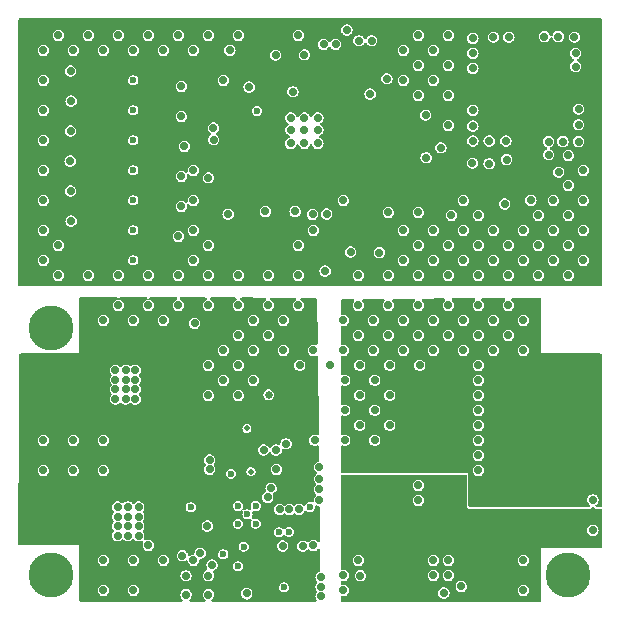
<source format=gbr>
%TF.GenerationSoftware,KiCad,Pcbnew,7.0.1*%
%TF.CreationDate,2024-01-20T12:23:47-08:00*%
%TF.ProjectId,CC1200 Dev Board,43433132-3030-4204-9465-7620426f6172,v1.0*%
%TF.SameCoordinates,PX450a6a0PY58363a0*%
%TF.FileFunction,Copper,L3,Inr*%
%TF.FilePolarity,Positive*%
%FSLAX46Y46*%
G04 Gerber Fmt 4.6, Leading zero omitted, Abs format (unit mm)*
G04 Created by KiCad (PCBNEW 7.0.1) date 2024-01-20 12:23:47*
%MOMM*%
%LPD*%
G01*
G04 APERTURE LIST*
%TA.AperFunction,WasherPad*%
%ADD10C,3.810000*%
%TD*%
%TA.AperFunction,ViaPad*%
%ADD11C,0.700000*%
%TD*%
%TA.AperFunction,ViaPad*%
%ADD12C,0.635000*%
%TD*%
%TA.AperFunction,ViaPad*%
%ADD13C,0.500000*%
%TD*%
%TA.AperFunction,ViaPad*%
%ADD14C,0.600000*%
%TD*%
G04 APERTURE END LIST*
D10*
%TO.N,*%
%TO.C,*%
X46870000Y2530000D03*
%TD*%
%TO.N,*%
%TO.C,*%
X3055000Y23485000D03*
%TD*%
%TO.N,*%
%TO.C,*%
X3055000Y2530000D03*
%TD*%
D11*
%TO.N,GND*%
X25400000Y13970000D03*
X30480000Y13970000D03*
X27940000Y13970000D03*
X29210000Y15240000D03*
X31750000Y15240000D03*
X31750000Y17780000D03*
X30480000Y16510000D03*
X30480000Y19050000D03*
X29210000Y17780000D03*
X27940000Y16510000D03*
X27940000Y19050000D03*
X26670000Y20320000D03*
X24130000Y20320000D03*
X34290000Y20320000D03*
X31750000Y20320000D03*
X29210000Y20320000D03*
D12*
X21500000Y17825000D03*
D11*
X22975000Y13675000D03*
X22125000Y13150000D03*
X21075000Y13150000D03*
D13*
%TO.N,Net-(U2-PH)*%
X19650000Y14975000D03*
D11*
%TO.N,GND*%
X36710000Y25390000D03*
X17660000Y19040000D03*
X43695000Y34280000D03*
X25210000Y33090000D03*
X12580000Y24120000D03*
X15120000Y31740000D03*
X48140000Y29200000D03*
X47479600Y46726000D03*
X3690000Y30470000D03*
X2420000Y11420000D03*
X9582800Y5882800D03*
X14104000Y43932000D03*
X40164400Y37378800D03*
X38792800Y47996000D03*
X2420000Y46980000D03*
X29090000Y25390000D03*
X32900000Y31740000D03*
X34170000Y22850000D03*
X18930000Y25390000D03*
X15700000Y4400000D03*
X4960000Y46980000D03*
X13850000Y25390000D03*
X32900000Y21580000D03*
X47733600Y42001600D03*
X45193600Y38140800D03*
X20200000Y24120000D03*
X22079600Y46573600D03*
X31630000Y22850000D03*
X25800000Y9800000D03*
X46870000Y38090000D03*
X4960000Y13960000D03*
X16400000Y2500000D03*
X8700000Y6700000D03*
X48140000Y36820000D03*
X30868000Y29860400D03*
X4720000Y40150000D03*
X40520000Y31740000D03*
X38792800Y41900000D03*
X27820000Y34280000D03*
X43060000Y3800000D03*
X2420000Y29200000D03*
X39250000Y15230000D03*
X44330000Y27930000D03*
X37980000Y29200000D03*
X21470000Y27930000D03*
X31503000Y44567000D03*
X7500000Y3800000D03*
X18218800Y46980000D03*
X26143600Y47488000D03*
X39250000Y19040000D03*
X21470000Y25390000D03*
X25280000Y31740000D03*
X16810000Y40410000D03*
X16840000Y39410000D03*
X10040000Y46980000D03*
X34170000Y45710000D03*
X15120000Y34280000D03*
X10040000Y1260000D03*
X16390000Y36185000D03*
X37980000Y31740000D03*
X25661000Y39106000D03*
X23375000Y40249000D03*
X16500000Y11500000D03*
D14*
X22384400Y6187600D03*
D11*
X37980000Y21580000D03*
X25280000Y21580000D03*
X25280000Y5070000D03*
X23248000Y8118000D03*
D14*
X10040000Y39360000D03*
D11*
X43060000Y29200000D03*
D14*
X10040000Y31740000D03*
D11*
X34170000Y10150000D03*
X10040000Y24120000D03*
X16390000Y30470000D03*
X32900000Y24120000D03*
X14200000Y4200000D03*
X39250000Y30470000D03*
X26410000Y33130000D03*
X9582800Y8340800D03*
X36710000Y30470000D03*
X36710000Y27930000D03*
X4720000Y35080000D03*
X24518000Y40249000D03*
D14*
X18900000Y6900000D03*
D11*
X6230000Y27930000D03*
X41840800Y48097600D03*
X36710000Y43170000D03*
X12580000Y3800000D03*
X2420000Y13960000D03*
X25800000Y11700000D03*
X15120000Y3800000D03*
X19641200Y1006000D03*
X8770000Y25390000D03*
X35440000Y29200000D03*
X41586800Y39309200D03*
X27820000Y1260000D03*
X34170000Y25390000D03*
X13850000Y48250000D03*
X21470000Y22850000D03*
X46870000Y27930000D03*
X31630000Y25390000D03*
X34170000Y30470000D03*
X7500000Y11420000D03*
X23375000Y41265000D03*
X35440000Y24120000D03*
X48952800Y6340000D03*
X25661000Y41265000D03*
X44330000Y30470000D03*
X2420000Y31740000D03*
X10497200Y6695600D03*
X46870000Y35550000D03*
X7500000Y46980000D03*
X43060000Y1260000D03*
X39250000Y33010000D03*
X3690000Y48250000D03*
X23730600Y33340200D03*
X25940400Y1564800D03*
X45600000Y29200000D03*
X36710000Y2530000D03*
X47733600Y39258400D03*
X41790000Y22850000D03*
X9582800Y7508400D03*
X37980000Y24120000D03*
X38792800Y46726000D03*
X40520000Y24120000D03*
X30360000Y21580000D03*
X8700000Y5900000D03*
X41790000Y30470000D03*
X48140000Y34280000D03*
D14*
X20400000Y8400000D03*
D11*
X14104000Y41392000D03*
X27159600Y47488000D03*
X46412800Y39258400D03*
X27820000Y2530000D03*
X36710000Y45710000D03*
X16400000Y900000D03*
X16390000Y17770000D03*
X16390000Y48250000D03*
X36710000Y48250000D03*
X4690000Y37600000D03*
X4960000Y11420000D03*
X44838000Y48148400D03*
X32900000Y29200000D03*
X25800000Y10700000D03*
D14*
X10040000Y34280000D03*
D11*
X32900000Y44440000D03*
X18930000Y48250000D03*
X25800000Y8900000D03*
X34170000Y33264000D03*
D14*
X10040000Y29200000D03*
D11*
X37800000Y1600000D03*
X34170000Y48250000D03*
X34170000Y43170000D03*
X34779600Y41493600D03*
X20200000Y19040000D03*
X47378000Y48097600D03*
X10497200Y5882800D03*
X21216000Y33340200D03*
X47479600Y45608400D03*
X39250000Y13960000D03*
X43060000Y31740000D03*
X16390000Y20310000D03*
X10040000Y3800000D03*
X40164400Y39309200D03*
X7500000Y1260000D03*
X20200000Y21580000D03*
X39250000Y11420000D03*
X2420000Y41900000D03*
X40520000Y48097600D03*
X25940400Y2377600D03*
X24518000Y46599000D03*
X7500000Y24120000D03*
X43060000Y21580000D03*
X43060000Y24120000D03*
X36075000Y38725000D03*
X35440000Y46980000D03*
X29267800Y2504600D03*
X10497200Y7508400D03*
X39250000Y16500000D03*
X19840000Y43870000D03*
X27820000Y21580000D03*
X14104000Y36312000D03*
X35440000Y2530000D03*
X38792800Y45456000D03*
X16390000Y25390000D03*
D14*
X10040000Y41900000D03*
D11*
X41790000Y27930000D03*
X45600000Y31740000D03*
X16700000Y3400000D03*
X23552800Y43474800D03*
X28429600Y29911200D03*
X36710000Y22850000D03*
X18930000Y27930000D03*
X35440000Y21580000D03*
X38792800Y40579200D03*
X36710000Y3800000D03*
X29090000Y3800000D03*
X24075000Y8118000D03*
X41790000Y25390000D03*
X11310000Y27930000D03*
X25940400Y750000D03*
D14*
X25000000Y8321200D03*
D11*
X47733600Y40680800D03*
X4720000Y45230000D03*
X31630000Y33264000D03*
X4770000Y32520000D03*
X39250000Y27930000D03*
X13850000Y31232000D03*
X14104000Y33772000D03*
X11310000Y25390000D03*
X3690000Y27930000D03*
X35440000Y44440000D03*
X30080000Y43280000D03*
X24010000Y25390000D03*
X38792800Y39309200D03*
X16500000Y12300000D03*
X4770000Y42680000D03*
X40520000Y21580000D03*
X24010000Y30470000D03*
X12580000Y46980000D03*
X15120000Y29200000D03*
X39250000Y20310000D03*
X29090000Y27930000D03*
X39250000Y12690000D03*
X17660000Y44440000D03*
X41637600Y37734400D03*
X35440000Y31740000D03*
X2420000Y34280000D03*
X35440000Y3800000D03*
D14*
X20400000Y6900000D03*
D11*
X36964000Y33010000D03*
X31630000Y27930000D03*
X24010000Y27930000D03*
X24518000Y39106000D03*
X26270000Y28300000D03*
X46870000Y30470000D03*
X30207600Y47792800D03*
X2420000Y44440000D03*
X34170000Y8880000D03*
X25661000Y40249000D03*
X15120000Y46980000D03*
X6230000Y48250000D03*
X7500000Y13960000D03*
X45193600Y39258400D03*
X8700000Y8321200D03*
X8700000Y7500000D03*
X39250000Y22850000D03*
X13850000Y27930000D03*
X41485200Y33975200D03*
X48140000Y31740000D03*
X2420000Y36820000D03*
X46057200Y36667600D03*
X45600000Y34280000D03*
X48952800Y8930800D03*
X24518000Y41265000D03*
X11310000Y48250000D03*
X44330000Y33010000D03*
X14358000Y38852000D03*
X24400000Y5000000D03*
X9582800Y6695600D03*
X11310000Y5070000D03*
X22740000Y24120000D03*
X36710000Y40630000D03*
X46870000Y33010000D03*
X38742000Y37429600D03*
D14*
X10040000Y36820000D03*
X22790800Y1514000D03*
D11*
X22740000Y21580000D03*
X16390000Y27930000D03*
X15120000Y36820000D03*
D14*
X19700000Y7700000D03*
D11*
X8770000Y27930000D03*
X37980000Y34280000D03*
X8770000Y48250000D03*
X14500000Y900000D03*
X23375000Y39106000D03*
X34830400Y37886800D03*
X2420000Y39360000D03*
X46006400Y48148400D03*
D14*
X10040000Y44440000D03*
D11*
X30360000Y24120000D03*
X36329000Y1031400D03*
D14*
X23222600Y6213000D03*
D11*
X18930000Y17770000D03*
X29140800Y47792800D03*
X18930000Y22850000D03*
X32900000Y46980000D03*
X39250000Y25390000D03*
X14500000Y2500000D03*
X18930000Y20310000D03*
X39250000Y17770000D03*
X27820000Y24120000D03*
X17660000Y21580000D03*
X22425000Y8118000D03*
X24010000Y48250000D03*
X10497200Y8321200D03*
X29090000Y22850000D03*
D14*
X18900000Y8400000D03*
D11*
X28124800Y48707200D03*
X40520000Y29200000D03*
X34170000Y27930000D03*
%TO.N,+3.3V*%
X18777600Y40884000D03*
X25584800Y45760800D03*
X27090000Y35080000D03*
X4740000Y29990000D03*
X27718400Y45811600D03*
X29980000Y42140000D03*
X20050000Y32320000D03*
X21160000Y34470000D03*
X30918800Y31040000D03*
X19692000Y42916000D03*
X16970000Y47030800D03*
X30766400Y46065600D03*
X23790000Y34480000D03*
X28531200Y31080000D03*
%TO.N,BAT_OUT_R*%
X36300000Y5500000D03*
X35700000Y6100000D03*
X40600000Y1600000D03*
X32200000Y7600000D03*
X32200000Y7000000D03*
X31000000Y7600000D03*
X36300000Y6700000D03*
X31000000Y7000000D03*
X35100000Y6700000D03*
X35100000Y5500000D03*
%TO.N,VFB*%
X22689200Y5019200D03*
%TO.N,VIN_D*%
X15577200Y12334400D03*
X19539600Y2123600D03*
X14815200Y11800000D03*
X14104000Y12385200D03*
X11500000Y2100000D03*
D14*
%TO.N,Net-(U2-BTST)*%
X18295000Y11140600D03*
D11*
X22155800Y11496200D03*
D13*
%TO.N,Net-(U2-PH)*%
X20000000Y11300000D03*
D11*
%TO.N,Net-(U2-REGN)*%
X21700000Y9910000D03*
X21420000Y9130000D03*
D14*
%TO.N,Net-(D2-K)*%
X18900000Y3300000D03*
X19387200Y4968400D03*
D11*
%TO.N,VIN*%
X9400000Y19903600D03*
X10192400Y17465200D03*
X8516000Y17465200D03*
X8516000Y19090800D03*
X10192400Y19903600D03*
X9379600Y17465200D03*
X9400000Y18278000D03*
X8516000Y18278000D03*
X10192400Y19090800D03*
X9400000Y19090800D03*
X10192400Y18278000D03*
X8516000Y19903600D03*
%TO.N,BAT_OUT*%
X40500000Y8900000D03*
X40500000Y9500000D03*
X41100000Y10100000D03*
X41100000Y8900000D03*
X41100000Y9500000D03*
X40500000Y10100000D03*
D14*
%TO.N,BAT_TEMP*%
X17660000Y4308000D03*
D11*
X16300000Y6700000D03*
D14*
%TO.N,/RESET*%
X20504800Y41849200D03*
D11*
X18070000Y33110000D03*
%TO.N,MPPTSET_RST*%
X15221600Y23866000D03*
D14*
X14900000Y8300000D03*
%TD*%
%TA.AperFunction,Conductor*%
%TO.N,VIN_D*%
G36*
X5837506Y26106084D02*
G01*
X8615590Y26095414D01*
X8682471Y26075524D01*
X8728025Y26022667D01*
X8737823Y25953580D01*
X8708763Y25890141D01*
X8650048Y25852438D01*
X8569600Y25828816D01*
X8454088Y25754582D01*
X8364170Y25650810D01*
X8307130Y25525912D01*
X8287590Y25390000D01*
X8307130Y25254089D01*
X8364170Y25129191D01*
X8364171Y25129189D01*
X8402203Y25085299D01*
X8454088Y25025419D01*
X8511844Y24988302D01*
X8569600Y24951184D01*
X8701346Y24912500D01*
X8838654Y24912500D01*
X8970400Y24951184D01*
X9085911Y25025419D01*
X9175829Y25129189D01*
X9232869Y25254089D01*
X9252410Y25390000D01*
X9232869Y25525911D01*
X9175829Y25650811D01*
X9130869Y25702697D01*
X9085911Y25754582D01*
X8985968Y25818811D01*
X8970400Y25828816D01*
X8970399Y25828817D01*
X8970398Y25828817D01*
X8894058Y25851232D01*
X8843366Y25880521D01*
X8811761Y25929803D01*
X8806289Y25988092D01*
X8828170Y26042395D01*
X8872526Y26080606D01*
X8929467Y26094208D01*
X11122792Y26085784D01*
X11189673Y26065894D01*
X11235226Y26013037D01*
X11245025Y25943951D01*
X11215966Y25880512D01*
X11157251Y25842808D01*
X11109600Y25828816D01*
X10994088Y25754582D01*
X10904170Y25650810D01*
X10847130Y25525912D01*
X10827590Y25390000D01*
X10847130Y25254089D01*
X10904170Y25129191D01*
X10904171Y25129189D01*
X10942203Y25085299D01*
X10994088Y25025419D01*
X11051844Y24988302D01*
X11109600Y24951184D01*
X11241346Y24912500D01*
X11378654Y24912500D01*
X11510400Y24951184D01*
X11625911Y25025419D01*
X11715829Y25129189D01*
X11772869Y25254089D01*
X11792410Y25390000D01*
X11772869Y25525911D01*
X11715829Y25650811D01*
X11670869Y25702697D01*
X11625911Y25754582D01*
X11555591Y25799774D01*
X11510400Y25828816D01*
X11478414Y25838208D01*
X11467724Y25841347D01*
X11417032Y25870637D01*
X11385428Y25919919D01*
X11379956Y25978207D01*
X11401837Y26032510D01*
X11446193Y26070721D01*
X11503133Y26084323D01*
X13383697Y26077100D01*
X13629993Y26076153D01*
X13696877Y26056263D01*
X13742430Y26003406D01*
X13752228Y25934319D01*
X13723168Y25870880D01*
X13664453Y25833178D01*
X13649600Y25828817D01*
X13649600Y25828816D01*
X13534088Y25754582D01*
X13444170Y25650810D01*
X13387130Y25525912D01*
X13367590Y25390000D01*
X13387130Y25254089D01*
X13444170Y25129191D01*
X13444171Y25129189D01*
X13482203Y25085299D01*
X13534088Y25025419D01*
X13591844Y24988302D01*
X13649600Y24951184D01*
X13781346Y24912500D01*
X13918654Y24912500D01*
X14050400Y24951184D01*
X14165911Y25025419D01*
X14255829Y25129189D01*
X14312869Y25254089D01*
X14332410Y25390000D01*
X14312869Y25525911D01*
X14255829Y25650811D01*
X14210869Y25702697D01*
X14165911Y25754582D01*
X14050399Y25828817D01*
X14043902Y25830724D01*
X14041390Y25831462D01*
X13990699Y25860750D01*
X13959094Y25910031D01*
X13953622Y25968321D01*
X13975503Y26022623D01*
X14019859Y26060835D01*
X14076801Y26074437D01*
X16137651Y26066522D01*
X16198479Y26050308D01*
X16243507Y26006312D01*
X16261128Y25945874D01*
X16246798Y25884572D01*
X16204213Y25838208D01*
X16074089Y25754583D01*
X15984170Y25650810D01*
X15927130Y25525912D01*
X15907590Y25390000D01*
X15927130Y25254089D01*
X15984170Y25129191D01*
X15984171Y25129189D01*
X16022203Y25085299D01*
X16074088Y25025419D01*
X16131844Y24988302D01*
X16189600Y24951184D01*
X16321346Y24912500D01*
X16458654Y24912500D01*
X16590400Y24951184D01*
X16705911Y25025419D01*
X16795829Y25129189D01*
X16852869Y25254089D01*
X16872410Y25390000D01*
X16852869Y25525911D01*
X16795829Y25650811D01*
X16750869Y25702697D01*
X16705911Y25754582D01*
X16605968Y25818811D01*
X16590400Y25828816D01*
X16590398Y25828817D01*
X16578827Y25836253D01*
X16536152Y25882786D01*
X16521922Y25944300D01*
X16539827Y26004847D01*
X16585223Y26048728D01*
X16646339Y26064568D01*
X18662561Y26056824D01*
X18723388Y26040610D01*
X18768416Y25996614D01*
X18786037Y25936176D01*
X18771707Y25874875D01*
X18729122Y25828510D01*
X18614089Y25754583D01*
X18524170Y25650810D01*
X18467130Y25525912D01*
X18447590Y25390000D01*
X18467130Y25254089D01*
X18524170Y25129191D01*
X18524171Y25129189D01*
X18562203Y25085299D01*
X18614088Y25025419D01*
X18671844Y24988302D01*
X18729600Y24951184D01*
X18861346Y24912500D01*
X18998654Y24912500D01*
X19130400Y24951184D01*
X19245911Y25025419D01*
X19335829Y25129189D01*
X19392869Y25254089D01*
X19412410Y25390000D01*
X19392869Y25525911D01*
X19335829Y25650811D01*
X19287117Y25707027D01*
X19245910Y25754583D01*
X19134099Y25826439D01*
X19091425Y25872972D01*
X19077195Y25934485D01*
X19095100Y25995032D01*
X19140496Y26038913D01*
X19201613Y26054753D01*
X21187468Y26047125D01*
X21248298Y26030911D01*
X21293327Y25986914D01*
X21310947Y25926476D01*
X21296617Y25865175D01*
X21254031Y25818811D01*
X21154090Y25754584D01*
X21064170Y25650810D01*
X21007130Y25525912D01*
X20987590Y25390000D01*
X21007130Y25254089D01*
X21064170Y25129191D01*
X21064171Y25129189D01*
X21102203Y25085299D01*
X21154088Y25025419D01*
X21211844Y24988302D01*
X21269600Y24951184D01*
X21401346Y24912500D01*
X21538654Y24912500D01*
X21670400Y24951184D01*
X21785911Y25025419D01*
X21875829Y25129189D01*
X21932869Y25254089D01*
X21952410Y25390000D01*
X21932869Y25525911D01*
X21875829Y25650811D01*
X21822681Y25712146D01*
X21785909Y25754584D01*
X21689372Y25816624D01*
X21646697Y25863156D01*
X21632467Y25924670D01*
X21650372Y25985217D01*
X21695768Y26029098D01*
X21756886Y26044938D01*
X23712377Y26037427D01*
X23773207Y26021213D01*
X23818236Y25977216D01*
X23835856Y25916779D01*
X23821526Y25855477D01*
X23778941Y25809113D01*
X23694089Y25754583D01*
X23604170Y25650810D01*
X23547130Y25525912D01*
X23527590Y25390000D01*
X23547130Y25254089D01*
X23604170Y25129191D01*
X23604171Y25129189D01*
X23642203Y25085299D01*
X23694088Y25025419D01*
X23751844Y24988302D01*
X23809600Y24951184D01*
X23941346Y24912500D01*
X24078654Y24912500D01*
X24210400Y24951184D01*
X24325911Y25025419D01*
X24415829Y25129189D01*
X24472869Y25254089D01*
X24492410Y25390000D01*
X24472869Y25525911D01*
X24415829Y25650811D01*
X24367117Y25707027D01*
X24325910Y25754583D01*
X24244643Y25806810D01*
X24201969Y25853343D01*
X24187739Y25914857D01*
X24205644Y25975403D01*
X24251040Y26019284D01*
X24312155Y26035124D01*
X25476391Y26030652D01*
X25537772Y26014122D01*
X25582897Y25969347D01*
X25599905Y25908095D01*
X25643744Y22137938D01*
X25631116Y22081961D01*
X25594638Y22037663D01*
X25542123Y22014531D01*
X25484817Y22017519D01*
X25480396Y22018817D01*
X25348654Y22057500D01*
X25211346Y22057500D01*
X25079601Y22018817D01*
X24964088Y21944582D01*
X24874170Y21840810D01*
X24817130Y21715912D01*
X24797590Y21580000D01*
X24817130Y21444089D01*
X24874170Y21319191D01*
X24874171Y21319189D01*
X24906303Y21282107D01*
X24964088Y21215419D01*
X25021844Y21178302D01*
X25079600Y21141184D01*
X25211346Y21102500D01*
X25348654Y21102500D01*
X25480400Y21141184D01*
X25480400Y21141185D01*
X25497506Y21146207D01*
X25498713Y21142096D01*
X25527760Y21151268D01*
X25591382Y21136572D01*
X25638717Y21091594D01*
X25656641Y21028806D01*
X25732125Y14537222D01*
X25719497Y14481245D01*
X25683019Y14436947D01*
X25630504Y14413815D01*
X25573198Y14416803D01*
X25468654Y14447500D01*
X25331346Y14447500D01*
X25199601Y14408817D01*
X25084088Y14334582D01*
X24994170Y14230810D01*
X24937130Y14105912D01*
X24917590Y13970001D01*
X24937130Y13834089D01*
X24994170Y13709191D01*
X24994171Y13709189D01*
X25023795Y13675001D01*
X25084088Y13605419D01*
X25141844Y13568302D01*
X25199600Y13531184D01*
X25331346Y13492500D01*
X25468653Y13492500D01*
X25468654Y13492500D01*
X25586314Y13527049D01*
X25642907Y13530164D01*
X25694978Y13507769D01*
X25731642Y13464540D01*
X25745238Y13409513D01*
X25758375Y12279707D01*
X25747573Y12227630D01*
X25715949Y12184868D01*
X25669319Y12159288D01*
X25599600Y12138816D01*
X25484088Y12064582D01*
X25394170Y11960810D01*
X25337130Y11835912D01*
X25317590Y11700000D01*
X25337130Y11564089D01*
X25381468Y11467005D01*
X25394171Y11439189D01*
X25410798Y11420001D01*
X25484088Y11335419D01*
X25532486Y11304316D01*
X25574279Y11259427D01*
X25589447Y11200000D01*
X25574279Y11140573D01*
X25532486Y11095684D01*
X25484088Y11064582D01*
X25394170Y10960810D01*
X25337130Y10835912D01*
X25317590Y10700000D01*
X25337130Y10564089D01*
X25394171Y10439188D01*
X25487741Y10331202D01*
X25514533Y10279234D01*
X25514533Y10220766D01*
X25487741Y10168798D01*
X25394171Y10060813D01*
X25337130Y9935912D01*
X25317590Y9800001D01*
X25337130Y9664089D01*
X25394171Y9539188D01*
X25487741Y9431202D01*
X25514533Y9379234D01*
X25514533Y9320766D01*
X25487741Y9268798D01*
X25394171Y9160813D01*
X25337130Y9035912D01*
X25317590Y8900000D01*
X25324132Y8854493D01*
X25317575Y8793513D01*
X25282596Y8743134D01*
X25227752Y8715682D01*
X25166459Y8717871D01*
X25061466Y8748700D01*
X25061465Y8748700D01*
X24938535Y8748700D01*
X24820585Y8714067D01*
X24717167Y8647605D01*
X24636665Y8554701D01*
X24610431Y8497255D01*
X24571947Y8449500D01*
X24515284Y8426029D01*
X24454304Y8432585D01*
X24403925Y8467564D01*
X24390913Y8482580D01*
X24311680Y8533500D01*
X24275400Y8556816D01*
X24275399Y8556817D01*
X24275398Y8556817D01*
X24143654Y8595500D01*
X24006346Y8595500D01*
X23874601Y8556817D01*
X23759087Y8482580D01*
X23755211Y8478107D01*
X23696434Y8440335D01*
X23626566Y8440335D01*
X23567789Y8478107D01*
X23563912Y8482580D01*
X23563911Y8482581D01*
X23448400Y8556816D01*
X23448399Y8556817D01*
X23448398Y8556817D01*
X23316654Y8595500D01*
X23179346Y8595500D01*
X23047601Y8556817D01*
X22932084Y8482579D01*
X22930207Y8480412D01*
X22871429Y8442641D01*
X22801561Y8442644D01*
X22742785Y8480419D01*
X22740912Y8482581D01*
X22625398Y8556817D01*
X22493654Y8595500D01*
X22356346Y8595500D01*
X22224601Y8556817D01*
X22109088Y8482582D01*
X22019170Y8378810D01*
X21962130Y8253912D01*
X21942590Y8118000D01*
X21962130Y7982089D01*
X22013500Y7869607D01*
X22019171Y7857189D01*
X22039613Y7833598D01*
X22109088Y7753419D01*
X22166844Y7716302D01*
X22224600Y7679184D01*
X22356346Y7640500D01*
X22493654Y7640500D01*
X22625400Y7679184D01*
X22740911Y7753419D01*
X22742783Y7755581D01*
X22784983Y7787173D01*
X22836494Y7798381D01*
X22888007Y7787177D01*
X22930210Y7755586D01*
X22932086Y7753421D01*
X22932088Y7753420D01*
X22932089Y7753419D01*
X23047600Y7679184D01*
X23179346Y7640500D01*
X23316654Y7640500D01*
X23448400Y7679184D01*
X23563911Y7753419D01*
X23567784Y7757889D01*
X23609984Y7789482D01*
X23661495Y7800689D01*
X23713007Y7789485D01*
X23755210Y7757894D01*
X23759086Y7753421D01*
X23759088Y7753420D01*
X23759089Y7753419D01*
X23874600Y7679184D01*
X24006346Y7640500D01*
X24143654Y7640500D01*
X24275400Y7679184D01*
X24390911Y7753419D01*
X24480829Y7857189D01*
X24523591Y7950827D01*
X24569344Y8003627D01*
X24636383Y8023312D01*
X24703423Y8003628D01*
X24811371Y7934255D01*
X24820584Y7928334D01*
X24938535Y7893700D01*
X25061465Y7893700D01*
X25179416Y7928334D01*
X25282832Y7994795D01*
X25363334Y8087699D01*
X25414401Y8199521D01*
X25431896Y8321200D01*
X25430949Y8327785D01*
X25437505Y8388764D01*
X25472484Y8439144D01*
X25527328Y8466597D01*
X25588621Y8464408D01*
X25599599Y8461185D01*
X25599600Y8461184D01*
X25715483Y8427158D01*
X25761386Y8402209D01*
X25792939Y8360566D01*
X25804539Y8309624D01*
X25837326Y5489863D01*
X25823537Y5431577D01*
X25784037Y5386553D01*
X25728041Y5365296D01*
X25668614Y5372766D01*
X25619621Y5407219D01*
X25595912Y5434581D01*
X25480398Y5508817D01*
X25348654Y5547500D01*
X25211346Y5547500D01*
X25079601Y5508817D01*
X24964088Y5434581D01*
X24903385Y5364526D01*
X24844607Y5326752D01*
X24774737Y5326752D01*
X24715959Y5364526D01*
X24715911Y5364582D01*
X24611664Y5431577D01*
X24600400Y5438816D01*
X24600399Y5438817D01*
X24600398Y5438817D01*
X24468654Y5477500D01*
X24331346Y5477500D01*
X24199601Y5438817D01*
X24084088Y5364582D01*
X23994170Y5260810D01*
X23937130Y5135912D01*
X23917590Y5000001D01*
X23937130Y4864089D01*
X23992036Y4743863D01*
X23994171Y4739189D01*
X24027378Y4700866D01*
X24084088Y4635419D01*
X24141844Y4598302D01*
X24199600Y4561184D01*
X24331346Y4522500D01*
X24468654Y4522500D01*
X24600400Y4561184D01*
X24715911Y4635419D01*
X24776616Y4705477D01*
X24835391Y4743249D01*
X24905261Y4743249D01*
X24964039Y4705475D01*
X24964086Y4705421D01*
X24964088Y4705420D01*
X24964089Y4705419D01*
X25079600Y4631184D01*
X25211346Y4592500D01*
X25348654Y4592500D01*
X25480400Y4631184D01*
X25595911Y4705419D01*
X25629225Y4743866D01*
X25677678Y4778107D01*
X25736497Y4785917D01*
X25792211Y4765506D01*
X25832063Y4721546D01*
X25846928Y4664103D01*
X25866883Y2947943D01*
X25856082Y2895866D01*
X25824458Y2853105D01*
X25777828Y2827525D01*
X25740001Y2816418D01*
X25624489Y2742183D01*
X25534570Y2638410D01*
X25477530Y2513512D01*
X25457990Y2377601D01*
X25477530Y2241689D01*
X25534570Y2116790D01*
X25590362Y2052403D01*
X25617154Y2000434D01*
X25617154Y1941966D01*
X25590362Y1889997D01*
X25534570Y1825611D01*
X25477530Y1700712D01*
X25457990Y1564800D01*
X25477530Y1428889D01*
X25534571Y1303988D01*
X25591228Y1238602D01*
X25618020Y1186634D01*
X25618020Y1128166D01*
X25591228Y1076198D01*
X25534571Y1010813D01*
X25477530Y885912D01*
X25457990Y750001D01*
X25457990Y750000D01*
X25458682Y745189D01*
X25477530Y614089D01*
X25540717Y475732D01*
X25551607Y415374D01*
X25532239Y357181D01*
X25487350Y315388D01*
X25427923Y300220D01*
X19794842Y300220D01*
X19738022Y314004D01*
X19693835Y352293D01*
X19672104Y406573D01*
X19677662Y464776D01*
X19709272Y513963D01*
X19759906Y543197D01*
X19841600Y567184D01*
X19957111Y641419D01*
X20047029Y745189D01*
X20104069Y870089D01*
X20123610Y1006000D01*
X20106045Y1128166D01*
X20104069Y1141912D01*
X20068480Y1219840D01*
X20047029Y1266811D01*
X19976287Y1348451D01*
X19957111Y1370582D01*
X19841598Y1444817D01*
X19709854Y1483500D01*
X19572546Y1483500D01*
X19440801Y1444817D01*
X19325288Y1370582D01*
X19235370Y1266810D01*
X19178330Y1141912D01*
X19158790Y1006000D01*
X19178330Y870089D01*
X19233173Y750001D01*
X19235371Y745189D01*
X19273402Y701299D01*
X19325288Y641419D01*
X19367815Y614089D01*
X19440800Y567184D01*
X19522493Y543197D01*
X19573128Y513963D01*
X19604738Y464776D01*
X19610296Y406573D01*
X19588565Y352293D01*
X19544378Y314004D01*
X19487558Y300220D01*
X16772240Y300220D01*
X16711265Y316248D01*
X16666053Y360187D01*
X16648291Y420679D01*
X16662571Y482087D01*
X16705201Y528536D01*
X16705676Y528842D01*
X16715911Y535419D01*
X16805829Y639189D01*
X16862869Y764089D01*
X16882410Y900000D01*
X16865325Y1018828D01*
X16862869Y1035912D01*
X16834349Y1098361D01*
X16805829Y1160811D01*
X16754680Y1219840D01*
X16715911Y1264582D01*
X16600398Y1338817D01*
X16468654Y1377500D01*
X16331346Y1377500D01*
X16199601Y1338817D01*
X16084088Y1264582D01*
X15994170Y1160810D01*
X15937130Y1035912D01*
X15917590Y900000D01*
X15937130Y764089D01*
X15994170Y639191D01*
X15994171Y639189D01*
X16084089Y535419D01*
X16093567Y529328D01*
X16094799Y528536D01*
X16137429Y482087D01*
X16151709Y420679D01*
X16133947Y360187D01*
X16088735Y316248D01*
X16027760Y300220D01*
X14872240Y300220D01*
X14811265Y316248D01*
X14766053Y360187D01*
X14748291Y420679D01*
X14762571Y482087D01*
X14805201Y528536D01*
X14805676Y528842D01*
X14815911Y535419D01*
X14905829Y639189D01*
X14962869Y764089D01*
X14982410Y900000D01*
X14965325Y1018828D01*
X14962869Y1035912D01*
X14934349Y1098361D01*
X14905829Y1160811D01*
X14854680Y1219840D01*
X14815911Y1264582D01*
X14700398Y1338817D01*
X14568654Y1377500D01*
X14431346Y1377500D01*
X14299601Y1338817D01*
X14184088Y1264582D01*
X14094170Y1160810D01*
X14037130Y1035912D01*
X14017590Y900000D01*
X14037130Y764089D01*
X14094170Y639191D01*
X14094171Y639189D01*
X14184089Y535419D01*
X14193567Y529328D01*
X14194799Y528536D01*
X14237429Y482087D01*
X14251709Y420679D01*
X14233947Y360187D01*
X14188735Y316248D01*
X14127760Y300220D01*
X5592000Y300220D01*
X5530000Y316833D01*
X5484613Y362220D01*
X5468000Y424220D01*
X5468000Y1260001D01*
X7017590Y1260001D01*
X7037130Y1124089D01*
X7094170Y999191D01*
X7094171Y999189D01*
X7096426Y996587D01*
X7184088Y895419D01*
X7223503Y870089D01*
X7299600Y821184D01*
X7431346Y782500D01*
X7568654Y782500D01*
X7700400Y821184D01*
X7815911Y895419D01*
X7905829Y999189D01*
X7962869Y1124089D01*
X7982410Y1260000D01*
X7982410Y1260001D01*
X9557590Y1260001D01*
X9577130Y1124089D01*
X9634170Y999191D01*
X9634171Y999189D01*
X9636426Y996587D01*
X9724088Y895419D01*
X9763503Y870089D01*
X9839600Y821184D01*
X9971346Y782500D01*
X10108654Y782500D01*
X10240400Y821184D01*
X10355911Y895419D01*
X10445829Y999189D01*
X10502869Y1124089D01*
X10522410Y1260000D01*
X10505516Y1377500D01*
X10502869Y1395912D01*
X10454509Y1501804D01*
X10448939Y1514000D01*
X22358904Y1514000D01*
X22359015Y1513231D01*
X22376399Y1392319D01*
X22427464Y1280501D01*
X22449561Y1255000D01*
X22507968Y1187595D01*
X22611384Y1121134D01*
X22729335Y1086500D01*
X22852265Y1086500D01*
X22970216Y1121134D01*
X23073632Y1187595D01*
X23154134Y1280499D01*
X23205201Y1392321D01*
X23222696Y1514000D01*
X23205201Y1635679D01*
X23204799Y1636559D01*
X23154135Y1747500D01*
X23073632Y1840405D01*
X22970214Y1906867D01*
X22852265Y1941500D01*
X22729335Y1941500D01*
X22611385Y1906867D01*
X22507967Y1840405D01*
X22427464Y1747500D01*
X22376399Y1635682D01*
X22367969Y1577051D01*
X22358904Y1514000D01*
X10448939Y1514000D01*
X10445829Y1520811D01*
X10397096Y1577051D01*
X10355911Y1624582D01*
X10240398Y1698817D01*
X10108654Y1737500D01*
X9971346Y1737500D01*
X9839601Y1698817D01*
X9724088Y1624582D01*
X9634170Y1520810D01*
X9577130Y1395912D01*
X9557590Y1260001D01*
X7982410Y1260001D01*
X7965516Y1377500D01*
X7962869Y1395912D01*
X7914509Y1501804D01*
X7905829Y1520811D01*
X7857096Y1577051D01*
X7815911Y1624582D01*
X7700398Y1698817D01*
X7568654Y1737500D01*
X7431346Y1737500D01*
X7299601Y1698817D01*
X7184088Y1624582D01*
X7094170Y1520810D01*
X7037130Y1395912D01*
X7017590Y1260001D01*
X5468000Y1260001D01*
X5468000Y2500000D01*
X14017590Y2500000D01*
X14037130Y2364089D01*
X14093259Y2241186D01*
X14094171Y2239189D01*
X14132203Y2195299D01*
X14184088Y2135419D01*
X14241844Y2098302D01*
X14299600Y2061184D01*
X14431346Y2022500D01*
X14568654Y2022500D01*
X14700400Y2061184D01*
X14815911Y2135419D01*
X14905829Y2239189D01*
X14962869Y2364089D01*
X14982410Y2500000D01*
X15917590Y2500000D01*
X15937130Y2364089D01*
X15993259Y2241186D01*
X15994171Y2239189D01*
X16032203Y2195299D01*
X16084088Y2135419D01*
X16141844Y2098302D01*
X16199600Y2061184D01*
X16331346Y2022500D01*
X16468654Y2022500D01*
X16600400Y2061184D01*
X16715911Y2135419D01*
X16805829Y2239189D01*
X16862869Y2364089D01*
X16882410Y2500000D01*
X16862869Y2635911D01*
X16861727Y2638411D01*
X16798423Y2777028D01*
X16800293Y2777883D01*
X16785503Y2807424D01*
X16787688Y2868720D01*
X16818984Y2921470D01*
X16871731Y2952767D01*
X16900400Y2961184D01*
X17015911Y3035419D01*
X17105829Y3139189D01*
X17162869Y3264089D01*
X17168032Y3300001D01*
X18468104Y3300001D01*
X18485599Y3178319D01*
X18536664Y3066501D01*
X18536666Y3066499D01*
X18617168Y2973595D01*
X18720584Y2907134D01*
X18838535Y2872500D01*
X18961465Y2872500D01*
X19079416Y2907134D01*
X19182832Y2973595D01*
X19263334Y3066499D01*
X19314401Y3178321D01*
X19331896Y3300000D01*
X19314401Y3421679D01*
X19314400Y3421682D01*
X19263335Y3533500D01*
X19182832Y3626405D01*
X19079414Y3692867D01*
X18961465Y3727500D01*
X18838535Y3727500D01*
X18720585Y3692867D01*
X18617167Y3626405D01*
X18536664Y3533500D01*
X18485599Y3421682D01*
X18468104Y3300001D01*
X17168032Y3300001D01*
X17182410Y3400000D01*
X17162869Y3535911D01*
X17162560Y3536587D01*
X17105829Y3660810D01*
X17105829Y3660811D01*
X17018854Y3761185D01*
X17015911Y3764582D01*
X16926040Y3822338D01*
X16900400Y3838816D01*
X16900399Y3838817D01*
X16900398Y3838817D01*
X16768654Y3877500D01*
X16631346Y3877500D01*
X16499601Y3838817D01*
X16384088Y3764582D01*
X16294170Y3660810D01*
X16237130Y3535912D01*
X16217590Y3400001D01*
X16237130Y3264089D01*
X16301577Y3122972D01*
X16299707Y3122119D01*
X16314497Y3092577D01*
X16312311Y3031282D01*
X16281016Y2978533D01*
X16228269Y2947234D01*
X16199600Y2938816D01*
X16084088Y2864582D01*
X15994170Y2760810D01*
X15937130Y2635912D01*
X15917590Y2500000D01*
X14982410Y2500000D01*
X14962869Y2635911D01*
X14961727Y2638411D01*
X14905829Y2760810D01*
X14905829Y2760811D01*
X14857645Y2816418D01*
X14815911Y2864582D01*
X14700398Y2938817D01*
X14568654Y2977500D01*
X14431346Y2977500D01*
X14299601Y2938817D01*
X14184088Y2864582D01*
X14094170Y2760810D01*
X14037130Y2635912D01*
X14017590Y2500000D01*
X5468000Y2500000D01*
X5468000Y3800000D01*
X7017590Y3800000D01*
X7020046Y3782917D01*
X7037130Y3664089D01*
X7094170Y3539191D01*
X7094171Y3539189D01*
X7099100Y3533501D01*
X7184088Y3435419D01*
X7239200Y3400001D01*
X7299600Y3361184D01*
X7431346Y3322500D01*
X7568654Y3322500D01*
X7700400Y3361184D01*
X7815911Y3435419D01*
X7905829Y3539189D01*
X7962869Y3664089D01*
X7982410Y3800000D01*
X9557590Y3800000D01*
X9577130Y3664089D01*
X9634170Y3539191D01*
X9634171Y3539189D01*
X9639100Y3533501D01*
X9724088Y3435419D01*
X9779200Y3400001D01*
X9839600Y3361184D01*
X9971346Y3322500D01*
X10108654Y3322500D01*
X10240400Y3361184D01*
X10355911Y3435419D01*
X10445829Y3539189D01*
X10502869Y3664089D01*
X10522410Y3800000D01*
X12097590Y3800000D01*
X12117130Y3664089D01*
X12174170Y3539191D01*
X12174171Y3539189D01*
X12179100Y3533501D01*
X12264088Y3435419D01*
X12319200Y3400001D01*
X12379600Y3361184D01*
X12511346Y3322500D01*
X12648654Y3322500D01*
X12780400Y3361184D01*
X12895911Y3435419D01*
X12985829Y3539189D01*
X13042869Y3664089D01*
X13062410Y3800000D01*
X13042869Y3935911D01*
X13041371Y3939191D01*
X12985829Y4060810D01*
X12985829Y4060811D01*
X12937096Y4117051D01*
X12895911Y4164582D01*
X12840799Y4200000D01*
X13717590Y4200000D01*
X13737130Y4064089D01*
X13784126Y3961184D01*
X13794171Y3939189D01*
X13815015Y3915134D01*
X13884088Y3835419D01*
X13914078Y3816146D01*
X13999600Y3761184D01*
X14131346Y3722500D01*
X14268654Y3722500D01*
X14400400Y3761184D01*
X14460318Y3799692D01*
X14518511Y3819060D01*
X14578868Y3808171D01*
X14626624Y3769687D01*
X14650095Y3713023D01*
X14657130Y3664089D01*
X14714170Y3539191D01*
X14714171Y3539189D01*
X14719100Y3533501D01*
X14804088Y3435419D01*
X14859200Y3400001D01*
X14919600Y3361184D01*
X15051346Y3322500D01*
X15188654Y3322500D01*
X15320400Y3361184D01*
X15435911Y3435419D01*
X15525829Y3539189D01*
X15582869Y3664089D01*
X15602410Y3800000D01*
X15602409Y3800002D01*
X15604731Y3816146D01*
X15626461Y3870427D01*
X15670649Y3908715D01*
X15727469Y3922500D01*
X15768654Y3922500D01*
X15900400Y3961184D01*
X16015911Y4035419D01*
X16105829Y4139189D01*
X16162869Y4264089D01*
X16169183Y4308001D01*
X17228104Y4308001D01*
X17245599Y4186319D01*
X17296664Y4074501D01*
X17377167Y3981596D01*
X17377168Y3981595D01*
X17480584Y3915134D01*
X17598535Y3880500D01*
X17721465Y3880500D01*
X17839416Y3915134D01*
X17942832Y3981595D01*
X18023334Y4074499D01*
X18074401Y4186321D01*
X18091896Y4308000D01*
X18074401Y4429679D01*
X18060184Y4460811D01*
X18023335Y4541500D01*
X17942832Y4634405D01*
X17866438Y4683500D01*
X17839416Y4700866D01*
X17839415Y4700867D01*
X17839414Y4700867D01*
X17721465Y4735500D01*
X17598535Y4735500D01*
X17480585Y4700867D01*
X17377167Y4634405D01*
X17296664Y4541500D01*
X17245599Y4429682D01*
X17228104Y4308001D01*
X16169183Y4308001D01*
X16182410Y4400000D01*
X16162869Y4535911D01*
X16160316Y4541501D01*
X16117425Y4635419D01*
X16105829Y4660811D01*
X16054000Y4720624D01*
X16015911Y4764582D01*
X15900398Y4838817D01*
X15768654Y4877500D01*
X15631346Y4877500D01*
X15499601Y4838817D01*
X15384088Y4764582D01*
X15294170Y4660810D01*
X15237130Y4535912D01*
X15215269Y4383854D01*
X15193539Y4329573D01*
X15149351Y4291285D01*
X15092531Y4277500D01*
X15051346Y4277500D01*
X14919598Y4238816D01*
X14859680Y4200309D01*
X14801487Y4180941D01*
X14741129Y4191831D01*
X14693374Y4230316D01*
X14669904Y4286979D01*
X14662869Y4335912D01*
X14633600Y4400001D01*
X14605829Y4460811D01*
X14535911Y4541500D01*
X14515911Y4564582D01*
X14426040Y4622338D01*
X14400400Y4638816D01*
X14400399Y4638817D01*
X14400398Y4638817D01*
X14268654Y4677500D01*
X14131346Y4677500D01*
X13999601Y4638817D01*
X13884088Y4564582D01*
X13794170Y4460810D01*
X13737130Y4335912D01*
X13717590Y4200000D01*
X12840799Y4200000D01*
X12780398Y4238817D01*
X12648654Y4277500D01*
X12511346Y4277500D01*
X12379601Y4238817D01*
X12264088Y4164582D01*
X12174170Y4060810D01*
X12117130Y3935912D01*
X12097590Y3800000D01*
X10522410Y3800000D01*
X10502869Y3935911D01*
X10501371Y3939191D01*
X10445829Y4060810D01*
X10445829Y4060811D01*
X10397096Y4117051D01*
X10355911Y4164582D01*
X10240398Y4238817D01*
X10108654Y4277500D01*
X9971346Y4277500D01*
X9839601Y4238817D01*
X9724088Y4164582D01*
X9634170Y4060810D01*
X9577130Y3935912D01*
X9557590Y3800000D01*
X7982410Y3800000D01*
X7962869Y3935911D01*
X7961371Y3939191D01*
X7905829Y4060810D01*
X7905829Y4060811D01*
X7857096Y4117051D01*
X7815911Y4164582D01*
X7700398Y4238817D01*
X7568654Y4277500D01*
X7431346Y4277500D01*
X7299601Y4238817D01*
X7184088Y4164582D01*
X7094170Y4060810D01*
X7037130Y3935912D01*
X7022682Y3835419D01*
X7017590Y3800000D01*
X5468000Y3800000D01*
X5468000Y5070000D01*
X424220Y5070000D01*
X362220Y5086613D01*
X316833Y5132000D01*
X300220Y5194000D01*
X300220Y5900000D01*
X8217590Y5900000D01*
X8237130Y5764089D01*
X8294170Y5639191D01*
X8294171Y5639189D01*
X8309075Y5621989D01*
X8384088Y5535419D01*
X8435760Y5502212D01*
X8499600Y5461184D01*
X8631346Y5422500D01*
X8768654Y5422500D01*
X8900400Y5461184D01*
X9015911Y5535419D01*
X9040236Y5563492D01*
X9082436Y5595082D01*
X9133948Y5606288D01*
X9185460Y5595082D01*
X9227661Y5563490D01*
X9266887Y5518220D01*
X9281520Y5508816D01*
X9382400Y5443984D01*
X9514146Y5405300D01*
X9651454Y5405300D01*
X9783200Y5443984D01*
X9898711Y5518219D01*
X9946286Y5573124D01*
X9988488Y5604716D01*
X10040000Y5615922D01*
X10091512Y5604716D01*
X10133713Y5573124D01*
X10181287Y5518220D01*
X10195920Y5508816D01*
X10296800Y5443984D01*
X10428546Y5405300D01*
X10565854Y5405300D01*
X10697600Y5443984D01*
X10707873Y5450587D01*
X10767832Y5470069D01*
X10829623Y5457549D01*
X10877270Y5416262D01*
X10898457Y5356883D01*
X10887706Y5294760D01*
X10847131Y5205914D01*
X10827590Y5070000D01*
X10847130Y4934089D01*
X10904170Y4809191D01*
X10904171Y4809189D01*
X10931104Y4778107D01*
X10994088Y4705419D01*
X11028195Y4683500D01*
X11109600Y4631184D01*
X11241346Y4592500D01*
X11378654Y4592500D01*
X11510400Y4631184D01*
X11625911Y4705419D01*
X11715829Y4809189D01*
X11772869Y4934089D01*
X11777802Y4968400D01*
X18955304Y4968400D01*
X18972799Y4846719D01*
X19023864Y4734901D01*
X19085211Y4664103D01*
X19104368Y4641995D01*
X19207784Y4575534D01*
X19325735Y4540900D01*
X19448665Y4540900D01*
X19566616Y4575534D01*
X19670032Y4641995D01*
X19750534Y4734899D01*
X19750809Y4735500D01*
X19801600Y4846719D01*
X19801599Y4846719D01*
X19801601Y4846721D01*
X19819096Y4968400D01*
X19811792Y5019200D01*
X22206790Y5019200D01*
X22226330Y4883289D01*
X22260170Y4809191D01*
X22283371Y4758389D01*
X22315296Y4721546D01*
X22373288Y4654619D01*
X22404742Y4634405D01*
X22488800Y4580384D01*
X22620546Y4541700D01*
X22757854Y4541700D01*
X22889600Y4580384D01*
X23005111Y4654619D01*
X23095029Y4758389D01*
X23152069Y4883289D01*
X23171610Y5019200D01*
X23152069Y5155111D01*
X23095029Y5280011D01*
X23050070Y5331896D01*
X23005111Y5383782D01*
X22901161Y5450586D01*
X22889600Y5458016D01*
X22889599Y5458017D01*
X22889598Y5458017D01*
X22757854Y5496700D01*
X22620546Y5496700D01*
X22488801Y5458017D01*
X22373288Y5383782D01*
X22283370Y5280010D01*
X22226330Y5155112D01*
X22206790Y5019200D01*
X19811792Y5019200D01*
X19801601Y5090079D01*
X19801600Y5090082D01*
X19750535Y5201900D01*
X19670032Y5294805D01*
X19566614Y5361267D01*
X19448665Y5395900D01*
X19325735Y5395900D01*
X19207785Y5361267D01*
X19104367Y5294805D01*
X19023864Y5201900D01*
X18972799Y5090082D01*
X18955304Y4968400D01*
X11777802Y4968400D01*
X11792410Y5070000D01*
X11772869Y5205911D01*
X11715829Y5330811D01*
X11659429Y5395900D01*
X11625911Y5434582D01*
X11510398Y5508817D01*
X11378654Y5547500D01*
X11241346Y5547500D01*
X11109599Y5508816D01*
X11099323Y5502212D01*
X11039362Y5482732D01*
X10977573Y5495254D01*
X10929927Y5536541D01*
X10908742Y5595921D01*
X10919492Y5658039D01*
X10960069Y5746889D01*
X10979610Y5882800D01*
X10960069Y6018711D01*
X10958133Y6022950D01*
X10903028Y6143613D01*
X10864912Y6187601D01*
X21952504Y6187601D01*
X21969999Y6065919D01*
X22021064Y5954101D01*
X22021066Y5954099D01*
X22101568Y5861195D01*
X22204984Y5794734D01*
X22322935Y5760100D01*
X22445865Y5760100D01*
X22563816Y5794734D01*
X22667232Y5861195D01*
X22689242Y5886595D01*
X22720791Y5923005D01*
X22762992Y5954597D01*
X22814503Y5965803D01*
X22866015Y5954598D01*
X22908217Y5923006D01*
X22908218Y5923005D01*
X22939768Y5886595D01*
X23043184Y5820134D01*
X23161135Y5785500D01*
X23284065Y5785500D01*
X23402016Y5820134D01*
X23505432Y5886595D01*
X23585934Y5979499D01*
X23637001Y6091321D01*
X23654496Y6213000D01*
X23637001Y6334679D01*
X23636663Y6335419D01*
X23585935Y6446500D01*
X23505432Y6539405D01*
X23441538Y6580467D01*
X23402016Y6605866D01*
X23402015Y6605867D01*
X23402014Y6605867D01*
X23284065Y6640500D01*
X23161135Y6640500D01*
X23043185Y6605867D01*
X22939764Y6539404D01*
X22886207Y6477595D01*
X22827429Y6439821D01*
X22757560Y6439821D01*
X22698782Y6477595D01*
X22667232Y6514005D01*
X22644772Y6528439D01*
X22563816Y6580466D01*
X22563815Y6580467D01*
X22563814Y6580467D01*
X22445865Y6615100D01*
X22322935Y6615100D01*
X22204985Y6580467D01*
X22101567Y6514005D01*
X22021064Y6421100D01*
X21969999Y6309282D01*
X21952504Y6187601D01*
X10864912Y6187601D01*
X10847238Y6207997D01*
X10820445Y6259966D01*
X10820445Y6318434D01*
X10847238Y6370403D01*
X10903028Y6434788D01*
X10903027Y6434788D01*
X10903029Y6434789D01*
X10960069Y6559689D01*
X10979610Y6695600D01*
X10978977Y6700001D01*
X15817590Y6700001D01*
X15837130Y6564089D01*
X15878958Y6472500D01*
X15894171Y6439189D01*
X15932202Y6395299D01*
X15984088Y6335419D01*
X16024763Y6309279D01*
X16099600Y6261184D01*
X16231346Y6222500D01*
X16368654Y6222500D01*
X16500400Y6261184D01*
X16615911Y6335419D01*
X16705829Y6439189D01*
X16762869Y6564089D01*
X16782410Y6700000D01*
X16763502Y6831511D01*
X16762869Y6835912D01*
X16733600Y6900001D01*
X18468104Y6900001D01*
X18485599Y6778319D01*
X18536664Y6666501D01*
X18589204Y6605867D01*
X18617168Y6573595D01*
X18720584Y6507134D01*
X18838535Y6472500D01*
X18961465Y6472500D01*
X19079416Y6507134D01*
X19182832Y6573595D01*
X19263334Y6666499D01*
X19314401Y6778321D01*
X19331896Y6900000D01*
X19314401Y7021679D01*
X19296818Y7060181D01*
X19263335Y7133500D01*
X19182832Y7226405D01*
X19182831Y7226406D01*
X19079416Y7292866D01*
X19079415Y7292867D01*
X19079414Y7292867D01*
X18961465Y7327500D01*
X18838535Y7327500D01*
X18720585Y7292867D01*
X18617167Y7226405D01*
X18536664Y7133500D01*
X18485599Y7021682D01*
X18468104Y6900001D01*
X16733600Y6900001D01*
X16705829Y6960810D01*
X16705829Y6960811D01*
X16660869Y7012697D01*
X16615911Y7064582D01*
X16515310Y7129234D01*
X16500400Y7138816D01*
X16500399Y7138817D01*
X16500398Y7138817D01*
X16368654Y7177500D01*
X16231346Y7177500D01*
X16099601Y7138817D01*
X15984088Y7064582D01*
X15894170Y6960810D01*
X15837130Y6835912D01*
X15817590Y6700001D01*
X10978977Y6700001D01*
X10960069Y6831511D01*
X10958059Y6835912D01*
X10903029Y6956411D01*
X10847237Y7020798D01*
X10820445Y7072767D01*
X10820446Y7131236D01*
X10847235Y7183201D01*
X10903029Y7247589D01*
X10960069Y7372489D01*
X10979610Y7508400D01*
X10960069Y7644311D01*
X10903029Y7769211D01*
X10847237Y7833598D01*
X10820445Y7885567D01*
X10820446Y7944036D01*
X10847235Y7996001D01*
X10903029Y8060389D01*
X10960069Y8185289D01*
X10976562Y8300000D01*
X14468104Y8300000D01*
X14485599Y8178319D01*
X14536664Y8066501D01*
X14609808Y7982089D01*
X14617168Y7973595D01*
X14720584Y7907134D01*
X14838535Y7872500D01*
X14961465Y7872500D01*
X15079416Y7907134D01*
X15182832Y7973595D01*
X15263334Y8066499D01*
X15314401Y8178321D01*
X15331896Y8300000D01*
X15317518Y8400000D01*
X18468104Y8400000D01*
X18485599Y8278319D01*
X18536664Y8166501D01*
X18617167Y8073596D01*
X18617168Y8073595D01*
X18720584Y8007134D01*
X18838535Y7972500D01*
X18961465Y7972500D01*
X19079416Y8007134D01*
X19135863Y8043411D01*
X19195822Y8062892D01*
X19257612Y8050371D01*
X19305259Y8009085D01*
X19326446Y7949706D01*
X19315696Y7887583D01*
X19285598Y7821679D01*
X19268104Y7700000D01*
X19285599Y7578319D01*
X19336664Y7466501D01*
X19336666Y7466499D01*
X19417168Y7373595D01*
X19520584Y7307134D01*
X19638535Y7272500D01*
X19761464Y7272500D01*
X19761465Y7272500D01*
X19879416Y7307134D01*
X19879418Y7307136D01*
X19892068Y7310850D01*
X19948148Y7314057D01*
X19999889Y7292192D01*
X20036673Y7249740D01*
X20050953Y7195415D01*
X20039799Y7140362D01*
X19985598Y7021679D01*
X19968104Y6900001D01*
X19985599Y6778319D01*
X20036664Y6666501D01*
X20089204Y6605867D01*
X20117168Y6573595D01*
X20220584Y6507134D01*
X20338535Y6472500D01*
X20461465Y6472500D01*
X20579416Y6507134D01*
X20682832Y6573595D01*
X20763334Y6666499D01*
X20814401Y6778321D01*
X20831896Y6900000D01*
X20814401Y7021679D01*
X20796818Y7060181D01*
X20763335Y7133500D01*
X20682832Y7226405D01*
X20682831Y7226406D01*
X20579416Y7292866D01*
X20579415Y7292867D01*
X20579414Y7292867D01*
X20461465Y7327500D01*
X20338535Y7327500D01*
X20338534Y7327500D01*
X20207930Y7289151D01*
X20151850Y7285944D01*
X20100110Y7307810D01*
X20063325Y7350261D01*
X20049046Y7404587D01*
X20060201Y7459640D01*
X20063332Y7466498D01*
X20063334Y7466499D01*
X20114401Y7578321D01*
X20131896Y7700000D01*
X20114401Y7821679D01*
X20112941Y7824876D01*
X20101787Y7879929D01*
X20116067Y7934255D01*
X20152852Y7976706D01*
X20204593Y7998571D01*
X20260667Y7995365D01*
X20338535Y7972500D01*
X20461465Y7972500D01*
X20579416Y8007134D01*
X20682832Y8073595D01*
X20763334Y8166499D01*
X20814401Y8278321D01*
X20831896Y8400000D01*
X20814401Y8521679D01*
X20809003Y8533500D01*
X20763335Y8633500D01*
X20682832Y8726405D01*
X20624194Y8764089D01*
X20579416Y8792866D01*
X20579415Y8792867D01*
X20579414Y8792867D01*
X20461465Y8827500D01*
X20338535Y8827500D01*
X20220585Y8792867D01*
X20117167Y8726405D01*
X20036664Y8633500D01*
X19985599Y8521682D01*
X19968104Y8400000D01*
X19985599Y8278320D01*
X19987059Y8275122D01*
X19997000Y8205964D01*
X19967975Y8142410D01*
X19909197Y8104636D01*
X19839328Y8104637D01*
X19761465Y8127500D01*
X19638535Y8127500D01*
X19520583Y8092866D01*
X19464135Y8056590D01*
X19404175Y8037109D01*
X19342385Y8049630D01*
X19294739Y8090917D01*
X19273553Y8150297D01*
X19284303Y8212416D01*
X19314401Y8278321D01*
X19331896Y8400000D01*
X19314401Y8521679D01*
X19309003Y8533500D01*
X19263335Y8633500D01*
X19182832Y8726405D01*
X19124194Y8764089D01*
X19079416Y8792866D01*
X19079415Y8792867D01*
X19079414Y8792867D01*
X18961465Y8827500D01*
X18838535Y8827500D01*
X18720585Y8792867D01*
X18617167Y8726405D01*
X18536664Y8633500D01*
X18485599Y8521682D01*
X18468104Y8400000D01*
X15317518Y8400000D01*
X15314401Y8421679D01*
X15314026Y8422500D01*
X15263335Y8533500D01*
X15182832Y8626405D01*
X15171790Y8633501D01*
X15079416Y8692866D01*
X15079415Y8692867D01*
X15079414Y8692867D01*
X14961465Y8727500D01*
X14838535Y8727500D01*
X14720585Y8692867D01*
X14617167Y8626405D01*
X14536664Y8533500D01*
X14485599Y8421682D01*
X14468104Y8300000D01*
X10976562Y8300000D01*
X10979610Y8321200D01*
X10962481Y8440335D01*
X10960069Y8457112D01*
X10914535Y8556816D01*
X10903029Y8582011D01*
X10846191Y8647605D01*
X10813111Y8685782D01*
X10697598Y8760017D01*
X10565854Y8798700D01*
X10428546Y8798700D01*
X10296801Y8760017D01*
X10181287Y8685781D01*
X10142203Y8640675D01*
X10083425Y8602902D01*
X10013555Y8602902D01*
X9954778Y8640677D01*
X9898712Y8705380D01*
X9898711Y8705381D01*
X9783200Y8779616D01*
X9783199Y8779617D01*
X9783198Y8779617D01*
X9651454Y8818300D01*
X9514146Y8818300D01*
X9382401Y8779617D01*
X9266888Y8705382D01*
X9226621Y8658910D01*
X9167842Y8621136D01*
X9097973Y8621136D01*
X9039195Y8658910D01*
X9015911Y8685782D01*
X8900398Y8760017D01*
X8768654Y8798700D01*
X8631346Y8798700D01*
X8499601Y8760017D01*
X8384088Y8685782D01*
X8294170Y8582010D01*
X8237130Y8457112D01*
X8217590Y8321201D01*
X8237130Y8185289D01*
X8288140Y8073595D01*
X8294171Y8060389D01*
X8351009Y7994795D01*
X8353602Y7991803D01*
X8380394Y7939834D01*
X8380394Y7881366D01*
X8353602Y7829399D01*
X8317014Y7787173D01*
X8294170Y7760810D01*
X8237130Y7635912D01*
X8217590Y7500000D01*
X8237130Y7364089D01*
X8290334Y7247591D01*
X8294171Y7239189D01*
X8332102Y7195415D01*
X8344417Y7181203D01*
X8371209Y7129234D01*
X8371209Y7070766D01*
X8344417Y7018797D01*
X8294170Y6960810D01*
X8237130Y6835912D01*
X8217590Y6700001D01*
X8237130Y6564089D01*
X8278958Y6472500D01*
X8294171Y6439189D01*
X8344417Y6381203D01*
X8371209Y6329234D01*
X8371209Y6270766D01*
X8344417Y6218799D01*
X8317385Y6187601D01*
X8294170Y6160810D01*
X8237130Y6035912D01*
X8217590Y5900000D01*
X300220Y5900000D01*
X300220Y7389746D01*
X300221Y7390353D01*
X308743Y9130000D01*
X20937590Y9130000D01*
X20957130Y8994089D01*
X21000100Y8900000D01*
X21014171Y8869189D01*
X21050295Y8827500D01*
X21104088Y8765419D01*
X21161844Y8728302D01*
X21219600Y8691184D01*
X21351346Y8652500D01*
X21488654Y8652500D01*
X21620400Y8691184D01*
X21735911Y8765419D01*
X21825829Y8869189D01*
X21882869Y8994089D01*
X21902410Y9130000D01*
X21882869Y9265911D01*
X21859006Y9318162D01*
X21847941Y9375573D01*
X21864414Y9431673D01*
X21904757Y9473985D01*
X22015911Y9545419D01*
X22105829Y9649189D01*
X22162869Y9774089D01*
X22182410Y9910000D01*
X22162869Y10045911D01*
X22160179Y10051801D01*
X22134349Y10108361D01*
X22105829Y10170811D01*
X22038773Y10248197D01*
X22015911Y10274582D01*
X21900398Y10348817D01*
X21768654Y10387500D01*
X21631346Y10387500D01*
X21499601Y10348817D01*
X21384088Y10274582D01*
X21294170Y10170810D01*
X21237130Y10045912D01*
X21217590Y9910000D01*
X21237130Y9774089D01*
X21260992Y9721841D01*
X21272058Y9664430D01*
X21255586Y9608330D01*
X21215238Y9566014D01*
X21104089Y9494583D01*
X21014170Y9390810D01*
X20957130Y9265912D01*
X20937590Y9130000D01*
X308743Y9130000D01*
X319960Y11420001D01*
X1937590Y11420001D01*
X1957130Y11284089D01*
X2012487Y11162876D01*
X2014171Y11159189D01*
X2034768Y11135419D01*
X2104088Y11055419D01*
X2160881Y11018921D01*
X2219600Y10981184D01*
X2351346Y10942500D01*
X2488654Y10942500D01*
X2620400Y10981184D01*
X2735911Y11055419D01*
X2825829Y11159189D01*
X2882869Y11284089D01*
X2902410Y11420000D01*
X2902410Y11420001D01*
X4477590Y11420001D01*
X4497130Y11284089D01*
X4552487Y11162876D01*
X4554171Y11159189D01*
X4574768Y11135419D01*
X4644088Y11055419D01*
X4700881Y11018921D01*
X4759600Y10981184D01*
X4891346Y10942500D01*
X5028654Y10942500D01*
X5160400Y10981184D01*
X5275911Y11055419D01*
X5365829Y11159189D01*
X5422869Y11284089D01*
X5442410Y11420000D01*
X5442410Y11420001D01*
X7017590Y11420001D01*
X7037130Y11284089D01*
X7092487Y11162876D01*
X7094171Y11159189D01*
X7114768Y11135419D01*
X7184088Y11055419D01*
X7240881Y11018921D01*
X7299600Y10981184D01*
X7431346Y10942500D01*
X7568654Y10942500D01*
X7700400Y10981184D01*
X7815911Y11055419D01*
X7905829Y11159189D01*
X7962869Y11284089D01*
X7982410Y11420000D01*
X7970908Y11500000D01*
X16017590Y11500000D01*
X16037130Y11364089D01*
X16094170Y11239191D01*
X16094171Y11239189D01*
X16128129Y11200000D01*
X16184088Y11135419D01*
X16240459Y11099192D01*
X16299600Y11061184D01*
X16431346Y11022500D01*
X16568654Y11022500D01*
X16700400Y11061184D01*
X16815911Y11135419D01*
X16820400Y11140600D01*
X17863104Y11140600D01*
X17880599Y11018919D01*
X17931664Y10907101D01*
X17931666Y10907099D01*
X18012168Y10814195D01*
X18115584Y10747734D01*
X18233535Y10713100D01*
X18356465Y10713100D01*
X18474416Y10747734D01*
X18577832Y10814195D01*
X18658334Y10907099D01*
X18709401Y11018921D01*
X18726896Y11140600D01*
X18709401Y11262279D01*
X18692175Y11300000D01*
X19617793Y11300000D01*
X19636499Y11181893D01*
X19678638Y11099192D01*
X19690789Y11075345D01*
X19775345Y10990789D01*
X19881892Y10936500D01*
X20000000Y10917794D01*
X20118108Y10936500D01*
X20224655Y10990789D01*
X20309211Y11075345D01*
X20363500Y11181892D01*
X20382206Y11300000D01*
X20363500Y11418108D01*
X20323709Y11496201D01*
X21673390Y11496201D01*
X21692930Y11360289D01*
X21749970Y11235391D01*
X21749971Y11235389D01*
X21780636Y11200000D01*
X21839888Y11131619D01*
X21897644Y11094502D01*
X21955400Y11057384D01*
X22087146Y11018700D01*
X22224454Y11018700D01*
X22356200Y11057384D01*
X22471711Y11131619D01*
X22561629Y11235389D01*
X22618669Y11360289D01*
X22638210Y11496200D01*
X22618669Y11632111D01*
X22616933Y11635912D01*
X22561629Y11757010D01*
X22561629Y11757011D01*
X22508089Y11818799D01*
X22471711Y11860782D01*
X22365197Y11929234D01*
X22356200Y11935016D01*
X22356199Y11935017D01*
X22356198Y11935017D01*
X22224454Y11973700D01*
X22087146Y11973700D01*
X21955401Y11935017D01*
X21839888Y11860782D01*
X21749970Y11757010D01*
X21692930Y11632112D01*
X21673390Y11496201D01*
X20323709Y11496201D01*
X20309211Y11524655D01*
X20224655Y11609211D01*
X20172252Y11635912D01*
X20118107Y11663501D01*
X20000000Y11682207D01*
X19881892Y11663501D01*
X19775344Y11609211D01*
X19690789Y11524656D01*
X19636499Y11418108D01*
X19617793Y11300000D01*
X18692175Y11300000D01*
X18658335Y11374100D01*
X18577832Y11467005D01*
X18488126Y11524655D01*
X18474416Y11533466D01*
X18474415Y11533467D01*
X18474414Y11533467D01*
X18356465Y11568100D01*
X18233535Y11568100D01*
X18115585Y11533467D01*
X18012167Y11467005D01*
X17931664Y11374100D01*
X17880599Y11262282D01*
X17863104Y11140600D01*
X16820400Y11140600D01*
X16905829Y11239189D01*
X16962869Y11364089D01*
X16982410Y11500000D01*
X16962869Y11635911D01*
X16942364Y11680810D01*
X16905828Y11760813D01*
X16855583Y11818799D01*
X16828791Y11870768D01*
X16828792Y11929236D01*
X16855583Y11981203D01*
X16905829Y12039189D01*
X16962869Y12164089D01*
X16982410Y12300000D01*
X16962869Y12435911D01*
X16905829Y12560811D01*
X16860870Y12612696D01*
X16815911Y12664582D01*
X16700398Y12738817D01*
X16568654Y12777500D01*
X16431346Y12777500D01*
X16299601Y12738817D01*
X16184088Y12664582D01*
X16094170Y12560810D01*
X16037130Y12435912D01*
X16017590Y12300000D01*
X16037130Y12164089D01*
X16082574Y12064582D01*
X16094171Y12039189D01*
X16144415Y11981205D01*
X16144417Y11981203D01*
X16171209Y11929234D01*
X16171209Y11870766D01*
X16144417Y11818797D01*
X16094170Y11760810D01*
X16037130Y11635912D01*
X16017590Y11500000D01*
X7970908Y11500000D01*
X7962869Y11555911D01*
X7959134Y11564089D01*
X7934348Y11618362D01*
X7905829Y11680811D01*
X7836508Y11760811D01*
X7815911Y11784582D01*
X7700398Y11858817D01*
X7568654Y11897500D01*
X7431346Y11897500D01*
X7299601Y11858817D01*
X7184088Y11784582D01*
X7094170Y11680810D01*
X7037130Y11555912D01*
X7017590Y11420001D01*
X5442410Y11420001D01*
X5422869Y11555911D01*
X5419134Y11564089D01*
X5394348Y11618362D01*
X5365829Y11680811D01*
X5296508Y11760811D01*
X5275911Y11784582D01*
X5160398Y11858817D01*
X5028654Y11897500D01*
X4891346Y11897500D01*
X4759601Y11858817D01*
X4644088Y11784582D01*
X4554170Y11680810D01*
X4497130Y11555912D01*
X4477590Y11420001D01*
X2902410Y11420001D01*
X2882869Y11555911D01*
X2879134Y11564089D01*
X2854348Y11618362D01*
X2825829Y11680811D01*
X2756508Y11760811D01*
X2735911Y11784582D01*
X2620398Y11858817D01*
X2488654Y11897500D01*
X2351346Y11897500D01*
X2219601Y11858817D01*
X2104088Y11784582D01*
X2014170Y11680810D01*
X1957130Y11555912D01*
X1937590Y11420001D01*
X319960Y11420001D01*
X328434Y13150001D01*
X20592590Y13150001D01*
X20612130Y13014089D01*
X20642480Y12947634D01*
X20669171Y12889189D01*
X20707203Y12845299D01*
X20759088Y12785419D01*
X20816844Y12748302D01*
X20874600Y12711184D01*
X21006346Y12672500D01*
X21143654Y12672500D01*
X21275400Y12711184D01*
X21390911Y12785419D01*
X21480829Y12889189D01*
X21487206Y12903155D01*
X21521506Y12947634D01*
X21571914Y12972418D01*
X21628086Y12972418D01*
X21678494Y12947634D01*
X21712793Y12903155D01*
X21719170Y12889191D01*
X21719171Y12889189D01*
X21809088Y12785419D01*
X21866844Y12748302D01*
X21924600Y12711184D01*
X22056346Y12672500D01*
X22193654Y12672500D01*
X22325400Y12711184D01*
X22440911Y12785419D01*
X22530829Y12889189D01*
X22587869Y13014089D01*
X22605706Y13138154D01*
X22624127Y13187542D01*
X22661403Y13224818D01*
X22710796Y13243241D01*
X22763378Y13239480D01*
X22774597Y13236186D01*
X22774600Y13236184D01*
X22906346Y13197500D01*
X23043654Y13197500D01*
X23175400Y13236184D01*
X23290911Y13310419D01*
X23380829Y13414189D01*
X23437869Y13539089D01*
X23457410Y13675000D01*
X23437869Y13810911D01*
X23380829Y13935811D01*
X23335869Y13987697D01*
X23290911Y14039582D01*
X23175398Y14113817D01*
X23043654Y14152500D01*
X22906346Y14152500D01*
X22774601Y14113817D01*
X22659088Y14039582D01*
X22569170Y13935810D01*
X22512130Y13810912D01*
X22494294Y13686851D01*
X22475872Y13637459D01*
X22438596Y13600183D01*
X22389203Y13581760D01*
X22336621Y13585521D01*
X22325400Y13588816D01*
X22193654Y13627500D01*
X22056346Y13627500D01*
X21924601Y13588817D01*
X21809088Y13514582D01*
X21719170Y13410810D01*
X21712794Y13396848D01*
X21667039Y13344044D01*
X21600000Y13324360D01*
X21532961Y13344044D01*
X21487206Y13396848D01*
X21484665Y13402412D01*
X21480829Y13410811D01*
X21418710Y13482500D01*
X21390911Y13514582D01*
X21275398Y13588817D01*
X21143654Y13627500D01*
X21006346Y13627500D01*
X20874601Y13588817D01*
X20759088Y13514582D01*
X20669170Y13410810D01*
X20612130Y13285912D01*
X20592590Y13150001D01*
X328434Y13150001D01*
X332402Y13960000D01*
X1937590Y13960000D01*
X1957130Y13824089D01*
X2009603Y13709191D01*
X2014171Y13699189D01*
X2035131Y13675000D01*
X2104088Y13595419D01*
X2161844Y13558302D01*
X2219600Y13521184D01*
X2351346Y13482500D01*
X2488654Y13482500D01*
X2620400Y13521184D01*
X2735911Y13595419D01*
X2825829Y13699189D01*
X2882869Y13824089D01*
X2902410Y13960000D01*
X4477590Y13960000D01*
X4497130Y13824089D01*
X4549603Y13709191D01*
X4554171Y13699189D01*
X4575131Y13675000D01*
X4644088Y13595419D01*
X4701844Y13558302D01*
X4759600Y13521184D01*
X4891346Y13482500D01*
X5028654Y13482500D01*
X5160400Y13521184D01*
X5275911Y13595419D01*
X5365829Y13699189D01*
X5422869Y13824089D01*
X5442410Y13960000D01*
X7017590Y13960000D01*
X7037130Y13824089D01*
X7089603Y13709191D01*
X7094171Y13699189D01*
X7115131Y13675000D01*
X7184088Y13595419D01*
X7241844Y13558302D01*
X7299600Y13521184D01*
X7431346Y13482500D01*
X7568654Y13482500D01*
X7700400Y13521184D01*
X7815911Y13595419D01*
X7905829Y13699189D01*
X7962869Y13824089D01*
X7982410Y13960000D01*
X7962869Y14095911D01*
X7958302Y14105911D01*
X7905829Y14220810D01*
X7905829Y14220811D01*
X7860870Y14272696D01*
X7815911Y14324582D01*
X7700398Y14398817D01*
X7568654Y14437500D01*
X7431346Y14437500D01*
X7299601Y14398817D01*
X7184088Y14324582D01*
X7094170Y14220810D01*
X7037130Y14095912D01*
X7017590Y13960000D01*
X5442410Y13960000D01*
X5422869Y14095911D01*
X5418302Y14105911D01*
X5365829Y14220810D01*
X5365829Y14220811D01*
X5320870Y14272696D01*
X5275911Y14324582D01*
X5160398Y14398817D01*
X5028654Y14437500D01*
X4891346Y14437500D01*
X4759601Y14398817D01*
X4644088Y14324582D01*
X4554170Y14220810D01*
X4497130Y14095912D01*
X4477590Y13960000D01*
X2902410Y13960000D01*
X2882869Y14095911D01*
X2878302Y14105911D01*
X2825829Y14220810D01*
X2825829Y14220811D01*
X2780870Y14272696D01*
X2735911Y14324582D01*
X2620398Y14398817D01*
X2488654Y14437500D01*
X2351346Y14437500D01*
X2219601Y14398817D01*
X2104088Y14324582D01*
X2014170Y14220810D01*
X1957130Y14095912D01*
X1937590Y13960000D01*
X332402Y13960000D01*
X337374Y14975001D01*
X19267793Y14975001D01*
X19286499Y14856893D01*
X19286500Y14856892D01*
X19340789Y14750345D01*
X19425345Y14665789D01*
X19531892Y14611500D01*
X19650000Y14592794D01*
X19768108Y14611500D01*
X19874655Y14665789D01*
X19959211Y14750345D01*
X20013500Y14856892D01*
X20032206Y14975000D01*
X20013500Y15093108D01*
X19959211Y15199655D01*
X19874655Y15284211D01*
X19874654Y15284212D01*
X19768107Y15338501D01*
X19650000Y15357207D01*
X19531892Y15338501D01*
X19425344Y15284211D01*
X19340789Y15199656D01*
X19286499Y15093108D01*
X19267793Y14975001D01*
X337374Y14975001D01*
X349572Y17465200D01*
X8033590Y17465200D01*
X8053130Y17329289D01*
X8109600Y17205640D01*
X8110171Y17204389D01*
X8140828Y17169009D01*
X8200088Y17100619D01*
X8257844Y17063502D01*
X8315600Y17026384D01*
X8447346Y16987700D01*
X8584654Y16987700D01*
X8716400Y17026384D01*
X8831911Y17100619D01*
X8854088Y17126213D01*
X8896288Y17157803D01*
X8947800Y17169009D01*
X8999312Y17157803D01*
X9041511Y17126213D01*
X9063689Y17100619D01*
X9179200Y17026384D01*
X9310946Y16987700D01*
X9448254Y16987700D01*
X9580000Y17026384D01*
X9695511Y17100619D01*
X9695512Y17100622D01*
X9707852Y17108551D01*
X9734488Y17128489D01*
X9786000Y17139695D01*
X9837512Y17128489D01*
X9864147Y17108551D01*
X9876488Y17100620D01*
X9876489Y17100619D01*
X9992000Y17026384D01*
X10123746Y16987700D01*
X10261054Y16987700D01*
X10392800Y17026384D01*
X10508311Y17100619D01*
X10598229Y17204389D01*
X10655269Y17329289D01*
X10674810Y17465200D01*
X10655269Y17601111D01*
X10640208Y17634089D01*
X10598228Y17726013D01*
X10560112Y17770000D01*
X15907590Y17770000D01*
X15927130Y17634089D01*
X15984170Y17509191D01*
X15984171Y17509189D01*
X16022202Y17465299D01*
X16074088Y17405419D01*
X16113641Y17380000D01*
X16189600Y17331184D01*
X16321346Y17292500D01*
X16458654Y17292500D01*
X16590400Y17331184D01*
X16705911Y17405419D01*
X16795829Y17509189D01*
X16852869Y17634089D01*
X16872410Y17770000D01*
X18447590Y17770000D01*
X18467130Y17634089D01*
X18524170Y17509191D01*
X18524171Y17509189D01*
X18562202Y17465299D01*
X18614088Y17405419D01*
X18653641Y17380000D01*
X18729600Y17331184D01*
X18861346Y17292500D01*
X18998654Y17292500D01*
X19130400Y17331184D01*
X19245911Y17405419D01*
X19335829Y17509189D01*
X19392869Y17634089D01*
X19412410Y17770000D01*
X19404502Y17825000D01*
X21050424Y17825000D01*
X21068634Y17698340D01*
X21121793Y17581940D01*
X21184832Y17509189D01*
X21205590Y17485233D01*
X21313239Y17416051D01*
X21436019Y17380000D01*
X21563981Y17380000D01*
X21686761Y17416051D01*
X21794410Y17485233D01*
X21878207Y17581941D01*
X21931365Y17698340D01*
X21949576Y17825000D01*
X21931365Y17951660D01*
X21906513Y18006077D01*
X21878206Y18068061D01*
X21794411Y18164766D01*
X21794410Y18164767D01*
X21686761Y18233949D01*
X21563981Y18270000D01*
X21436019Y18270000D01*
X21313239Y18233949D01*
X21205588Y18164766D01*
X21121793Y18068061D01*
X21068634Y17951661D01*
X21050424Y17825000D01*
X19404502Y17825000D01*
X19392869Y17905911D01*
X19389440Y17913419D01*
X19364348Y17968362D01*
X19335829Y18030811D01*
X19290870Y18082696D01*
X19245911Y18134582D01*
X19130398Y18208817D01*
X18998654Y18247500D01*
X18861346Y18247500D01*
X18729601Y18208817D01*
X18614088Y18134582D01*
X18524170Y18030810D01*
X18467130Y17905912D01*
X18447590Y17770000D01*
X16872410Y17770000D01*
X16852869Y17905911D01*
X16849440Y17913419D01*
X16824348Y17968362D01*
X16795829Y18030811D01*
X16750870Y18082696D01*
X16705911Y18134582D01*
X16590398Y18208817D01*
X16458654Y18247500D01*
X16321346Y18247500D01*
X16189601Y18208817D01*
X16074088Y18134582D01*
X15984170Y18030810D01*
X15927130Y17905912D01*
X15907590Y17770000D01*
X10560112Y17770000D01*
X10542438Y17790397D01*
X10515645Y17842366D01*
X10515645Y17900834D01*
X10542438Y17952803D01*
X10598228Y18017188D01*
X10598227Y18017188D01*
X10598229Y18017189D01*
X10655269Y18142089D01*
X10674810Y18278000D01*
X10655269Y18413911D01*
X10598229Y18538811D01*
X10598228Y18538812D01*
X10598228Y18538813D01*
X10542438Y18603197D01*
X10515645Y18655166D01*
X10515645Y18713634D01*
X10542438Y18765603D01*
X10598228Y18829988D01*
X10598227Y18829988D01*
X10598229Y18829989D01*
X10655269Y18954889D01*
X10667506Y19040000D01*
X17177590Y19040000D01*
X17197130Y18904089D01*
X17236046Y18818877D01*
X17254171Y18779189D01*
X17292203Y18735299D01*
X17344088Y18675419D01*
X17401844Y18638302D01*
X17459600Y18601184D01*
X17591346Y18562500D01*
X17728654Y18562500D01*
X17860400Y18601184D01*
X17975911Y18675419D01*
X18065829Y18779189D01*
X18122869Y18904089D01*
X18142410Y19040000D01*
X19717590Y19040000D01*
X19737130Y18904089D01*
X19776046Y18818877D01*
X19794171Y18779189D01*
X19832203Y18735299D01*
X19884088Y18675419D01*
X19941844Y18638302D01*
X19999600Y18601184D01*
X20131346Y18562500D01*
X20268654Y18562500D01*
X20400400Y18601184D01*
X20515911Y18675419D01*
X20605829Y18779189D01*
X20662869Y18904089D01*
X20682410Y19040000D01*
X20662869Y19175911D01*
X20605829Y19300811D01*
X20552181Y19362724D01*
X20515911Y19404582D01*
X20400398Y19478817D01*
X20268654Y19517500D01*
X20131346Y19517500D01*
X19999601Y19478817D01*
X19884088Y19404582D01*
X19794170Y19300810D01*
X19737130Y19175912D01*
X19717590Y19040000D01*
X18142410Y19040000D01*
X18122869Y19175911D01*
X18065829Y19300811D01*
X18012181Y19362724D01*
X17975911Y19404582D01*
X17860398Y19478817D01*
X17728654Y19517500D01*
X17591346Y19517500D01*
X17459601Y19478817D01*
X17344088Y19404582D01*
X17254170Y19300810D01*
X17197130Y19175912D01*
X17177590Y19040000D01*
X10667506Y19040000D01*
X10674810Y19090800D01*
X10655269Y19226711D01*
X10598229Y19351611D01*
X10598228Y19351612D01*
X10598228Y19351613D01*
X10542438Y19415997D01*
X10515645Y19467966D01*
X10515645Y19526434D01*
X10542438Y19578403D01*
X10598228Y19642788D01*
X10598227Y19642788D01*
X10598229Y19642789D01*
X10655269Y19767689D01*
X10674810Y19903600D01*
X10655269Y20039511D01*
X10650849Y20049189D01*
X10598229Y20164410D01*
X10598229Y20164411D01*
X10532746Y20239982D01*
X10508311Y20268182D01*
X10443240Y20310000D01*
X15907590Y20310000D01*
X15927130Y20174089D01*
X15979603Y20059191D01*
X15984171Y20049189D01*
X16022203Y20005299D01*
X16074088Y19945419D01*
X16131844Y19908302D01*
X16189600Y19871184D01*
X16321346Y19832500D01*
X16458654Y19832500D01*
X16590400Y19871184D01*
X16705911Y19945419D01*
X16795829Y20049189D01*
X16852869Y20174089D01*
X16872410Y20310000D01*
X18447590Y20310000D01*
X18467130Y20174089D01*
X18519603Y20059191D01*
X18524171Y20049189D01*
X18562203Y20005299D01*
X18614088Y19945419D01*
X18671844Y19908302D01*
X18729600Y19871184D01*
X18861346Y19832500D01*
X18998654Y19832500D01*
X19130400Y19871184D01*
X19245911Y19945419D01*
X19335829Y20049189D01*
X19392869Y20174089D01*
X19412410Y20310000D01*
X19410972Y20320000D01*
X23647590Y20320000D01*
X23667130Y20184089D01*
X23724170Y20059191D01*
X23724171Y20059189D01*
X23762202Y20015299D01*
X23814088Y19955419D01*
X23871844Y19918302D01*
X23929600Y19881184D01*
X24061346Y19842500D01*
X24198654Y19842500D01*
X24330400Y19881184D01*
X24445911Y19955419D01*
X24535829Y20059189D01*
X24592869Y20184089D01*
X24612410Y20320000D01*
X24592869Y20455911D01*
X24535829Y20580811D01*
X24490869Y20632697D01*
X24445911Y20684582D01*
X24345960Y20748816D01*
X24330400Y20758816D01*
X24330399Y20758817D01*
X24330398Y20758817D01*
X24198654Y20797500D01*
X24061346Y20797500D01*
X23929601Y20758817D01*
X23814088Y20684582D01*
X23724170Y20580810D01*
X23667130Y20455912D01*
X23647590Y20320000D01*
X19410972Y20320000D01*
X19392869Y20445911D01*
X19388302Y20455911D01*
X19335829Y20570810D01*
X19335829Y20570811D01*
X19290870Y20622696D01*
X19245911Y20674582D01*
X19130398Y20748817D01*
X18998654Y20787500D01*
X18861346Y20787500D01*
X18729601Y20748817D01*
X18614088Y20674582D01*
X18524170Y20570810D01*
X18467130Y20445912D01*
X18447590Y20310000D01*
X16872410Y20310000D01*
X16852869Y20445911D01*
X16848302Y20455911D01*
X16795829Y20570810D01*
X16795829Y20570811D01*
X16750870Y20622696D01*
X16705911Y20674582D01*
X16590398Y20748817D01*
X16458654Y20787500D01*
X16321346Y20787500D01*
X16189601Y20748817D01*
X16074088Y20674582D01*
X15984170Y20570810D01*
X15927130Y20445912D01*
X15907590Y20310000D01*
X10443240Y20310000D01*
X10392798Y20342417D01*
X10261054Y20381100D01*
X10123746Y20381100D01*
X9992001Y20342417D01*
X9863239Y20259666D01*
X9796200Y20239982D01*
X9729161Y20259666D01*
X9600398Y20342417D01*
X9468654Y20381100D01*
X9331346Y20381100D01*
X9199601Y20342417D01*
X9084088Y20268181D01*
X9051713Y20230818D01*
X8992935Y20193044D01*
X8923065Y20193044D01*
X8864287Y20230818D01*
X8831911Y20268181D01*
X8766840Y20310000D01*
X8716400Y20342416D01*
X8716399Y20342417D01*
X8716398Y20342417D01*
X8584654Y20381100D01*
X8447346Y20381100D01*
X8315601Y20342417D01*
X8200088Y20268182D01*
X8110170Y20164410D01*
X8053130Y20039512D01*
X8033590Y19903601D01*
X8053130Y19767689D01*
X8110170Y19642790D01*
X8165962Y19578403D01*
X8192754Y19526434D01*
X8192754Y19467966D01*
X8165962Y19415997D01*
X8110170Y19351611D01*
X8053130Y19226712D01*
X8033590Y19090800D01*
X8053130Y18954889D01*
X8110170Y18829990D01*
X8165962Y18765603D01*
X8192754Y18713634D01*
X8192754Y18655166D01*
X8165962Y18603197D01*
X8110170Y18538811D01*
X8053130Y18413912D01*
X8033590Y18278001D01*
X8053130Y18142089D01*
X8110170Y18017190D01*
X8165962Y17952803D01*
X8192754Y17900834D01*
X8192754Y17842366D01*
X8165962Y17790397D01*
X8110170Y17726011D01*
X8053130Y17601112D01*
X8033590Y17465200D01*
X349572Y17465200D01*
X367879Y21202607D01*
X384694Y21264350D01*
X430053Y21309488D01*
X491878Y21326000D01*
X5468000Y21326000D01*
X5468000Y21580000D01*
X17177590Y21580000D01*
X17197130Y21444089D01*
X17254170Y21319191D01*
X17254171Y21319189D01*
X17286303Y21282107D01*
X17344088Y21215419D01*
X17401844Y21178302D01*
X17459600Y21141184D01*
X17591346Y21102500D01*
X17728654Y21102500D01*
X17860400Y21141184D01*
X17975911Y21215419D01*
X18065829Y21319189D01*
X18122869Y21444089D01*
X18142410Y21580000D01*
X19717590Y21580000D01*
X19737130Y21444089D01*
X19794170Y21319191D01*
X19794171Y21319189D01*
X19826303Y21282107D01*
X19884088Y21215419D01*
X19941844Y21178302D01*
X19999600Y21141184D01*
X20131346Y21102500D01*
X20268654Y21102500D01*
X20400400Y21141184D01*
X20515911Y21215419D01*
X20605829Y21319189D01*
X20662869Y21444089D01*
X20682410Y21580000D01*
X22257590Y21580000D01*
X22277130Y21444089D01*
X22334170Y21319191D01*
X22334171Y21319189D01*
X22366303Y21282107D01*
X22424088Y21215419D01*
X22481844Y21178302D01*
X22539600Y21141184D01*
X22671346Y21102500D01*
X22808654Y21102500D01*
X22940400Y21141184D01*
X23055911Y21215419D01*
X23145829Y21319189D01*
X23202869Y21444089D01*
X23222410Y21580000D01*
X23202869Y21715911D01*
X23145829Y21840811D01*
X23100870Y21892696D01*
X23055911Y21944582D01*
X22966040Y22002338D01*
X22940400Y22018816D01*
X22940399Y22018817D01*
X22940398Y22018817D01*
X22808654Y22057500D01*
X22671346Y22057500D01*
X22539601Y22018817D01*
X22424088Y21944582D01*
X22334170Y21840810D01*
X22277130Y21715912D01*
X22257590Y21580000D01*
X20682410Y21580000D01*
X20662869Y21715911D01*
X20605829Y21840811D01*
X20560870Y21892696D01*
X20515911Y21944582D01*
X20426040Y22002338D01*
X20400400Y22018816D01*
X20400399Y22018817D01*
X20400398Y22018817D01*
X20268654Y22057500D01*
X20131346Y22057500D01*
X19999601Y22018817D01*
X19884088Y21944582D01*
X19794170Y21840810D01*
X19737130Y21715912D01*
X19717590Y21580000D01*
X18142410Y21580000D01*
X18122869Y21715911D01*
X18065829Y21840811D01*
X18020870Y21892696D01*
X17975911Y21944582D01*
X17886040Y22002338D01*
X17860400Y22018816D01*
X17860399Y22018817D01*
X17860398Y22018817D01*
X17728654Y22057500D01*
X17591346Y22057500D01*
X17459601Y22018817D01*
X17344088Y21944582D01*
X17254170Y21840810D01*
X17197130Y21715912D01*
X17177590Y21580000D01*
X5468000Y21580000D01*
X5468000Y22850001D01*
X18447590Y22850001D01*
X18467130Y22714089D01*
X18524170Y22589191D01*
X18524171Y22589189D01*
X18562202Y22545299D01*
X18614088Y22485419D01*
X18671844Y22448302D01*
X18729600Y22411184D01*
X18861346Y22372500D01*
X18998654Y22372500D01*
X19130400Y22411184D01*
X19245911Y22485419D01*
X19335829Y22589189D01*
X19392869Y22714089D01*
X19412410Y22850000D01*
X19412410Y22850001D01*
X20987590Y22850001D01*
X21007130Y22714089D01*
X21064170Y22589191D01*
X21064171Y22589189D01*
X21102202Y22545299D01*
X21154088Y22485419D01*
X21211844Y22448302D01*
X21269600Y22411184D01*
X21401346Y22372500D01*
X21538654Y22372500D01*
X21670400Y22411184D01*
X21785911Y22485419D01*
X21875829Y22589189D01*
X21932869Y22714089D01*
X21952410Y22850000D01*
X21932869Y22985911D01*
X21875829Y23110811D01*
X21830869Y23162697D01*
X21785911Y23214582D01*
X21670398Y23288817D01*
X21538654Y23327500D01*
X21401346Y23327500D01*
X21269601Y23288817D01*
X21154088Y23214582D01*
X21064170Y23110810D01*
X21007130Y22985912D01*
X20987590Y22850001D01*
X19412410Y22850001D01*
X19392869Y22985911D01*
X19335829Y23110811D01*
X19290869Y23162697D01*
X19245911Y23214582D01*
X19130398Y23288817D01*
X18998654Y23327500D01*
X18861346Y23327500D01*
X18729601Y23288817D01*
X18614088Y23214582D01*
X18524170Y23110810D01*
X18467130Y22985912D01*
X18447590Y22850001D01*
X5468000Y22850001D01*
X5468000Y24120000D01*
X7017590Y24120000D01*
X7037130Y23984089D01*
X7094170Y23859191D01*
X7094171Y23859189D01*
X7132203Y23815299D01*
X7184088Y23755419D01*
X7223503Y23730089D01*
X7299600Y23681184D01*
X7431346Y23642500D01*
X7568654Y23642500D01*
X7700400Y23681184D01*
X7815911Y23755419D01*
X7905829Y23859189D01*
X7962869Y23984089D01*
X7982410Y24120000D01*
X9557590Y24120000D01*
X9577130Y23984089D01*
X9634170Y23859191D01*
X9634171Y23859189D01*
X9672203Y23815299D01*
X9724088Y23755419D01*
X9763503Y23730089D01*
X9839600Y23681184D01*
X9971346Y23642500D01*
X10108654Y23642500D01*
X10240400Y23681184D01*
X10355911Y23755419D01*
X10445829Y23859189D01*
X10502869Y23984089D01*
X10522410Y24120000D01*
X12097590Y24120000D01*
X12117130Y23984089D01*
X12174170Y23859191D01*
X12174171Y23859189D01*
X12212203Y23815299D01*
X12264088Y23755419D01*
X12303503Y23730089D01*
X12379600Y23681184D01*
X12511346Y23642500D01*
X12648654Y23642500D01*
X12780400Y23681184D01*
X12895911Y23755419D01*
X12985829Y23859189D01*
X12988939Y23866000D01*
X14739190Y23866000D01*
X14758730Y23730089D01*
X14815770Y23605191D01*
X14815771Y23605189D01*
X14853802Y23561299D01*
X14905688Y23501419D01*
X14963444Y23464302D01*
X15021200Y23427184D01*
X15152946Y23388500D01*
X15290254Y23388500D01*
X15422000Y23427184D01*
X15537511Y23501419D01*
X15627429Y23605189D01*
X15684469Y23730089D01*
X15704010Y23866000D01*
X15684469Y24001911D01*
X15630539Y24120000D01*
X19717590Y24120000D01*
X19737130Y23984089D01*
X19794170Y23859191D01*
X19794171Y23859189D01*
X19832203Y23815299D01*
X19884088Y23755419D01*
X19923503Y23730089D01*
X19999600Y23681184D01*
X20131346Y23642500D01*
X20268654Y23642500D01*
X20400400Y23681184D01*
X20515911Y23755419D01*
X20605829Y23859189D01*
X20662869Y23984089D01*
X20682410Y24120000D01*
X22257590Y24120000D01*
X22277130Y23984089D01*
X22334170Y23859191D01*
X22334171Y23859189D01*
X22372203Y23815299D01*
X22424088Y23755419D01*
X22463503Y23730089D01*
X22539600Y23681184D01*
X22671346Y23642500D01*
X22808654Y23642500D01*
X22940400Y23681184D01*
X23055911Y23755419D01*
X23145829Y23859189D01*
X23202869Y23984089D01*
X23222410Y24120000D01*
X23202869Y24255911D01*
X23145829Y24380811D01*
X23100869Y24432697D01*
X23055911Y24484582D01*
X22940398Y24558817D01*
X22808654Y24597500D01*
X22671346Y24597500D01*
X22539601Y24558817D01*
X22424088Y24484582D01*
X22334170Y24380810D01*
X22277130Y24255912D01*
X22257590Y24120000D01*
X20682410Y24120000D01*
X20662869Y24255911D01*
X20605829Y24380811D01*
X20560869Y24432697D01*
X20515911Y24484582D01*
X20400398Y24558817D01*
X20268654Y24597500D01*
X20131346Y24597500D01*
X19999601Y24558817D01*
X19884088Y24484582D01*
X19794170Y24380810D01*
X19737130Y24255912D01*
X19717590Y24120000D01*
X15630539Y24120000D01*
X15627429Y24126811D01*
X15582470Y24178696D01*
X15537511Y24230582D01*
X15421998Y24304817D01*
X15290254Y24343500D01*
X15152946Y24343500D01*
X15021201Y24304817D01*
X14905688Y24230582D01*
X14815770Y24126810D01*
X14758730Y24001912D01*
X14739190Y23866000D01*
X12988939Y23866000D01*
X13042869Y23984089D01*
X13062410Y24120000D01*
X13042869Y24255911D01*
X12985829Y24380811D01*
X12940869Y24432697D01*
X12895911Y24484582D01*
X12780398Y24558817D01*
X12648654Y24597500D01*
X12511346Y24597500D01*
X12379601Y24558817D01*
X12264088Y24484582D01*
X12174170Y24380810D01*
X12117130Y24255912D01*
X12097590Y24120000D01*
X10522410Y24120000D01*
X10502869Y24255911D01*
X10445829Y24380811D01*
X10400869Y24432697D01*
X10355911Y24484582D01*
X10240398Y24558817D01*
X10108654Y24597500D01*
X9971346Y24597500D01*
X9839601Y24558817D01*
X9724088Y24484582D01*
X9634170Y24380810D01*
X9577130Y24255912D01*
X9557590Y24120000D01*
X7982410Y24120000D01*
X7962869Y24255911D01*
X7905829Y24380811D01*
X7860869Y24432697D01*
X7815911Y24484582D01*
X7700398Y24558817D01*
X7568654Y24597500D01*
X7431346Y24597500D01*
X7299601Y24558817D01*
X7184088Y24484582D01*
X7094170Y24380810D01*
X7037130Y24255912D01*
X7017590Y24120000D01*
X5468000Y24120000D01*
X5468000Y25983026D01*
X5484692Y26045163D01*
X5530275Y26090572D01*
X5592476Y26107025D01*
X5837506Y26106084D01*
G37*
%TD.AperFunction*%
%TD*%
%TA.AperFunction,Conductor*%
%TO.N,BAT_OUT*%
G36*
X38954638Y25983972D02*
G01*
X38999850Y25940033D01*
X39017612Y25879540D01*
X39003332Y25818133D01*
X38960702Y25771684D01*
X38934088Y25754581D01*
X38844170Y25650810D01*
X38787130Y25525912D01*
X38767590Y25390000D01*
X38787130Y25254089D01*
X38844170Y25129191D01*
X38844171Y25129189D01*
X38882203Y25085299D01*
X38934088Y25025419D01*
X38991844Y24988302D01*
X39049600Y24951184D01*
X39181346Y24912500D01*
X39318654Y24912500D01*
X39450400Y24951184D01*
X39565911Y25025419D01*
X39655829Y25129189D01*
X39712869Y25254089D01*
X39732410Y25390000D01*
X39712869Y25525911D01*
X39655829Y25650811D01*
X39565911Y25754581D01*
X39539297Y25771685D01*
X39496668Y25818133D01*
X39482388Y25879540D01*
X39500150Y25940033D01*
X39545362Y25983972D01*
X39606337Y26000000D01*
X41433663Y26000000D01*
X41494638Y25983972D01*
X41539850Y25940033D01*
X41557612Y25879540D01*
X41543332Y25818133D01*
X41500702Y25771684D01*
X41474088Y25754581D01*
X41384170Y25650810D01*
X41327130Y25525912D01*
X41307590Y25390000D01*
X41327130Y25254089D01*
X41384170Y25129191D01*
X41384171Y25129189D01*
X41422203Y25085299D01*
X41474088Y25025419D01*
X41531844Y24988302D01*
X41589600Y24951184D01*
X41721346Y24912500D01*
X41858654Y24912500D01*
X41990400Y24951184D01*
X42105911Y25025419D01*
X42195829Y25129189D01*
X42252869Y25254089D01*
X42272410Y25390000D01*
X42252869Y25525911D01*
X42195829Y25650811D01*
X42105911Y25754581D01*
X42079297Y25771685D01*
X42036668Y25818133D01*
X42022388Y25879540D01*
X42040150Y25940033D01*
X42085362Y25983972D01*
X42146337Y26000000D01*
X44460000Y26000000D01*
X44522000Y25983387D01*
X44567387Y25938000D01*
X44584000Y25876000D01*
X44584000Y21326000D01*
X49575780Y21326000D01*
X49637780Y21309387D01*
X49683167Y21264000D01*
X49699780Y21202000D01*
X49699780Y8424000D01*
X49683167Y8362000D01*
X49637780Y8316613D01*
X49575780Y8300000D01*
X49276772Y8300000D01*
X49215797Y8316028D01*
X49170585Y8359967D01*
X49152823Y8420459D01*
X49167102Y8481867D01*
X49209733Y8528316D01*
X49268711Y8566219D01*
X49268711Y8566220D01*
X49358629Y8669989D01*
X49415669Y8794889D01*
X49435210Y8930800D01*
X49415669Y9066711D01*
X49358629Y9191611D01*
X49312730Y9244581D01*
X49268711Y9295382D01*
X49153198Y9369617D01*
X49021454Y9408300D01*
X48884146Y9408300D01*
X48752401Y9369617D01*
X48636888Y9295382D01*
X48546970Y9191610D01*
X48489930Y9066712D01*
X48470390Y8930801D01*
X48489930Y8794889D01*
X48546970Y8669991D01*
X48546971Y8669989D01*
X48585002Y8626099D01*
X48636888Y8566219D01*
X48695867Y8528316D01*
X48738498Y8481867D01*
X48752777Y8420459D01*
X48735015Y8359967D01*
X48689803Y8316028D01*
X48628828Y8300000D01*
X38524000Y8300000D01*
X38462000Y8316613D01*
X38416613Y8362000D01*
X38400000Y8424000D01*
X38400000Y11200000D01*
X27724000Y11200000D01*
X27662000Y11216613D01*
X27616613Y11262000D01*
X27600000Y11324000D01*
X27600000Y11420001D01*
X38767590Y11420001D01*
X38787130Y11284089D01*
X38817946Y11216613D01*
X38844171Y11159189D01*
X38882203Y11115299D01*
X38934088Y11055419D01*
X38991844Y11018302D01*
X39049600Y10981184D01*
X39181346Y10942500D01*
X39318654Y10942500D01*
X39450400Y10981184D01*
X39565911Y11055419D01*
X39655829Y11159189D01*
X39712869Y11284089D01*
X39732410Y11420000D01*
X39712869Y11555911D01*
X39655829Y11680811D01*
X39610870Y11732696D01*
X39565911Y11784582D01*
X39450398Y11858817D01*
X39318654Y11897500D01*
X39181346Y11897500D01*
X39049601Y11858817D01*
X38934088Y11784582D01*
X38844170Y11680810D01*
X38787130Y11555912D01*
X38767590Y11420001D01*
X27600000Y11420001D01*
X27600000Y12690000D01*
X38767590Y12690000D01*
X38787130Y12554089D01*
X38844170Y12429191D01*
X38844171Y12429189D01*
X38882203Y12385299D01*
X38934088Y12325419D01*
X38991844Y12288302D01*
X39049600Y12251184D01*
X39181346Y12212500D01*
X39318654Y12212500D01*
X39450400Y12251184D01*
X39565911Y12325419D01*
X39655829Y12429189D01*
X39712869Y12554089D01*
X39732410Y12690000D01*
X39712869Y12825911D01*
X39655829Y12950811D01*
X39610870Y13002696D01*
X39565911Y13054582D01*
X39450398Y13128817D01*
X39318654Y13167500D01*
X39181346Y13167500D01*
X39049601Y13128817D01*
X38934088Y13054582D01*
X38844170Y12950810D01*
X38787130Y12825912D01*
X38767590Y12690000D01*
X27600000Y12690000D01*
X27600000Y13406530D01*
X27613116Y13462035D01*
X27649690Y13505797D01*
X27701983Y13528560D01*
X27758933Y13525508D01*
X27871346Y13492500D01*
X28008654Y13492500D01*
X28140400Y13531184D01*
X28255911Y13605419D01*
X28345829Y13709189D01*
X28402869Y13834089D01*
X28422410Y13970000D01*
X28422410Y13970001D01*
X29997590Y13970001D01*
X30017130Y13834089D01*
X30074170Y13709191D01*
X30074171Y13709189D01*
X30112202Y13665299D01*
X30164088Y13605419D01*
X30221844Y13568302D01*
X30279600Y13531184D01*
X30411346Y13492500D01*
X30548654Y13492500D01*
X30680400Y13531184D01*
X30795911Y13605419D01*
X30885829Y13709189D01*
X30942869Y13834089D01*
X30960972Y13960000D01*
X38767590Y13960000D01*
X38787130Y13824089D01*
X38839603Y13709191D01*
X38844171Y13699189D01*
X38882203Y13655299D01*
X38934088Y13595419D01*
X38991844Y13558302D01*
X39049600Y13521184D01*
X39181346Y13482500D01*
X39318654Y13482500D01*
X39450400Y13521184D01*
X39565911Y13595419D01*
X39655829Y13699189D01*
X39712869Y13824089D01*
X39732410Y13960000D01*
X39712869Y14095911D01*
X39708302Y14105911D01*
X39655829Y14220810D01*
X39655829Y14220811D01*
X39581335Y14306781D01*
X39565911Y14324582D01*
X39450398Y14398817D01*
X39318654Y14437500D01*
X39181346Y14437500D01*
X39049601Y14398817D01*
X38934088Y14324582D01*
X38844170Y14220810D01*
X38787130Y14095912D01*
X38767590Y13960000D01*
X30960972Y13960000D01*
X30962410Y13970000D01*
X30942869Y14105911D01*
X30885829Y14230811D01*
X30820000Y14306781D01*
X30795911Y14334582D01*
X30695960Y14398816D01*
X30680400Y14408816D01*
X30680399Y14408817D01*
X30680398Y14408817D01*
X30548654Y14447500D01*
X30411346Y14447500D01*
X30279601Y14408817D01*
X30164088Y14334582D01*
X30074170Y14230810D01*
X30017130Y14105912D01*
X29997590Y13970001D01*
X28422410Y13970001D01*
X28402869Y14105911D01*
X28345829Y14230811D01*
X28280000Y14306781D01*
X28255911Y14334582D01*
X28155960Y14398816D01*
X28140400Y14408816D01*
X28140399Y14408817D01*
X28140398Y14408817D01*
X28008654Y14447500D01*
X27871346Y14447500D01*
X27758933Y14414493D01*
X27701983Y14411440D01*
X27649690Y14434203D01*
X27613116Y14477965D01*
X27600000Y14533470D01*
X27600000Y15240000D01*
X28727590Y15240000D01*
X28747130Y15104089D01*
X28804170Y14979191D01*
X28804171Y14979189D01*
X28842202Y14935299D01*
X28894088Y14875419D01*
X28951844Y14838302D01*
X29009600Y14801184D01*
X29141346Y14762500D01*
X29278654Y14762500D01*
X29410400Y14801184D01*
X29525911Y14875419D01*
X29615829Y14979189D01*
X29672869Y15104089D01*
X29692410Y15240000D01*
X31267590Y15240000D01*
X31287130Y15104089D01*
X31344170Y14979191D01*
X31344171Y14979189D01*
X31382202Y14935299D01*
X31434088Y14875419D01*
X31491844Y14838302D01*
X31549600Y14801184D01*
X31681346Y14762500D01*
X31818654Y14762500D01*
X31950400Y14801184D01*
X32065911Y14875419D01*
X32155829Y14979189D01*
X32212869Y15104089D01*
X32230972Y15230001D01*
X38767590Y15230001D01*
X38787130Y15094089D01*
X38839603Y14979191D01*
X38844171Y14969189D01*
X38882203Y14925299D01*
X38934088Y14865419D01*
X38991844Y14828302D01*
X39049600Y14791184D01*
X39181346Y14752500D01*
X39318654Y14752500D01*
X39450400Y14791184D01*
X39565911Y14865419D01*
X39655829Y14969189D01*
X39712869Y15094089D01*
X39732410Y15230000D01*
X39712869Y15365911D01*
X39708302Y15375911D01*
X39655829Y15490810D01*
X39655829Y15490811D01*
X39610869Y15542697D01*
X39565911Y15594582D01*
X39450398Y15668817D01*
X39318654Y15707500D01*
X39181346Y15707500D01*
X39049601Y15668817D01*
X38934088Y15594582D01*
X38844170Y15490810D01*
X38787130Y15365912D01*
X38767590Y15230001D01*
X32230972Y15230001D01*
X32232410Y15240000D01*
X32212869Y15375911D01*
X32155829Y15500811D01*
X32110869Y15552697D01*
X32065911Y15604582D01*
X31965960Y15668816D01*
X31950400Y15678816D01*
X31950399Y15678817D01*
X31950398Y15678817D01*
X31818654Y15717500D01*
X31681346Y15717500D01*
X31549601Y15678817D01*
X31434088Y15604582D01*
X31344170Y15500810D01*
X31287130Y15375912D01*
X31267590Y15240000D01*
X29692410Y15240000D01*
X29672869Y15375911D01*
X29615829Y15500811D01*
X29570869Y15552697D01*
X29525911Y15604582D01*
X29425960Y15668816D01*
X29410400Y15678816D01*
X29410399Y15678817D01*
X29410398Y15678817D01*
X29278654Y15717500D01*
X29141346Y15717500D01*
X29009601Y15678817D01*
X28894088Y15604582D01*
X28804170Y15500810D01*
X28747130Y15375912D01*
X28727590Y15240000D01*
X27600000Y15240000D01*
X27600000Y15946530D01*
X27613116Y16002035D01*
X27649690Y16045797D01*
X27701983Y16068560D01*
X27758933Y16065508D01*
X27871346Y16032500D01*
X28008654Y16032500D01*
X28140400Y16071184D01*
X28255911Y16145419D01*
X28345829Y16249189D01*
X28402869Y16374089D01*
X28422410Y16510000D01*
X29997590Y16510000D01*
X30017130Y16374089D01*
X30074170Y16249191D01*
X30074171Y16249189D01*
X30112203Y16205299D01*
X30164088Y16145419D01*
X30221844Y16108302D01*
X30279600Y16071184D01*
X30411346Y16032500D01*
X30548654Y16032500D01*
X30680400Y16071184D01*
X30795911Y16145419D01*
X30885829Y16249189D01*
X30942869Y16374089D01*
X30960972Y16500001D01*
X38767590Y16500001D01*
X38787130Y16364089D01*
X38839603Y16249191D01*
X38844171Y16239189D01*
X38882202Y16195299D01*
X38934088Y16135419D01*
X38991844Y16098302D01*
X39049600Y16061184D01*
X39181346Y16022500D01*
X39318654Y16022500D01*
X39450400Y16061184D01*
X39565911Y16135419D01*
X39655829Y16239189D01*
X39712869Y16364089D01*
X39732410Y16500000D01*
X39712869Y16635911D01*
X39708302Y16645911D01*
X39655829Y16760810D01*
X39655829Y16760811D01*
X39581335Y16846781D01*
X39565911Y16864582D01*
X39450398Y16938817D01*
X39318654Y16977500D01*
X39181346Y16977500D01*
X39049601Y16938817D01*
X38934088Y16864582D01*
X38844170Y16760810D01*
X38787130Y16635912D01*
X38767590Y16500001D01*
X30960972Y16500001D01*
X30962410Y16510000D01*
X30942869Y16645911D01*
X30885829Y16770811D01*
X30820000Y16846781D01*
X30795911Y16874582D01*
X30695960Y16938816D01*
X30680400Y16948816D01*
X30680399Y16948817D01*
X30680398Y16948817D01*
X30548654Y16987500D01*
X30411346Y16987500D01*
X30279601Y16948817D01*
X30164088Y16874582D01*
X30074170Y16770810D01*
X30017130Y16645912D01*
X29997590Y16510000D01*
X28422410Y16510000D01*
X28402869Y16645911D01*
X28345829Y16770811D01*
X28280000Y16846781D01*
X28255911Y16874582D01*
X28155960Y16938816D01*
X28140400Y16948816D01*
X28140399Y16948817D01*
X28140398Y16948817D01*
X28008654Y16987500D01*
X27871346Y16987500D01*
X27758933Y16954493D01*
X27701983Y16951440D01*
X27649690Y16974203D01*
X27613116Y17017965D01*
X27600000Y17073470D01*
X27600000Y17780000D01*
X28727590Y17780000D01*
X28747130Y17644089D01*
X28804170Y17519191D01*
X28804171Y17519189D01*
X28842203Y17475299D01*
X28894088Y17415419D01*
X28951844Y17378302D01*
X29009600Y17341184D01*
X29141346Y17302500D01*
X29278654Y17302500D01*
X29410400Y17341184D01*
X29525911Y17415419D01*
X29615829Y17519189D01*
X29672869Y17644089D01*
X29692410Y17780000D01*
X31267590Y17780000D01*
X31287130Y17644089D01*
X31344170Y17519191D01*
X31344171Y17519189D01*
X31382203Y17475299D01*
X31434088Y17415419D01*
X31491844Y17378302D01*
X31549600Y17341184D01*
X31681346Y17302500D01*
X31818654Y17302500D01*
X31950400Y17341184D01*
X32065911Y17415419D01*
X32155829Y17519189D01*
X32212869Y17644089D01*
X32230972Y17770000D01*
X38767590Y17770000D01*
X38787130Y17634089D01*
X38839603Y17519191D01*
X38844171Y17509189D01*
X38882202Y17465299D01*
X38934088Y17405419D01*
X38991844Y17368302D01*
X39049600Y17331184D01*
X39181346Y17292500D01*
X39318654Y17292500D01*
X39450400Y17331184D01*
X39565911Y17405419D01*
X39655829Y17509189D01*
X39712869Y17634089D01*
X39732410Y17770000D01*
X39712869Y17905911D01*
X39708302Y17915911D01*
X39655829Y18030810D01*
X39655829Y18030811D01*
X39610870Y18082696D01*
X39565911Y18134582D01*
X39450398Y18208817D01*
X39318654Y18247500D01*
X39181346Y18247500D01*
X39049601Y18208817D01*
X38934088Y18134582D01*
X38844170Y18030810D01*
X38787130Y17905912D01*
X38767590Y17770000D01*
X32230972Y17770000D01*
X32232410Y17780000D01*
X32212869Y17915911D01*
X32155829Y18040811D01*
X32110870Y18092696D01*
X32065911Y18144582D01*
X31965960Y18208816D01*
X31950400Y18218816D01*
X31950399Y18218817D01*
X31950398Y18218817D01*
X31818654Y18257500D01*
X31681346Y18257500D01*
X31549601Y18218817D01*
X31434088Y18144582D01*
X31344170Y18040810D01*
X31287130Y17915912D01*
X31267590Y17780000D01*
X29692410Y17780000D01*
X29672869Y17915911D01*
X29615829Y18040811D01*
X29570870Y18092696D01*
X29525911Y18144582D01*
X29425960Y18208816D01*
X29410400Y18218816D01*
X29410399Y18218817D01*
X29410398Y18218817D01*
X29278654Y18257500D01*
X29141346Y18257500D01*
X29009601Y18218817D01*
X28894088Y18144582D01*
X28804170Y18040810D01*
X28747130Y17915912D01*
X28727590Y17780000D01*
X27600000Y17780000D01*
X27600000Y18486530D01*
X27613116Y18542035D01*
X27649690Y18585797D01*
X27701983Y18608560D01*
X27758933Y18605508D01*
X27871346Y18572500D01*
X28008654Y18572500D01*
X28140400Y18611184D01*
X28255911Y18685419D01*
X28345829Y18789189D01*
X28402869Y18914089D01*
X28422410Y19050000D01*
X29997590Y19050000D01*
X30017130Y18914089D01*
X30074170Y18789191D01*
X30074171Y18789189D01*
X30112203Y18745299D01*
X30164088Y18685419D01*
X30221844Y18648302D01*
X30279600Y18611184D01*
X30411346Y18572500D01*
X30548654Y18572500D01*
X30680400Y18611184D01*
X30795911Y18685419D01*
X30885829Y18789189D01*
X30942869Y18914089D01*
X30960972Y19040000D01*
X38767590Y19040000D01*
X38787130Y18904089D01*
X38839603Y18789191D01*
X38844171Y18779189D01*
X38882203Y18735299D01*
X38934088Y18675419D01*
X38991844Y18638302D01*
X39049600Y18601184D01*
X39181346Y18562500D01*
X39318654Y18562500D01*
X39450400Y18601184D01*
X39565911Y18675419D01*
X39655829Y18779189D01*
X39712869Y18904089D01*
X39732410Y19040000D01*
X39712869Y19175911D01*
X39708302Y19185911D01*
X39655829Y19300810D01*
X39655829Y19300811D01*
X39581335Y19386781D01*
X39565911Y19404582D01*
X39450398Y19478817D01*
X39318654Y19517500D01*
X39181346Y19517500D01*
X39049601Y19478817D01*
X38934088Y19404582D01*
X38844170Y19300810D01*
X38787130Y19175912D01*
X38767590Y19040000D01*
X30960972Y19040000D01*
X30962410Y19050000D01*
X30942869Y19185911D01*
X30885829Y19310811D01*
X30820000Y19386781D01*
X30795911Y19414582D01*
X30695960Y19478816D01*
X30680400Y19488816D01*
X30680399Y19488817D01*
X30680398Y19488817D01*
X30548654Y19527500D01*
X30411346Y19527500D01*
X30279601Y19488817D01*
X30164088Y19414582D01*
X30074170Y19310810D01*
X30017130Y19185912D01*
X29997590Y19050000D01*
X28422410Y19050000D01*
X28402869Y19185911D01*
X28345829Y19310811D01*
X28280000Y19386781D01*
X28255911Y19414582D01*
X28155960Y19478816D01*
X28140400Y19488816D01*
X28140399Y19488817D01*
X28140398Y19488817D01*
X28008654Y19527500D01*
X27871346Y19527500D01*
X27758933Y19494493D01*
X27701983Y19491440D01*
X27649690Y19514203D01*
X27613116Y19557965D01*
X27600000Y19613470D01*
X27600000Y20320000D01*
X28727590Y20320000D01*
X28747130Y20184089D01*
X28804170Y20059191D01*
X28804171Y20059189D01*
X28842202Y20015299D01*
X28894088Y19955419D01*
X28951844Y19918302D01*
X29009600Y19881184D01*
X29141346Y19842500D01*
X29278654Y19842500D01*
X29410400Y19881184D01*
X29525911Y19955419D01*
X29615829Y20059189D01*
X29672869Y20184089D01*
X29692410Y20320000D01*
X31267590Y20320000D01*
X31287130Y20184089D01*
X31344170Y20059191D01*
X31344171Y20059189D01*
X31382202Y20015299D01*
X31434088Y19955419D01*
X31491844Y19918302D01*
X31549600Y19881184D01*
X31681346Y19842500D01*
X31818654Y19842500D01*
X31950400Y19881184D01*
X32065911Y19955419D01*
X32155829Y20059189D01*
X32212869Y20184089D01*
X32232410Y20320000D01*
X33807590Y20320000D01*
X33827130Y20184089D01*
X33884170Y20059191D01*
X33884171Y20059189D01*
X33922202Y20015299D01*
X33974088Y19955419D01*
X34031844Y19918302D01*
X34089600Y19881184D01*
X34221346Y19842500D01*
X34358654Y19842500D01*
X34490400Y19881184D01*
X34605911Y19955419D01*
X34695829Y20059189D01*
X34752869Y20184089D01*
X34770972Y20310000D01*
X38767590Y20310000D01*
X38787130Y20174089D01*
X38839603Y20059191D01*
X38844171Y20049189D01*
X38882203Y20005299D01*
X38934088Y19945419D01*
X38991844Y19908302D01*
X39049600Y19871184D01*
X39181346Y19832500D01*
X39318654Y19832500D01*
X39450400Y19871184D01*
X39565911Y19945419D01*
X39655829Y20049189D01*
X39712869Y20174089D01*
X39732410Y20310000D01*
X39712869Y20445911D01*
X39708302Y20455911D01*
X39655829Y20570810D01*
X39655829Y20570811D01*
X39610870Y20622696D01*
X39565911Y20674582D01*
X39450398Y20748817D01*
X39318654Y20787500D01*
X39181346Y20787500D01*
X39049601Y20748817D01*
X38934088Y20674582D01*
X38844170Y20570810D01*
X38787130Y20445912D01*
X38767590Y20310000D01*
X34770972Y20310000D01*
X34772410Y20320000D01*
X34752869Y20455911D01*
X34695829Y20580811D01*
X34650869Y20632697D01*
X34605911Y20684582D01*
X34505960Y20748816D01*
X34490400Y20758816D01*
X34490399Y20758817D01*
X34490398Y20758817D01*
X34358654Y20797500D01*
X34221346Y20797500D01*
X34089601Y20758817D01*
X33974088Y20684582D01*
X33884170Y20580810D01*
X33827130Y20455912D01*
X33807590Y20320000D01*
X32232410Y20320000D01*
X32212869Y20455911D01*
X32155829Y20580811D01*
X32110869Y20632697D01*
X32065911Y20684582D01*
X31965960Y20748816D01*
X31950400Y20758816D01*
X31950399Y20758817D01*
X31950398Y20758817D01*
X31818654Y20797500D01*
X31681346Y20797500D01*
X31549601Y20758817D01*
X31434088Y20684582D01*
X31344170Y20580810D01*
X31287130Y20455912D01*
X31267590Y20320000D01*
X29692410Y20320000D01*
X29672869Y20455911D01*
X29615829Y20580811D01*
X29570869Y20632697D01*
X29525911Y20684582D01*
X29425960Y20748816D01*
X29410400Y20758816D01*
X29410399Y20758817D01*
X29410398Y20758817D01*
X29278654Y20797500D01*
X29141346Y20797500D01*
X29009601Y20758817D01*
X28894088Y20684582D01*
X28804170Y20580810D01*
X28747130Y20455912D01*
X28727590Y20320000D01*
X27600000Y20320000D01*
X27600000Y20981295D01*
X27613116Y21036800D01*
X27649691Y21080563D01*
X27701986Y21103325D01*
X27733518Y21101634D01*
X27733518Y21102500D01*
X27888654Y21102500D01*
X28020400Y21141184D01*
X28135911Y21215419D01*
X28225829Y21319189D01*
X28282869Y21444089D01*
X28302410Y21580000D01*
X29877590Y21580000D01*
X29897130Y21444089D01*
X29954170Y21319191D01*
X29954171Y21319189D01*
X29962665Y21309387D01*
X30044088Y21215419D01*
X30064969Y21202000D01*
X30159600Y21141184D01*
X30291346Y21102500D01*
X30428654Y21102500D01*
X30560400Y21141184D01*
X30675911Y21215419D01*
X30765829Y21319189D01*
X30822869Y21444089D01*
X30842410Y21580000D01*
X32417590Y21580000D01*
X32437130Y21444089D01*
X32494170Y21319191D01*
X32494171Y21319189D01*
X32502665Y21309387D01*
X32584088Y21215419D01*
X32604969Y21202000D01*
X32699600Y21141184D01*
X32831346Y21102500D01*
X32968654Y21102500D01*
X33100400Y21141184D01*
X33215911Y21215419D01*
X33305829Y21319189D01*
X33362869Y21444089D01*
X33382410Y21580000D01*
X34957590Y21580000D01*
X34977130Y21444089D01*
X35034170Y21319191D01*
X35034171Y21319189D01*
X35042665Y21309387D01*
X35124088Y21215419D01*
X35144969Y21202000D01*
X35239600Y21141184D01*
X35371346Y21102500D01*
X35508654Y21102500D01*
X35640400Y21141184D01*
X35755911Y21215419D01*
X35845829Y21319189D01*
X35902869Y21444089D01*
X35922410Y21580000D01*
X37497590Y21580000D01*
X37517130Y21444089D01*
X37574170Y21319191D01*
X37574171Y21319189D01*
X37582665Y21309387D01*
X37664088Y21215419D01*
X37684969Y21202000D01*
X37779600Y21141184D01*
X37911346Y21102500D01*
X38048654Y21102500D01*
X38180400Y21141184D01*
X38295911Y21215419D01*
X38385829Y21319189D01*
X38442869Y21444089D01*
X38462410Y21580000D01*
X40037590Y21580000D01*
X40057130Y21444089D01*
X40114170Y21319191D01*
X40114171Y21319189D01*
X40122665Y21309387D01*
X40204088Y21215419D01*
X40224969Y21202000D01*
X40319600Y21141184D01*
X40451346Y21102500D01*
X40588654Y21102500D01*
X40720400Y21141184D01*
X40835911Y21215419D01*
X40925829Y21319189D01*
X40982869Y21444089D01*
X41002410Y21580000D01*
X42577590Y21580000D01*
X42597130Y21444089D01*
X42654170Y21319191D01*
X42654171Y21319189D01*
X42662665Y21309387D01*
X42744088Y21215419D01*
X42764969Y21202000D01*
X42859600Y21141184D01*
X42991346Y21102500D01*
X43128654Y21102500D01*
X43260400Y21141184D01*
X43375911Y21215419D01*
X43465829Y21319189D01*
X43522869Y21444089D01*
X43542410Y21580000D01*
X43522869Y21715911D01*
X43465829Y21840811D01*
X43420870Y21892696D01*
X43375911Y21944582D01*
X43286040Y22002338D01*
X43260400Y22018816D01*
X43260399Y22018817D01*
X43260398Y22018817D01*
X43128654Y22057500D01*
X42991346Y22057500D01*
X42859601Y22018817D01*
X42744088Y21944582D01*
X42654170Y21840810D01*
X42597130Y21715912D01*
X42577590Y21580000D01*
X41002410Y21580000D01*
X40982869Y21715911D01*
X40925829Y21840811D01*
X40880870Y21892696D01*
X40835911Y21944582D01*
X40746040Y22002338D01*
X40720400Y22018816D01*
X40720399Y22018817D01*
X40720398Y22018817D01*
X40588654Y22057500D01*
X40451346Y22057500D01*
X40319601Y22018817D01*
X40204088Y21944582D01*
X40114170Y21840810D01*
X40057130Y21715912D01*
X40037590Y21580000D01*
X38462410Y21580000D01*
X38442869Y21715911D01*
X38385829Y21840811D01*
X38340870Y21892696D01*
X38295911Y21944582D01*
X38206040Y22002338D01*
X38180400Y22018816D01*
X38180399Y22018817D01*
X38180398Y22018817D01*
X38048654Y22057500D01*
X37911346Y22057500D01*
X37779601Y22018817D01*
X37664088Y21944582D01*
X37574170Y21840810D01*
X37517130Y21715912D01*
X37497590Y21580000D01*
X35922410Y21580000D01*
X35902869Y21715911D01*
X35845829Y21840811D01*
X35800870Y21892696D01*
X35755911Y21944582D01*
X35666040Y22002338D01*
X35640400Y22018816D01*
X35640399Y22018817D01*
X35640398Y22018817D01*
X35508654Y22057500D01*
X35371346Y22057500D01*
X35239601Y22018817D01*
X35124088Y21944582D01*
X35034170Y21840810D01*
X34977130Y21715912D01*
X34957590Y21580000D01*
X33382410Y21580000D01*
X33362869Y21715911D01*
X33305829Y21840811D01*
X33260870Y21892696D01*
X33215911Y21944582D01*
X33126040Y22002338D01*
X33100400Y22018816D01*
X33100399Y22018817D01*
X33100398Y22018817D01*
X32968654Y22057500D01*
X32831346Y22057500D01*
X32699601Y22018817D01*
X32584088Y21944582D01*
X32494170Y21840810D01*
X32437130Y21715912D01*
X32417590Y21580000D01*
X30842410Y21580000D01*
X30822869Y21715911D01*
X30765829Y21840811D01*
X30720870Y21892696D01*
X30675911Y21944582D01*
X30586040Y22002338D01*
X30560400Y22018816D01*
X30560399Y22018817D01*
X30560398Y22018817D01*
X30428654Y22057500D01*
X30291346Y22057500D01*
X30159601Y22018817D01*
X30044088Y21944582D01*
X29954170Y21840810D01*
X29897130Y21715912D01*
X29877590Y21580000D01*
X28302410Y21580000D01*
X28282869Y21715911D01*
X28225829Y21840811D01*
X28180870Y21892696D01*
X28135911Y21944582D01*
X28046040Y22002338D01*
X28020400Y22018816D01*
X28020399Y22018817D01*
X28020398Y22018817D01*
X27888654Y22057500D01*
X27751346Y22057500D01*
X27733518Y22057500D01*
X27733518Y22058366D01*
X27701986Y22056675D01*
X27649691Y22079437D01*
X27613116Y22123200D01*
X27600000Y22178705D01*
X27600000Y22850001D01*
X28607590Y22850001D01*
X28627130Y22714089D01*
X28684170Y22589191D01*
X28684171Y22589189D01*
X28722202Y22545299D01*
X28774088Y22485419D01*
X28831844Y22448302D01*
X28889600Y22411184D01*
X29021346Y22372500D01*
X29158654Y22372500D01*
X29290400Y22411184D01*
X29405911Y22485419D01*
X29495829Y22589189D01*
X29552869Y22714089D01*
X29572410Y22850000D01*
X29572410Y22850001D01*
X31147590Y22850001D01*
X31167130Y22714089D01*
X31224170Y22589191D01*
X31224171Y22589189D01*
X31262202Y22545299D01*
X31314088Y22485419D01*
X31371844Y22448302D01*
X31429600Y22411184D01*
X31561346Y22372500D01*
X31698654Y22372500D01*
X31830400Y22411184D01*
X31945911Y22485419D01*
X32035829Y22589189D01*
X32092869Y22714089D01*
X32112410Y22850000D01*
X32112410Y22850001D01*
X33687590Y22850001D01*
X33707130Y22714089D01*
X33764170Y22589191D01*
X33764171Y22589189D01*
X33802202Y22545299D01*
X33854088Y22485419D01*
X33911844Y22448302D01*
X33969600Y22411184D01*
X34101346Y22372500D01*
X34238654Y22372500D01*
X34370400Y22411184D01*
X34485911Y22485419D01*
X34575829Y22589189D01*
X34632869Y22714089D01*
X34652410Y22850000D01*
X34652410Y22850001D01*
X36227590Y22850001D01*
X36247130Y22714089D01*
X36304170Y22589191D01*
X36304171Y22589189D01*
X36342202Y22545299D01*
X36394088Y22485419D01*
X36451844Y22448302D01*
X36509600Y22411184D01*
X36641346Y22372500D01*
X36778654Y22372500D01*
X36910400Y22411184D01*
X37025911Y22485419D01*
X37115829Y22589189D01*
X37172869Y22714089D01*
X37192410Y22850000D01*
X37192410Y22850001D01*
X38767590Y22850001D01*
X38787130Y22714089D01*
X38844170Y22589191D01*
X38844171Y22589189D01*
X38882202Y22545299D01*
X38934088Y22485419D01*
X38991844Y22448302D01*
X39049600Y22411184D01*
X39181346Y22372500D01*
X39318654Y22372500D01*
X39450400Y22411184D01*
X39565911Y22485419D01*
X39655829Y22589189D01*
X39712869Y22714089D01*
X39732410Y22850000D01*
X39732410Y22850001D01*
X41307590Y22850001D01*
X41327130Y22714089D01*
X41384170Y22589191D01*
X41384171Y22589189D01*
X41422202Y22545299D01*
X41474088Y22485419D01*
X41531844Y22448302D01*
X41589600Y22411184D01*
X41721346Y22372500D01*
X41858654Y22372500D01*
X41990400Y22411184D01*
X42105911Y22485419D01*
X42195829Y22589189D01*
X42252869Y22714089D01*
X42272410Y22850000D01*
X42252869Y22985911D01*
X42195829Y23110811D01*
X42150869Y23162697D01*
X42105911Y23214582D01*
X41990398Y23288817D01*
X41858654Y23327500D01*
X41721346Y23327500D01*
X41589601Y23288817D01*
X41474088Y23214582D01*
X41384170Y23110810D01*
X41327130Y22985912D01*
X41307590Y22850001D01*
X39732410Y22850001D01*
X39712869Y22985911D01*
X39655829Y23110811D01*
X39610869Y23162697D01*
X39565911Y23214582D01*
X39450398Y23288817D01*
X39318654Y23327500D01*
X39181346Y23327500D01*
X39049601Y23288817D01*
X38934088Y23214582D01*
X38844170Y23110810D01*
X38787130Y22985912D01*
X38767590Y22850001D01*
X37192410Y22850001D01*
X37172869Y22985911D01*
X37115829Y23110811D01*
X37070869Y23162697D01*
X37025911Y23214582D01*
X36910398Y23288817D01*
X36778654Y23327500D01*
X36641346Y23327500D01*
X36509601Y23288817D01*
X36394088Y23214582D01*
X36304170Y23110810D01*
X36247130Y22985912D01*
X36227590Y22850001D01*
X34652410Y22850001D01*
X34632869Y22985911D01*
X34575829Y23110811D01*
X34530869Y23162697D01*
X34485911Y23214582D01*
X34370398Y23288817D01*
X34238654Y23327500D01*
X34101346Y23327500D01*
X33969601Y23288817D01*
X33854088Y23214582D01*
X33764170Y23110810D01*
X33707130Y22985912D01*
X33687590Y22850001D01*
X32112410Y22850001D01*
X32092869Y22985911D01*
X32035829Y23110811D01*
X31990869Y23162697D01*
X31945911Y23214582D01*
X31830398Y23288817D01*
X31698654Y23327500D01*
X31561346Y23327500D01*
X31429601Y23288817D01*
X31314088Y23214582D01*
X31224170Y23110810D01*
X31167130Y22985912D01*
X31147590Y22850001D01*
X29572410Y22850001D01*
X29552869Y22985911D01*
X29495829Y23110811D01*
X29450869Y23162697D01*
X29405911Y23214582D01*
X29290398Y23288817D01*
X29158654Y23327500D01*
X29021346Y23327500D01*
X28889601Y23288817D01*
X28774088Y23214582D01*
X28684170Y23110810D01*
X28627130Y22985912D01*
X28607590Y22850001D01*
X27600000Y22850001D01*
X27600000Y23521295D01*
X27613116Y23576800D01*
X27649691Y23620563D01*
X27701986Y23643325D01*
X27733518Y23641634D01*
X27733518Y23642500D01*
X27888654Y23642500D01*
X28020400Y23681184D01*
X28135911Y23755419D01*
X28225829Y23859189D01*
X28282869Y23984089D01*
X28302410Y24120000D01*
X29877590Y24120000D01*
X29897130Y23984089D01*
X29954170Y23859191D01*
X29954171Y23859189D01*
X29992203Y23815299D01*
X30044088Y23755419D01*
X30101844Y23718302D01*
X30159600Y23681184D01*
X30291346Y23642500D01*
X30428654Y23642500D01*
X30560400Y23681184D01*
X30675911Y23755419D01*
X30765829Y23859189D01*
X30822869Y23984089D01*
X30842410Y24120000D01*
X32417590Y24120000D01*
X32437130Y23984089D01*
X32494170Y23859191D01*
X32494171Y23859189D01*
X32532203Y23815299D01*
X32584088Y23755419D01*
X32641844Y23718302D01*
X32699600Y23681184D01*
X32831346Y23642500D01*
X32968654Y23642500D01*
X33100400Y23681184D01*
X33215911Y23755419D01*
X33305829Y23859189D01*
X33362869Y23984089D01*
X33382410Y24120000D01*
X34957590Y24120000D01*
X34977130Y23984089D01*
X35034170Y23859191D01*
X35034171Y23859189D01*
X35072203Y23815299D01*
X35124088Y23755419D01*
X35181844Y23718302D01*
X35239600Y23681184D01*
X35371346Y23642500D01*
X35508654Y23642500D01*
X35640400Y23681184D01*
X35755911Y23755419D01*
X35845829Y23859189D01*
X35902869Y23984089D01*
X35922410Y24120000D01*
X37497590Y24120000D01*
X37517130Y23984089D01*
X37574170Y23859191D01*
X37574171Y23859189D01*
X37612203Y23815299D01*
X37664088Y23755419D01*
X37721844Y23718302D01*
X37779600Y23681184D01*
X37911346Y23642500D01*
X38048654Y23642500D01*
X38180400Y23681184D01*
X38295911Y23755419D01*
X38385829Y23859189D01*
X38442869Y23984089D01*
X38462410Y24120000D01*
X40037590Y24120000D01*
X40057130Y23984089D01*
X40114170Y23859191D01*
X40114171Y23859189D01*
X40152203Y23815299D01*
X40204088Y23755419D01*
X40261844Y23718302D01*
X40319600Y23681184D01*
X40451346Y23642500D01*
X40588654Y23642500D01*
X40720400Y23681184D01*
X40835911Y23755419D01*
X40925829Y23859189D01*
X40982869Y23984089D01*
X41002410Y24120000D01*
X42577590Y24120000D01*
X42597130Y23984089D01*
X42654170Y23859191D01*
X42654171Y23859189D01*
X42692203Y23815299D01*
X42744088Y23755419D01*
X42801844Y23718302D01*
X42859600Y23681184D01*
X42991346Y23642500D01*
X43128654Y23642500D01*
X43260400Y23681184D01*
X43375911Y23755419D01*
X43465829Y23859189D01*
X43522869Y23984089D01*
X43542410Y24120000D01*
X43522869Y24255911D01*
X43465829Y24380811D01*
X43420869Y24432697D01*
X43375911Y24484582D01*
X43286040Y24542338D01*
X43260400Y24558816D01*
X43260399Y24558817D01*
X43260398Y24558817D01*
X43128654Y24597500D01*
X42991346Y24597500D01*
X42859601Y24558817D01*
X42744088Y24484582D01*
X42654170Y24380810D01*
X42597130Y24255912D01*
X42577590Y24120000D01*
X41002410Y24120000D01*
X40982869Y24255911D01*
X40925829Y24380811D01*
X40880869Y24432697D01*
X40835911Y24484582D01*
X40746040Y24542338D01*
X40720400Y24558816D01*
X40720399Y24558817D01*
X40720398Y24558817D01*
X40588654Y24597500D01*
X40451346Y24597500D01*
X40319601Y24558817D01*
X40204088Y24484582D01*
X40114170Y24380810D01*
X40057130Y24255912D01*
X40037590Y24120000D01*
X38462410Y24120000D01*
X38442869Y24255911D01*
X38385829Y24380811D01*
X38340869Y24432697D01*
X38295911Y24484582D01*
X38206040Y24542338D01*
X38180400Y24558816D01*
X38180399Y24558817D01*
X38180398Y24558817D01*
X38048654Y24597500D01*
X37911346Y24597500D01*
X37779601Y24558817D01*
X37664088Y24484582D01*
X37574170Y24380810D01*
X37517130Y24255912D01*
X37497590Y24120000D01*
X35922410Y24120000D01*
X35902869Y24255911D01*
X35845829Y24380811D01*
X35800869Y24432697D01*
X35755911Y24484582D01*
X35666040Y24542338D01*
X35640400Y24558816D01*
X35640399Y24558817D01*
X35640398Y24558817D01*
X35508654Y24597500D01*
X35371346Y24597500D01*
X35239601Y24558817D01*
X35124088Y24484582D01*
X35034170Y24380810D01*
X34977130Y24255912D01*
X34957590Y24120000D01*
X33382410Y24120000D01*
X33362869Y24255911D01*
X33305829Y24380811D01*
X33260869Y24432697D01*
X33215911Y24484582D01*
X33126040Y24542338D01*
X33100400Y24558816D01*
X33100399Y24558817D01*
X33100398Y24558817D01*
X32968654Y24597500D01*
X32831346Y24597500D01*
X32699601Y24558817D01*
X32584088Y24484582D01*
X32494170Y24380810D01*
X32437130Y24255912D01*
X32417590Y24120000D01*
X30842410Y24120000D01*
X30822869Y24255911D01*
X30765829Y24380811D01*
X30720869Y24432697D01*
X30675911Y24484582D01*
X30586040Y24542338D01*
X30560400Y24558816D01*
X30560399Y24558817D01*
X30560398Y24558817D01*
X30428654Y24597500D01*
X30291346Y24597500D01*
X30159601Y24558817D01*
X30044088Y24484582D01*
X29954170Y24380810D01*
X29897130Y24255912D01*
X29877590Y24120000D01*
X28302410Y24120000D01*
X28282869Y24255911D01*
X28225829Y24380811D01*
X28180869Y24432697D01*
X28135911Y24484582D01*
X28046040Y24542338D01*
X28020400Y24558816D01*
X28020399Y24558817D01*
X28020398Y24558817D01*
X27888654Y24597500D01*
X27751346Y24597500D01*
X27733518Y24597500D01*
X27733518Y24598366D01*
X27701986Y24596675D01*
X27649691Y24619437D01*
X27613116Y24663200D01*
X27600000Y24718705D01*
X27600000Y25777132D01*
X27616424Y25838803D01*
X27661344Y25884138D01*
X27722862Y25901127D01*
X27985640Y25903538D01*
X28635672Y25909502D01*
X28690702Y25897183D01*
X28734586Y25861767D01*
X28758248Y25810579D01*
X28756793Y25754205D01*
X28730523Y25704305D01*
X28684170Y25650811D01*
X28627130Y25525912D01*
X28607590Y25390000D01*
X28627130Y25254089D01*
X28684170Y25129191D01*
X28684171Y25129189D01*
X28722203Y25085299D01*
X28774088Y25025419D01*
X28831844Y24988302D01*
X28889600Y24951184D01*
X29021346Y24912500D01*
X29158654Y24912500D01*
X29290400Y24951184D01*
X29405911Y25025419D01*
X29495829Y25129189D01*
X29552869Y25254089D01*
X29572410Y25390000D01*
X29552869Y25525911D01*
X29495829Y25650811D01*
X29442328Y25712554D01*
X29413344Y25775828D01*
X29423012Y25844750D01*
X29468285Y25897609D01*
X29534900Y25917752D01*
X31196029Y25932992D01*
X31251056Y25920673D01*
X31294940Y25885257D01*
X31318602Y25834069D01*
X31317147Y25777695D01*
X31290877Y25727795D01*
X31224170Y25650811D01*
X31167130Y25525912D01*
X31147590Y25390000D01*
X31167130Y25254089D01*
X31224170Y25129191D01*
X31224171Y25129189D01*
X31262203Y25085299D01*
X31314088Y25025419D01*
X31371844Y24988302D01*
X31429600Y24951184D01*
X31561346Y24912500D01*
X31698654Y24912500D01*
X31830400Y24951184D01*
X31945911Y25025419D01*
X32035829Y25129189D01*
X32092869Y25254089D01*
X32112410Y25390000D01*
X32092869Y25525911D01*
X32035829Y25650811D01*
X31962294Y25735674D01*
X31933311Y25798947D01*
X31942978Y25867869D01*
X31988252Y25920728D01*
X32054867Y25940871D01*
X33756380Y25956481D01*
X33811410Y25944162D01*
X33855294Y25908746D01*
X33878956Y25857557D01*
X33877501Y25801183D01*
X33851230Y25751284D01*
X33764171Y25650813D01*
X33707130Y25525912D01*
X33687590Y25390000D01*
X33707130Y25254089D01*
X33764170Y25129191D01*
X33764171Y25129189D01*
X33802203Y25085299D01*
X33854088Y25025419D01*
X33911844Y24988302D01*
X33969600Y24951184D01*
X34101346Y24912500D01*
X34238654Y24912500D01*
X34370400Y24951184D01*
X34485911Y25025419D01*
X34575829Y25129189D01*
X34632869Y25254089D01*
X34652410Y25390000D01*
X34632869Y25525911D01*
X34575829Y25650811D01*
X34522328Y25712554D01*
X34482263Y25758792D01*
X34453279Y25822067D01*
X34462947Y25890989D01*
X34508220Y25943847D01*
X34574835Y25963990D01*
X36321435Y25980014D01*
X36382750Y25964437D01*
X36428402Y25920638D01*
X36446505Y25860019D01*
X36432348Y25798359D01*
X36405109Y25768623D01*
X36405764Y25768055D01*
X36304170Y25650810D01*
X36247130Y25525912D01*
X36227590Y25390000D01*
X36247130Y25254089D01*
X36304170Y25129191D01*
X36304171Y25129189D01*
X36342203Y25085299D01*
X36394088Y25025419D01*
X36451844Y24988302D01*
X36509600Y24951184D01*
X36641346Y24912500D01*
X36778654Y24912500D01*
X36910400Y24951184D01*
X37025911Y25025419D01*
X37115829Y25129189D01*
X37172869Y25254089D01*
X37192410Y25390000D01*
X37172869Y25525911D01*
X37115829Y25650811D01*
X37062328Y25712554D01*
X37025909Y25754584D01*
X37019485Y25758712D01*
X36976961Y25804959D01*
X36962562Y25866113D01*
X36979986Y25926475D01*
X37024758Y25970549D01*
X37085385Y25987022D01*
X38499455Y25999995D01*
X38500593Y26000000D01*
X38893663Y26000000D01*
X38954638Y25983972D01*
G37*
%TD.AperFunction*%
%TD*%
%TA.AperFunction,Conductor*%
%TO.N,BAT_OUT_R*%
G36*
X38205500Y11050887D02*
G01*
X38250887Y11005500D01*
X38267500Y10943500D01*
X38267500Y8424000D01*
X38267697Y8422500D01*
X38272015Y8389707D01*
X38288628Y8327704D01*
X38322919Y8268309D01*
X38368308Y8222920D01*
X38427703Y8188629D01*
X38427705Y8188629D01*
X38427706Y8188628D01*
X38489706Y8172015D01*
X38524000Y8167500D01*
X48628825Y8167500D01*
X48628828Y8167500D01*
X48662513Y8171853D01*
X48723488Y8187881D01*
X48782147Y8221008D01*
X48827359Y8264947D01*
X48846614Y8296879D01*
X48891824Y8340816D01*
X48952800Y8356844D01*
X49013776Y8340816D01*
X49058985Y8296879D01*
X49078241Y8264947D01*
X49123453Y8221008D01*
X49182112Y8187881D01*
X49243087Y8171853D01*
X49276772Y8167500D01*
X49276775Y8167500D01*
X49575780Y8167500D01*
X49637780Y8150887D01*
X49683167Y8105500D01*
X49699780Y8043500D01*
X49699780Y4940000D01*
X49683167Y4878000D01*
X49637780Y4832613D01*
X49575780Y4816000D01*
X44584000Y4816000D01*
X44584000Y424220D01*
X44567387Y362220D01*
X44522000Y316833D01*
X44460000Y300220D01*
X27724000Y300220D01*
X27662000Y316833D01*
X27616613Y362220D01*
X27600000Y424220D01*
X27600000Y661295D01*
X27613116Y716800D01*
X27649691Y760563D01*
X27701986Y783325D01*
X27733518Y781634D01*
X27733518Y782500D01*
X27888654Y782500D01*
X28020400Y821184D01*
X28135911Y895419D01*
X28225829Y999189D01*
X28240540Y1031401D01*
X35846590Y1031401D01*
X35866130Y895489D01*
X35917731Y782500D01*
X35923171Y770589D01*
X35931859Y760563D01*
X36013088Y666819D01*
X36021684Y661295D01*
X36128600Y592584D01*
X36260346Y553900D01*
X36397654Y553900D01*
X36529400Y592584D01*
X36644911Y666819D01*
X36734829Y770589D01*
X36791869Y895489D01*
X36811410Y1031400D01*
X36791869Y1167311D01*
X36776840Y1200219D01*
X36734829Y1292210D01*
X36734829Y1292211D01*
X36689870Y1344096D01*
X36644911Y1395982D01*
X36555040Y1453738D01*
X36529400Y1470216D01*
X36529399Y1470217D01*
X36529398Y1470217D01*
X36397654Y1508900D01*
X36260346Y1508900D01*
X36128601Y1470217D01*
X36013088Y1395982D01*
X35923170Y1292210D01*
X35866130Y1167312D01*
X35846590Y1031401D01*
X28240540Y1031401D01*
X28282869Y1124089D01*
X28302410Y1260000D01*
X28282869Y1395911D01*
X28267808Y1428889D01*
X28248935Y1470216D01*
X28225829Y1520811D01*
X28157211Y1600000D01*
X37317590Y1600000D01*
X37337130Y1464089D01*
X37394170Y1339191D01*
X37394171Y1339189D01*
X37424672Y1303989D01*
X37484088Y1235419D01*
X37538861Y1200219D01*
X37599600Y1161184D01*
X37731346Y1122500D01*
X37868654Y1122500D01*
X38000400Y1161184D01*
X38115911Y1235419D01*
X38137212Y1260001D01*
X42577590Y1260001D01*
X42597130Y1124089D01*
X42648863Y1010811D01*
X42654171Y999189D01*
X42692202Y955299D01*
X42744088Y895419D01*
X42801844Y858302D01*
X42859600Y821184D01*
X42991346Y782500D01*
X43128654Y782500D01*
X43260400Y821184D01*
X43375911Y895419D01*
X43465829Y999189D01*
X43522869Y1124089D01*
X43542410Y1260000D01*
X43522869Y1395911D01*
X43507808Y1428889D01*
X43488935Y1470216D01*
X43465829Y1520811D01*
X43397211Y1600000D01*
X43375911Y1624582D01*
X43286040Y1682338D01*
X43260400Y1698816D01*
X43260399Y1698817D01*
X43260398Y1698817D01*
X43128654Y1737500D01*
X42991346Y1737500D01*
X42859601Y1698817D01*
X42744088Y1624582D01*
X42654170Y1520810D01*
X42597130Y1395912D01*
X42577590Y1260001D01*
X38137212Y1260001D01*
X38205829Y1339189D01*
X38262869Y1464089D01*
X38282410Y1600000D01*
X38262869Y1735911D01*
X38262520Y1736675D01*
X38221904Y1825611D01*
X38205829Y1860811D01*
X38160870Y1912696D01*
X38115911Y1964582D01*
X38000398Y2038817D01*
X37868654Y2077500D01*
X37731346Y2077500D01*
X37599601Y2038817D01*
X37484088Y1964582D01*
X37394170Y1860810D01*
X37337130Y1735912D01*
X37317590Y1600000D01*
X28157211Y1600000D01*
X28135911Y1624582D01*
X28046040Y1682338D01*
X28020400Y1698816D01*
X28020399Y1698817D01*
X28020398Y1698817D01*
X27888654Y1737500D01*
X27751346Y1737500D01*
X27733518Y1737500D01*
X27733518Y1738366D01*
X27701986Y1736675D01*
X27649691Y1759437D01*
X27613116Y1803200D01*
X27600000Y1858705D01*
X27600000Y1931295D01*
X27613116Y1986800D01*
X27649691Y2030563D01*
X27701986Y2053325D01*
X27733518Y2051634D01*
X27733518Y2052500D01*
X27888654Y2052500D01*
X28020400Y2091184D01*
X28135911Y2165419D01*
X28225829Y2269189D01*
X28282869Y2394089D01*
X28298758Y2504600D01*
X28785390Y2504600D01*
X28804930Y2368689D01*
X28850370Y2269191D01*
X28861971Y2243789D01*
X28863791Y2241689D01*
X28951888Y2140019D01*
X28988035Y2116789D01*
X29067400Y2065784D01*
X29199146Y2027100D01*
X29336454Y2027100D01*
X29468200Y2065784D01*
X29583711Y2140019D01*
X29673629Y2243789D01*
X29730669Y2368689D01*
X29750210Y2504600D01*
X29746558Y2530000D01*
X34957590Y2530000D01*
X34977130Y2394089D01*
X35034170Y2269191D01*
X35034171Y2269189D01*
X35058000Y2241689D01*
X35124088Y2165419D01*
X35163612Y2140019D01*
X35239600Y2091184D01*
X35371346Y2052500D01*
X35508654Y2052500D01*
X35640400Y2091184D01*
X35755911Y2165419D01*
X35845829Y2269189D01*
X35902869Y2394089D01*
X35922410Y2530000D01*
X36227590Y2530000D01*
X36247130Y2394089D01*
X36304170Y2269191D01*
X36304171Y2269189D01*
X36328000Y2241689D01*
X36394088Y2165419D01*
X36433612Y2140019D01*
X36509600Y2091184D01*
X36641346Y2052500D01*
X36778654Y2052500D01*
X36910400Y2091184D01*
X37025911Y2165419D01*
X37115829Y2269189D01*
X37172869Y2394089D01*
X37192410Y2530000D01*
X37172869Y2665911D01*
X37115829Y2790811D01*
X37061080Y2853994D01*
X37025911Y2894582D01*
X36936040Y2952338D01*
X36910400Y2968816D01*
X36910399Y2968817D01*
X36910398Y2968817D01*
X36778654Y3007500D01*
X36641346Y3007500D01*
X36509601Y2968817D01*
X36394088Y2894582D01*
X36304170Y2790810D01*
X36247130Y2665912D01*
X36227590Y2530000D01*
X35922410Y2530000D01*
X35902869Y2665911D01*
X35845829Y2790811D01*
X35791080Y2853994D01*
X35755911Y2894582D01*
X35666040Y2952338D01*
X35640400Y2968816D01*
X35640399Y2968817D01*
X35640398Y2968817D01*
X35508654Y3007500D01*
X35371346Y3007500D01*
X35239601Y2968817D01*
X35124088Y2894582D01*
X35034170Y2790810D01*
X34977130Y2665912D01*
X34957590Y2530000D01*
X29746558Y2530000D01*
X29730669Y2640511D01*
X29673629Y2765411D01*
X29596871Y2853994D01*
X29583711Y2869182D01*
X29468198Y2943417D01*
X29336454Y2982100D01*
X29199146Y2982100D01*
X29067401Y2943417D01*
X28951888Y2869182D01*
X28861970Y2765410D01*
X28804930Y2640512D01*
X28785390Y2504600D01*
X28298758Y2504600D01*
X28302410Y2530000D01*
X28282869Y2665911D01*
X28225829Y2790811D01*
X28171080Y2853994D01*
X28135911Y2894582D01*
X28046040Y2952338D01*
X28020400Y2968816D01*
X28020399Y2968817D01*
X28020398Y2968817D01*
X27888654Y3007500D01*
X27751346Y3007500D01*
X27733518Y3007500D01*
X27733518Y3008366D01*
X27701986Y3006675D01*
X27649691Y3029437D01*
X27613116Y3073200D01*
X27600000Y3128705D01*
X27600000Y3800000D01*
X28607590Y3800000D01*
X28627130Y3664089D01*
X28684170Y3539191D01*
X28684171Y3539189D01*
X28722203Y3495299D01*
X28774088Y3435419D01*
X28831844Y3398302D01*
X28889600Y3361184D01*
X29021346Y3322500D01*
X29158654Y3322500D01*
X29290400Y3361184D01*
X29405911Y3435419D01*
X29495829Y3539189D01*
X29552869Y3664089D01*
X29572410Y3800000D01*
X34957590Y3800000D01*
X34977130Y3664089D01*
X35034170Y3539191D01*
X35034171Y3539189D01*
X35072203Y3495299D01*
X35124088Y3435419D01*
X35181844Y3398302D01*
X35239600Y3361184D01*
X35371346Y3322500D01*
X35508654Y3322500D01*
X35640400Y3361184D01*
X35755911Y3435419D01*
X35845829Y3539189D01*
X35902869Y3664089D01*
X35922410Y3800000D01*
X36227590Y3800000D01*
X36247130Y3664089D01*
X36304170Y3539191D01*
X36304171Y3539189D01*
X36342203Y3495299D01*
X36394088Y3435419D01*
X36451844Y3398302D01*
X36509600Y3361184D01*
X36641346Y3322500D01*
X36778654Y3322500D01*
X36910400Y3361184D01*
X37025911Y3435419D01*
X37115829Y3539189D01*
X37172869Y3664089D01*
X37192410Y3800000D01*
X42577590Y3800000D01*
X42597130Y3664089D01*
X42654170Y3539191D01*
X42654171Y3539189D01*
X42692203Y3495299D01*
X42744088Y3435419D01*
X42801844Y3398302D01*
X42859600Y3361184D01*
X42991346Y3322500D01*
X43128654Y3322500D01*
X43260400Y3361184D01*
X43375911Y3435419D01*
X43465829Y3539189D01*
X43522869Y3664089D01*
X43542410Y3800000D01*
X43522869Y3935911D01*
X43465829Y4060811D01*
X43420870Y4112696D01*
X43375911Y4164582D01*
X43260398Y4238817D01*
X43128654Y4277500D01*
X42991346Y4277500D01*
X42859601Y4238817D01*
X42744088Y4164582D01*
X42654170Y4060810D01*
X42597130Y3935912D01*
X42577590Y3800000D01*
X37192410Y3800000D01*
X37172869Y3935911D01*
X37115829Y4060811D01*
X37070870Y4112696D01*
X37025911Y4164582D01*
X36910398Y4238817D01*
X36778654Y4277500D01*
X36641346Y4277500D01*
X36509601Y4238817D01*
X36394088Y4164582D01*
X36304170Y4060810D01*
X36247130Y3935912D01*
X36227590Y3800000D01*
X35922410Y3800000D01*
X35902869Y3935911D01*
X35845829Y4060811D01*
X35800870Y4112696D01*
X35755911Y4164582D01*
X35640398Y4238817D01*
X35508654Y4277500D01*
X35371346Y4277500D01*
X35239601Y4238817D01*
X35124088Y4164582D01*
X35034170Y4060810D01*
X34977130Y3935912D01*
X34957590Y3800000D01*
X29572410Y3800000D01*
X29552869Y3935911D01*
X29495829Y4060811D01*
X29450870Y4112696D01*
X29405911Y4164582D01*
X29290398Y4238817D01*
X29158654Y4277500D01*
X29021346Y4277500D01*
X28889601Y4238817D01*
X28774088Y4164582D01*
X28684170Y4060810D01*
X28627130Y3935912D01*
X28607590Y3800000D01*
X27600000Y3800000D01*
X27600000Y6340000D01*
X48470390Y6340000D01*
X48489930Y6204089D01*
X48546970Y6079191D01*
X48546971Y6079189D01*
X48585003Y6035299D01*
X48636888Y5975419D01*
X48694644Y5938302D01*
X48752400Y5901184D01*
X48884146Y5862500D01*
X49021454Y5862500D01*
X49153200Y5901184D01*
X49268711Y5975419D01*
X49358629Y6079189D01*
X49415669Y6204089D01*
X49435210Y6340000D01*
X49415669Y6475911D01*
X49358629Y6600811D01*
X49313670Y6652696D01*
X49268711Y6704582D01*
X49153198Y6778817D01*
X49021454Y6817500D01*
X48884146Y6817500D01*
X48752401Y6778817D01*
X48636888Y6704582D01*
X48546970Y6600810D01*
X48489930Y6475912D01*
X48470390Y6340000D01*
X27600000Y6340000D01*
X27600000Y8880001D01*
X33687590Y8880001D01*
X33707130Y8744089D01*
X33755037Y8639189D01*
X33764171Y8619189D01*
X33802203Y8575299D01*
X33854088Y8515419D01*
X33911844Y8478302D01*
X33969600Y8441184D01*
X34101346Y8402500D01*
X34238654Y8402500D01*
X34370400Y8441184D01*
X34485911Y8515419D01*
X34575829Y8619189D01*
X34632869Y8744089D01*
X34652410Y8880000D01*
X34632869Y9015911D01*
X34623735Y9035911D01*
X34575829Y9140810D01*
X34575829Y9140811D01*
X34530870Y9192696D01*
X34485911Y9244582D01*
X34370398Y9318817D01*
X34238654Y9357500D01*
X34101346Y9357500D01*
X33969601Y9318817D01*
X33854088Y9244582D01*
X33764170Y9140810D01*
X33707130Y9015912D01*
X33687590Y8880001D01*
X27600000Y8880001D01*
X27600000Y10150001D01*
X33687590Y10150001D01*
X33707130Y10014089D01*
X33764170Y9889191D01*
X33764171Y9889189D01*
X33802203Y9845299D01*
X33854088Y9785419D01*
X33911844Y9748302D01*
X33969600Y9711184D01*
X34101346Y9672500D01*
X34238654Y9672500D01*
X34370400Y9711184D01*
X34485911Y9785419D01*
X34575829Y9889189D01*
X34632869Y10014089D01*
X34652410Y10150000D01*
X34632869Y10285911D01*
X34610259Y10335419D01*
X34575829Y10410810D01*
X34575829Y10410811D01*
X34530869Y10462697D01*
X34485911Y10514582D01*
X34370398Y10588817D01*
X34238654Y10627500D01*
X34101346Y10627500D01*
X33969601Y10588817D01*
X33854088Y10514582D01*
X33764170Y10410810D01*
X33707130Y10285912D01*
X33687590Y10150001D01*
X27600000Y10150001D01*
X27600000Y10943500D01*
X27616613Y11005500D01*
X27662000Y11050887D01*
X27724000Y11067500D01*
X38143500Y11067500D01*
X38205500Y11050887D01*
G37*
%TD.AperFunction*%
%TD*%
%TA.AperFunction,Conductor*%
%TO.N,+3.3V*%
G36*
X49637780Y49683167D02*
G01*
X49683167Y49637780D01*
X49699780Y49575780D01*
X49699780Y27124000D01*
X49683167Y27062000D01*
X49637780Y27016613D01*
X49575780Y27000000D01*
X424220Y27000000D01*
X362220Y27016613D01*
X316833Y27062000D01*
X300220Y27124000D01*
X300220Y27930000D01*
X3207590Y27930000D01*
X3227130Y27794089D01*
X3284170Y27669191D01*
X3284171Y27669189D01*
X3322203Y27625299D01*
X3374088Y27565419D01*
X3431844Y27528302D01*
X3489600Y27491184D01*
X3621346Y27452500D01*
X3758654Y27452500D01*
X3890400Y27491184D01*
X4005911Y27565419D01*
X4095829Y27669189D01*
X4152869Y27794089D01*
X4172410Y27930000D01*
X5747590Y27930000D01*
X5767130Y27794089D01*
X5824170Y27669191D01*
X5824171Y27669189D01*
X5862203Y27625299D01*
X5914088Y27565419D01*
X5971844Y27528302D01*
X6029600Y27491184D01*
X6161346Y27452500D01*
X6298654Y27452500D01*
X6430400Y27491184D01*
X6545911Y27565419D01*
X6635829Y27669189D01*
X6692869Y27794089D01*
X6712410Y27930000D01*
X8287590Y27930000D01*
X8307130Y27794089D01*
X8364170Y27669191D01*
X8364171Y27669189D01*
X8402203Y27625299D01*
X8454088Y27565419D01*
X8511844Y27528302D01*
X8569600Y27491184D01*
X8701346Y27452500D01*
X8838654Y27452500D01*
X8970400Y27491184D01*
X9085911Y27565419D01*
X9175829Y27669189D01*
X9232869Y27794089D01*
X9252410Y27930000D01*
X10827590Y27930000D01*
X10847130Y27794089D01*
X10904170Y27669191D01*
X10904171Y27669189D01*
X10942203Y27625299D01*
X10994088Y27565419D01*
X11051844Y27528302D01*
X11109600Y27491184D01*
X11241346Y27452500D01*
X11378654Y27452500D01*
X11510400Y27491184D01*
X11625911Y27565419D01*
X11715829Y27669189D01*
X11772869Y27794089D01*
X11792410Y27930000D01*
X13367590Y27930000D01*
X13387130Y27794089D01*
X13444170Y27669191D01*
X13444171Y27669189D01*
X13482203Y27625299D01*
X13534088Y27565419D01*
X13591844Y27528302D01*
X13649600Y27491184D01*
X13781346Y27452500D01*
X13918654Y27452500D01*
X14050400Y27491184D01*
X14165911Y27565419D01*
X14255829Y27669189D01*
X14312869Y27794089D01*
X14332410Y27930000D01*
X15907590Y27930000D01*
X15927130Y27794089D01*
X15984170Y27669191D01*
X15984171Y27669189D01*
X16022203Y27625299D01*
X16074088Y27565419D01*
X16131844Y27528302D01*
X16189600Y27491184D01*
X16321346Y27452500D01*
X16458654Y27452500D01*
X16590400Y27491184D01*
X16705911Y27565419D01*
X16795829Y27669189D01*
X16852869Y27794089D01*
X16872410Y27930000D01*
X18447590Y27930000D01*
X18467130Y27794089D01*
X18524170Y27669191D01*
X18524171Y27669189D01*
X18562203Y27625299D01*
X18614088Y27565419D01*
X18671844Y27528302D01*
X18729600Y27491184D01*
X18861346Y27452500D01*
X18998654Y27452500D01*
X19130400Y27491184D01*
X19245911Y27565419D01*
X19335829Y27669189D01*
X19392869Y27794089D01*
X19412410Y27930000D01*
X20987590Y27930000D01*
X21007130Y27794089D01*
X21064170Y27669191D01*
X21064171Y27669189D01*
X21102203Y27625299D01*
X21154088Y27565419D01*
X21211844Y27528302D01*
X21269600Y27491184D01*
X21401346Y27452500D01*
X21538654Y27452500D01*
X21670400Y27491184D01*
X21785911Y27565419D01*
X21875829Y27669189D01*
X21932869Y27794089D01*
X21952410Y27930000D01*
X23527590Y27930000D01*
X23547130Y27794089D01*
X23604170Y27669191D01*
X23604171Y27669189D01*
X23642203Y27625299D01*
X23694088Y27565419D01*
X23751844Y27528302D01*
X23809600Y27491184D01*
X23941346Y27452500D01*
X24078654Y27452500D01*
X24210400Y27491184D01*
X24325911Y27565419D01*
X24415829Y27669189D01*
X24472869Y27794089D01*
X24492410Y27930000D01*
X24472869Y28065911D01*
X24415829Y28190811D01*
X24370870Y28242696D01*
X24325911Y28294582D01*
X24317480Y28300000D01*
X25787590Y28300000D01*
X25807130Y28164089D01*
X25851967Y28065912D01*
X25864171Y28039189D01*
X25902202Y27995299D01*
X25954088Y27935419D01*
X26011844Y27898302D01*
X26069600Y27861184D01*
X26201346Y27822500D01*
X26338654Y27822500D01*
X26470400Y27861184D01*
X26577479Y27930000D01*
X28607590Y27930000D01*
X28627130Y27794089D01*
X28684170Y27669191D01*
X28684171Y27669189D01*
X28722203Y27625299D01*
X28774088Y27565419D01*
X28831844Y27528302D01*
X28889600Y27491184D01*
X29021346Y27452500D01*
X29158654Y27452500D01*
X29290400Y27491184D01*
X29405911Y27565419D01*
X29495829Y27669189D01*
X29552869Y27794089D01*
X29572410Y27930000D01*
X31147590Y27930000D01*
X31167130Y27794089D01*
X31224170Y27669191D01*
X31224171Y27669189D01*
X31262203Y27625299D01*
X31314088Y27565419D01*
X31371844Y27528302D01*
X31429600Y27491184D01*
X31561346Y27452500D01*
X31698654Y27452500D01*
X31830400Y27491184D01*
X31945911Y27565419D01*
X32035829Y27669189D01*
X32092869Y27794089D01*
X32112410Y27930000D01*
X33687590Y27930000D01*
X33707130Y27794089D01*
X33764170Y27669191D01*
X33764171Y27669189D01*
X33802203Y27625299D01*
X33854088Y27565419D01*
X33911844Y27528302D01*
X33969600Y27491184D01*
X34101346Y27452500D01*
X34238654Y27452500D01*
X34370400Y27491184D01*
X34485911Y27565419D01*
X34575829Y27669189D01*
X34632869Y27794089D01*
X34652410Y27930000D01*
X36227590Y27930000D01*
X36247130Y27794089D01*
X36304170Y27669191D01*
X36304171Y27669189D01*
X36342203Y27625299D01*
X36394088Y27565419D01*
X36451844Y27528302D01*
X36509600Y27491184D01*
X36641346Y27452500D01*
X36778654Y27452500D01*
X36910400Y27491184D01*
X37025911Y27565419D01*
X37115829Y27669189D01*
X37172869Y27794089D01*
X37192410Y27930000D01*
X38767590Y27930000D01*
X38787130Y27794089D01*
X38844170Y27669191D01*
X38844171Y27669189D01*
X38882203Y27625299D01*
X38934088Y27565419D01*
X38991844Y27528302D01*
X39049600Y27491184D01*
X39181346Y27452500D01*
X39318654Y27452500D01*
X39450400Y27491184D01*
X39565911Y27565419D01*
X39655829Y27669189D01*
X39712869Y27794089D01*
X39732410Y27930000D01*
X41307590Y27930000D01*
X41327130Y27794089D01*
X41384170Y27669191D01*
X41384171Y27669189D01*
X41422203Y27625299D01*
X41474088Y27565419D01*
X41531844Y27528302D01*
X41589600Y27491184D01*
X41721346Y27452500D01*
X41858654Y27452500D01*
X41990400Y27491184D01*
X42105911Y27565419D01*
X42195829Y27669189D01*
X42252869Y27794089D01*
X42272410Y27930000D01*
X43847590Y27930000D01*
X43867130Y27794089D01*
X43924170Y27669191D01*
X43924171Y27669189D01*
X43962203Y27625299D01*
X44014088Y27565419D01*
X44071844Y27528302D01*
X44129600Y27491184D01*
X44261346Y27452500D01*
X44398654Y27452500D01*
X44530400Y27491184D01*
X44645911Y27565419D01*
X44735829Y27669189D01*
X44792869Y27794089D01*
X44812410Y27930000D01*
X46387590Y27930000D01*
X46407130Y27794089D01*
X46464170Y27669191D01*
X46464171Y27669189D01*
X46502203Y27625299D01*
X46554088Y27565419D01*
X46611844Y27528302D01*
X46669600Y27491184D01*
X46801346Y27452500D01*
X46938654Y27452500D01*
X47070400Y27491184D01*
X47185911Y27565419D01*
X47275829Y27669189D01*
X47332869Y27794089D01*
X47352410Y27930000D01*
X47332869Y28065911D01*
X47275829Y28190811D01*
X47230870Y28242696D01*
X47185911Y28294582D01*
X47070398Y28368817D01*
X46938654Y28407500D01*
X46801346Y28407500D01*
X46669601Y28368817D01*
X46554088Y28294582D01*
X46464170Y28190810D01*
X46407130Y28065912D01*
X46387590Y27930000D01*
X44812410Y27930000D01*
X44792869Y28065911D01*
X44735829Y28190811D01*
X44690870Y28242696D01*
X44645911Y28294582D01*
X44530398Y28368817D01*
X44398654Y28407500D01*
X44261346Y28407500D01*
X44129601Y28368817D01*
X44014088Y28294582D01*
X43924170Y28190810D01*
X43867130Y28065912D01*
X43847590Y27930000D01*
X42272410Y27930000D01*
X42252869Y28065911D01*
X42195829Y28190811D01*
X42150870Y28242696D01*
X42105911Y28294582D01*
X41990398Y28368817D01*
X41858654Y28407500D01*
X41721346Y28407500D01*
X41589601Y28368817D01*
X41474088Y28294582D01*
X41384170Y28190810D01*
X41327130Y28065912D01*
X41307590Y27930000D01*
X39732410Y27930000D01*
X39712869Y28065911D01*
X39655829Y28190811D01*
X39610870Y28242696D01*
X39565911Y28294582D01*
X39450398Y28368817D01*
X39318654Y28407500D01*
X39181346Y28407500D01*
X39049601Y28368817D01*
X38934088Y28294582D01*
X38844170Y28190810D01*
X38787130Y28065912D01*
X38767590Y27930000D01*
X37192410Y27930000D01*
X37172869Y28065911D01*
X37115829Y28190811D01*
X37070870Y28242696D01*
X37025911Y28294582D01*
X36910398Y28368817D01*
X36778654Y28407500D01*
X36641346Y28407500D01*
X36509601Y28368817D01*
X36394088Y28294582D01*
X36304170Y28190810D01*
X36247130Y28065912D01*
X36227590Y27930000D01*
X34652410Y27930000D01*
X34632869Y28065911D01*
X34575829Y28190811D01*
X34530870Y28242696D01*
X34485911Y28294582D01*
X34370398Y28368817D01*
X34238654Y28407500D01*
X34101346Y28407500D01*
X33969601Y28368817D01*
X33854088Y28294582D01*
X33764170Y28190810D01*
X33707130Y28065912D01*
X33687590Y27930000D01*
X32112410Y27930000D01*
X32092869Y28065911D01*
X32035829Y28190811D01*
X31990870Y28242696D01*
X31945911Y28294582D01*
X31830398Y28368817D01*
X31698654Y28407500D01*
X31561346Y28407500D01*
X31429601Y28368817D01*
X31314088Y28294582D01*
X31224170Y28190810D01*
X31167130Y28065912D01*
X31147590Y27930000D01*
X29572410Y27930000D01*
X29552869Y28065911D01*
X29495829Y28190811D01*
X29450870Y28242696D01*
X29405911Y28294582D01*
X29290398Y28368817D01*
X29158654Y28407500D01*
X29021346Y28407500D01*
X28889601Y28368817D01*
X28774088Y28294582D01*
X28684170Y28190810D01*
X28627130Y28065912D01*
X28607590Y27930000D01*
X26577479Y27930000D01*
X26585911Y27935419D01*
X26675829Y28039189D01*
X26732869Y28164089D01*
X26752410Y28300000D01*
X26732869Y28435911D01*
X26675829Y28560811D01*
X26630870Y28612696D01*
X26585911Y28664582D01*
X26470398Y28738817D01*
X26338654Y28777500D01*
X26201346Y28777500D01*
X26069601Y28738817D01*
X25954088Y28664582D01*
X25864170Y28560810D01*
X25807130Y28435912D01*
X25787590Y28300000D01*
X24317480Y28300000D01*
X24210398Y28368817D01*
X24078654Y28407500D01*
X23941346Y28407500D01*
X23809601Y28368817D01*
X23694088Y28294582D01*
X23604170Y28190810D01*
X23547130Y28065912D01*
X23527590Y27930000D01*
X21952410Y27930000D01*
X21932869Y28065911D01*
X21875829Y28190811D01*
X21830870Y28242696D01*
X21785911Y28294582D01*
X21670398Y28368817D01*
X21538654Y28407500D01*
X21401346Y28407500D01*
X21269601Y28368817D01*
X21154088Y28294582D01*
X21064170Y28190810D01*
X21007130Y28065912D01*
X20987590Y27930000D01*
X19412410Y27930000D01*
X19392869Y28065911D01*
X19335829Y28190811D01*
X19290870Y28242696D01*
X19245911Y28294582D01*
X19130398Y28368817D01*
X18998654Y28407500D01*
X18861346Y28407500D01*
X18729601Y28368817D01*
X18614088Y28294582D01*
X18524170Y28190810D01*
X18467130Y28065912D01*
X18447590Y27930000D01*
X16872410Y27930000D01*
X16852869Y28065911D01*
X16795829Y28190811D01*
X16750870Y28242696D01*
X16705911Y28294582D01*
X16590398Y28368817D01*
X16458654Y28407500D01*
X16321346Y28407500D01*
X16189601Y28368817D01*
X16074088Y28294582D01*
X15984170Y28190810D01*
X15927130Y28065912D01*
X15907590Y27930000D01*
X14332410Y27930000D01*
X14312869Y28065911D01*
X14255829Y28190811D01*
X14210870Y28242696D01*
X14165911Y28294582D01*
X14050398Y28368817D01*
X13918654Y28407500D01*
X13781346Y28407500D01*
X13649601Y28368817D01*
X13534088Y28294582D01*
X13444170Y28190810D01*
X13387130Y28065912D01*
X13367590Y27930000D01*
X11792410Y27930000D01*
X11772869Y28065911D01*
X11715829Y28190811D01*
X11670870Y28242696D01*
X11625911Y28294582D01*
X11510398Y28368817D01*
X11378654Y28407500D01*
X11241346Y28407500D01*
X11109601Y28368817D01*
X10994088Y28294582D01*
X10904170Y28190810D01*
X10847130Y28065912D01*
X10827590Y27930000D01*
X9252410Y27930000D01*
X9232869Y28065911D01*
X9175829Y28190811D01*
X9130870Y28242696D01*
X9085911Y28294582D01*
X8970398Y28368817D01*
X8838654Y28407500D01*
X8701346Y28407500D01*
X8569601Y28368817D01*
X8454088Y28294582D01*
X8364170Y28190810D01*
X8307130Y28065912D01*
X8287590Y27930000D01*
X6712410Y27930000D01*
X6692869Y28065911D01*
X6635829Y28190811D01*
X6590870Y28242696D01*
X6545911Y28294582D01*
X6430398Y28368817D01*
X6298654Y28407500D01*
X6161346Y28407500D01*
X6029601Y28368817D01*
X5914088Y28294582D01*
X5824170Y28190810D01*
X5767130Y28065912D01*
X5747590Y27930000D01*
X4172410Y27930000D01*
X4152869Y28065911D01*
X4095829Y28190811D01*
X4050870Y28242696D01*
X4005911Y28294582D01*
X3890398Y28368817D01*
X3758654Y28407500D01*
X3621346Y28407500D01*
X3489601Y28368817D01*
X3374088Y28294582D01*
X3284170Y28190810D01*
X3227130Y28065912D01*
X3207590Y27930000D01*
X300220Y27930000D01*
X300220Y29200001D01*
X1937590Y29200001D01*
X1957130Y29064089D01*
X2001698Y28966501D01*
X2014171Y28939189D01*
X2052203Y28895299D01*
X2104088Y28835419D01*
X2148101Y28807134D01*
X2219600Y28761184D01*
X2351346Y28722500D01*
X2488654Y28722500D01*
X2620400Y28761184D01*
X2735911Y28835419D01*
X2825829Y28939189D01*
X2882869Y29064089D01*
X2902410Y29200000D01*
X9608104Y29200000D01*
X9625599Y29078319D01*
X9676664Y28966501D01*
X9700330Y28939189D01*
X9757168Y28873595D01*
X9860584Y28807134D01*
X9978535Y28772500D01*
X10101465Y28772500D01*
X10219416Y28807134D01*
X10322832Y28873595D01*
X10403334Y28966499D01*
X10454401Y29078321D01*
X10471896Y29200000D01*
X10471896Y29200001D01*
X14637590Y29200001D01*
X14657130Y29064089D01*
X14701698Y28966501D01*
X14714171Y28939189D01*
X14752203Y28895299D01*
X14804088Y28835419D01*
X14848101Y28807134D01*
X14919600Y28761184D01*
X15051346Y28722500D01*
X15188654Y28722500D01*
X15320400Y28761184D01*
X15435911Y28835419D01*
X15525829Y28939189D01*
X15582869Y29064089D01*
X15602410Y29200000D01*
X15602410Y29200001D01*
X32417590Y29200001D01*
X32437130Y29064089D01*
X32481698Y28966501D01*
X32494171Y28939189D01*
X32532203Y28895299D01*
X32584088Y28835419D01*
X32628101Y28807134D01*
X32699600Y28761184D01*
X32831346Y28722500D01*
X32968654Y28722500D01*
X33100400Y28761184D01*
X33215911Y28835419D01*
X33305829Y28939189D01*
X33362869Y29064089D01*
X33382410Y29200000D01*
X33382410Y29200001D01*
X34957590Y29200001D01*
X34977130Y29064089D01*
X35021698Y28966501D01*
X35034171Y28939189D01*
X35072203Y28895299D01*
X35124088Y28835419D01*
X35168101Y28807134D01*
X35239600Y28761184D01*
X35371346Y28722500D01*
X35508654Y28722500D01*
X35640400Y28761184D01*
X35755911Y28835419D01*
X35845829Y28939189D01*
X35902869Y29064089D01*
X35922410Y29200000D01*
X35922410Y29200001D01*
X37497590Y29200001D01*
X37517130Y29064089D01*
X37561698Y28966501D01*
X37574171Y28939189D01*
X37612203Y28895299D01*
X37664088Y28835419D01*
X37708101Y28807134D01*
X37779600Y28761184D01*
X37911346Y28722500D01*
X38048654Y28722500D01*
X38180400Y28761184D01*
X38295911Y28835419D01*
X38385829Y28939189D01*
X38442869Y29064089D01*
X38462410Y29200000D01*
X38462410Y29200001D01*
X40037590Y29200001D01*
X40057130Y29064089D01*
X40101698Y28966501D01*
X40114171Y28939189D01*
X40152203Y28895299D01*
X40204088Y28835419D01*
X40248101Y28807134D01*
X40319600Y28761184D01*
X40451346Y28722500D01*
X40588654Y28722500D01*
X40720400Y28761184D01*
X40835911Y28835419D01*
X40925829Y28939189D01*
X40982869Y29064089D01*
X41002410Y29200000D01*
X41002410Y29200001D01*
X42577590Y29200001D01*
X42597130Y29064089D01*
X42641698Y28966501D01*
X42654171Y28939189D01*
X42692203Y28895299D01*
X42744088Y28835419D01*
X42788101Y28807134D01*
X42859600Y28761184D01*
X42991346Y28722500D01*
X43128654Y28722500D01*
X43260400Y28761184D01*
X43375911Y28835419D01*
X43465829Y28939189D01*
X43522869Y29064089D01*
X43542410Y29200000D01*
X43542410Y29200001D01*
X45117590Y29200001D01*
X45137130Y29064089D01*
X45181698Y28966501D01*
X45194171Y28939189D01*
X45232203Y28895299D01*
X45284088Y28835419D01*
X45328101Y28807134D01*
X45399600Y28761184D01*
X45531346Y28722500D01*
X45668654Y28722500D01*
X45800400Y28761184D01*
X45915911Y28835419D01*
X46005829Y28939189D01*
X46062869Y29064089D01*
X46082410Y29200000D01*
X46082410Y29200001D01*
X47657590Y29200001D01*
X47677130Y29064089D01*
X47721698Y28966501D01*
X47734171Y28939189D01*
X47772203Y28895299D01*
X47824088Y28835419D01*
X47868101Y28807134D01*
X47939600Y28761184D01*
X48071346Y28722500D01*
X48208654Y28722500D01*
X48340400Y28761184D01*
X48455911Y28835419D01*
X48545829Y28939189D01*
X48602869Y29064089D01*
X48622410Y29200000D01*
X48602869Y29335911D01*
X48545829Y29460811D01*
X48488991Y29526405D01*
X48455911Y29564582D01*
X48340398Y29638817D01*
X48208654Y29677500D01*
X48071346Y29677500D01*
X47939601Y29638817D01*
X47824088Y29564582D01*
X47734170Y29460810D01*
X47677130Y29335912D01*
X47657590Y29200001D01*
X46082410Y29200001D01*
X46062869Y29335911D01*
X46005829Y29460811D01*
X45948991Y29526405D01*
X45915911Y29564582D01*
X45800398Y29638817D01*
X45668654Y29677500D01*
X45531346Y29677500D01*
X45399601Y29638817D01*
X45284088Y29564582D01*
X45194170Y29460810D01*
X45137130Y29335912D01*
X45117590Y29200001D01*
X43542410Y29200001D01*
X43522869Y29335911D01*
X43465829Y29460811D01*
X43408991Y29526405D01*
X43375911Y29564582D01*
X43260398Y29638817D01*
X43128654Y29677500D01*
X42991346Y29677500D01*
X42859601Y29638817D01*
X42744088Y29564582D01*
X42654170Y29460810D01*
X42597130Y29335912D01*
X42577590Y29200001D01*
X41002410Y29200001D01*
X40982869Y29335911D01*
X40925829Y29460811D01*
X40868991Y29526405D01*
X40835911Y29564582D01*
X40720398Y29638817D01*
X40588654Y29677500D01*
X40451346Y29677500D01*
X40319601Y29638817D01*
X40204088Y29564582D01*
X40114170Y29460810D01*
X40057130Y29335912D01*
X40037590Y29200001D01*
X38462410Y29200001D01*
X38442869Y29335911D01*
X38385829Y29460811D01*
X38328991Y29526405D01*
X38295911Y29564582D01*
X38180398Y29638817D01*
X38048654Y29677500D01*
X37911346Y29677500D01*
X37779601Y29638817D01*
X37664088Y29564582D01*
X37574170Y29460810D01*
X37517130Y29335912D01*
X37497590Y29200001D01*
X35922410Y29200001D01*
X35902869Y29335911D01*
X35845829Y29460811D01*
X35788991Y29526405D01*
X35755911Y29564582D01*
X35640398Y29638817D01*
X35508654Y29677500D01*
X35371346Y29677500D01*
X35239601Y29638817D01*
X35124088Y29564582D01*
X35034170Y29460810D01*
X34977130Y29335912D01*
X34957590Y29200001D01*
X33382410Y29200001D01*
X33362869Y29335911D01*
X33305829Y29460811D01*
X33248991Y29526405D01*
X33215911Y29564582D01*
X33100398Y29638817D01*
X32968654Y29677500D01*
X32831346Y29677500D01*
X32699601Y29638817D01*
X32584088Y29564582D01*
X32494170Y29460810D01*
X32437130Y29335912D01*
X32417590Y29200001D01*
X15602410Y29200001D01*
X15582869Y29335911D01*
X15525829Y29460811D01*
X15468991Y29526405D01*
X15435911Y29564582D01*
X15320398Y29638817D01*
X15188654Y29677500D01*
X15051346Y29677500D01*
X14919601Y29638817D01*
X14804088Y29564582D01*
X14714170Y29460810D01*
X14657130Y29335912D01*
X14637590Y29200001D01*
X10471896Y29200001D01*
X10454401Y29321679D01*
X10426443Y29382900D01*
X10403335Y29433500D01*
X10322832Y29526405D01*
X10291378Y29546619D01*
X10219416Y29592866D01*
X10219415Y29592867D01*
X10219414Y29592867D01*
X10101465Y29627500D01*
X9978535Y29627500D01*
X9860585Y29592867D01*
X9757167Y29526405D01*
X9676664Y29433500D01*
X9625599Y29321682D01*
X9608104Y29200000D01*
X2902410Y29200000D01*
X2882869Y29335911D01*
X2825829Y29460811D01*
X2768991Y29526405D01*
X2735911Y29564582D01*
X2620398Y29638817D01*
X2488654Y29677500D01*
X2351346Y29677500D01*
X2219601Y29638817D01*
X2104088Y29564582D01*
X2014170Y29460810D01*
X1957130Y29335912D01*
X1937590Y29200001D01*
X300220Y29200001D01*
X300220Y29911201D01*
X27947190Y29911201D01*
X27966730Y29775289D01*
X28011390Y29677500D01*
X28023771Y29650389D01*
X28043605Y29627500D01*
X28113688Y29546619D01*
X28145142Y29526405D01*
X28229200Y29472384D01*
X28360946Y29433700D01*
X28498254Y29433700D01*
X28630000Y29472384D01*
X28745511Y29546619D01*
X28835429Y29650389D01*
X28892469Y29775289D01*
X28904706Y29860401D01*
X30385590Y29860401D01*
X30405130Y29724489D01*
X30449424Y29627500D01*
X30462171Y29599589D01*
X30467996Y29592867D01*
X30552088Y29495819D01*
X30588554Y29472384D01*
X30667600Y29421584D01*
X30799346Y29382900D01*
X30936654Y29382900D01*
X31068400Y29421584D01*
X31183911Y29495819D01*
X31273829Y29599589D01*
X31330869Y29724489D01*
X31350410Y29860400D01*
X31330869Y29996311D01*
X31273829Y30121211D01*
X31228869Y30173097D01*
X31183911Y30224982D01*
X31068398Y30299217D01*
X30936654Y30337900D01*
X30799346Y30337900D01*
X30667601Y30299217D01*
X30552088Y30224982D01*
X30462170Y30121210D01*
X30405130Y29996312D01*
X30385590Y29860401D01*
X28904706Y29860401D01*
X28912010Y29911200D01*
X28892469Y30047111D01*
X28835429Y30172011D01*
X28789529Y30224982D01*
X28745511Y30275782D01*
X28629998Y30350017D01*
X28498254Y30388700D01*
X28360946Y30388700D01*
X28229201Y30350017D01*
X28113688Y30275782D01*
X28023770Y30172010D01*
X27966730Y30047112D01*
X27947190Y29911201D01*
X300220Y29911201D01*
X300220Y30470000D01*
X3207590Y30470000D01*
X3227130Y30334089D01*
X3276959Y30224981D01*
X3284171Y30209189D01*
X3316386Y30172011D01*
X3374088Y30105419D01*
X3431844Y30068302D01*
X3489600Y30031184D01*
X3621346Y29992500D01*
X3758654Y29992500D01*
X3890400Y30031184D01*
X4005911Y30105419D01*
X4095829Y30209189D01*
X4152869Y30334089D01*
X4172410Y30470000D01*
X4172410Y30470001D01*
X15907590Y30470001D01*
X15927130Y30334089D01*
X15976959Y30224981D01*
X15984171Y30209189D01*
X16016386Y30172011D01*
X16074088Y30105419D01*
X16131844Y30068302D01*
X16189600Y30031184D01*
X16321346Y29992500D01*
X16458654Y29992500D01*
X16590400Y30031184D01*
X16705911Y30105419D01*
X16795829Y30209189D01*
X16852869Y30334089D01*
X16872410Y30470000D01*
X16872410Y30470001D01*
X23527590Y30470001D01*
X23547130Y30334089D01*
X23596959Y30224981D01*
X23604171Y30209189D01*
X23636386Y30172011D01*
X23694088Y30105419D01*
X23751844Y30068302D01*
X23809600Y30031184D01*
X23941346Y29992500D01*
X24078654Y29992500D01*
X24210400Y30031184D01*
X24325911Y30105419D01*
X24415829Y30209189D01*
X24472869Y30334089D01*
X24492410Y30470000D01*
X24492410Y30470001D01*
X33687590Y30470001D01*
X33707130Y30334089D01*
X33756959Y30224981D01*
X33764171Y30209189D01*
X33796386Y30172011D01*
X33854088Y30105419D01*
X33911844Y30068302D01*
X33969600Y30031184D01*
X34101346Y29992500D01*
X34238654Y29992500D01*
X34370400Y30031184D01*
X34485911Y30105419D01*
X34575829Y30209189D01*
X34632869Y30334089D01*
X34652410Y30470000D01*
X34652410Y30470001D01*
X36227590Y30470001D01*
X36247130Y30334089D01*
X36296959Y30224981D01*
X36304171Y30209189D01*
X36336386Y30172011D01*
X36394088Y30105419D01*
X36451844Y30068302D01*
X36509600Y30031184D01*
X36641346Y29992500D01*
X36778654Y29992500D01*
X36910400Y30031184D01*
X37025911Y30105419D01*
X37115829Y30209189D01*
X37172869Y30334089D01*
X37192410Y30470000D01*
X37192410Y30470001D01*
X38767590Y30470001D01*
X38787130Y30334089D01*
X38836959Y30224981D01*
X38844171Y30209189D01*
X38876386Y30172011D01*
X38934088Y30105419D01*
X38991844Y30068302D01*
X39049600Y30031184D01*
X39181346Y29992500D01*
X39318654Y29992500D01*
X39450400Y30031184D01*
X39565911Y30105419D01*
X39655829Y30209189D01*
X39712869Y30334089D01*
X39732410Y30470000D01*
X39732410Y30470001D01*
X41307590Y30470001D01*
X41327130Y30334089D01*
X41376959Y30224981D01*
X41384171Y30209189D01*
X41416386Y30172011D01*
X41474088Y30105419D01*
X41531844Y30068302D01*
X41589600Y30031184D01*
X41721346Y29992500D01*
X41858654Y29992500D01*
X41990400Y30031184D01*
X42105911Y30105419D01*
X42195829Y30209189D01*
X42252869Y30334089D01*
X42272410Y30470000D01*
X42272410Y30470001D01*
X43847590Y30470001D01*
X43867130Y30334089D01*
X43916959Y30224981D01*
X43924171Y30209189D01*
X43956386Y30172011D01*
X44014088Y30105419D01*
X44071844Y30068302D01*
X44129600Y30031184D01*
X44261346Y29992500D01*
X44398654Y29992500D01*
X44530400Y30031184D01*
X44645911Y30105419D01*
X44735829Y30209189D01*
X44792869Y30334089D01*
X44812410Y30470000D01*
X44812410Y30470001D01*
X46387590Y30470001D01*
X46407130Y30334089D01*
X46456959Y30224981D01*
X46464171Y30209189D01*
X46496386Y30172011D01*
X46554088Y30105419D01*
X46611844Y30068302D01*
X46669600Y30031184D01*
X46801346Y29992500D01*
X46938654Y29992500D01*
X47070400Y30031184D01*
X47185911Y30105419D01*
X47275829Y30209189D01*
X47332869Y30334089D01*
X47352410Y30470000D01*
X47332869Y30605911D01*
X47275829Y30730811D01*
X47221782Y30793184D01*
X47185911Y30834582D01*
X47070398Y30908817D01*
X46938654Y30947500D01*
X46801346Y30947500D01*
X46669601Y30908817D01*
X46554088Y30834582D01*
X46464170Y30730810D01*
X46407130Y30605912D01*
X46387590Y30470001D01*
X44812410Y30470001D01*
X44792869Y30605911D01*
X44735829Y30730811D01*
X44681782Y30793184D01*
X44645911Y30834582D01*
X44530398Y30908817D01*
X44398654Y30947500D01*
X44261346Y30947500D01*
X44129601Y30908817D01*
X44014088Y30834582D01*
X43924170Y30730810D01*
X43867130Y30605912D01*
X43847590Y30470001D01*
X42272410Y30470001D01*
X42252869Y30605911D01*
X42195829Y30730811D01*
X42141782Y30793184D01*
X42105911Y30834582D01*
X41990398Y30908817D01*
X41858654Y30947500D01*
X41721346Y30947500D01*
X41589601Y30908817D01*
X41474088Y30834582D01*
X41384170Y30730810D01*
X41327130Y30605912D01*
X41307590Y30470001D01*
X39732410Y30470001D01*
X39712869Y30605911D01*
X39655829Y30730811D01*
X39601782Y30793184D01*
X39565911Y30834582D01*
X39450398Y30908817D01*
X39318654Y30947500D01*
X39181346Y30947500D01*
X39049601Y30908817D01*
X38934088Y30834582D01*
X38844170Y30730810D01*
X38787130Y30605912D01*
X38767590Y30470001D01*
X37192410Y30470001D01*
X37172869Y30605911D01*
X37115829Y30730811D01*
X37061782Y30793184D01*
X37025911Y30834582D01*
X36910398Y30908817D01*
X36778654Y30947500D01*
X36641346Y30947500D01*
X36509601Y30908817D01*
X36394088Y30834582D01*
X36304170Y30730810D01*
X36247130Y30605912D01*
X36227590Y30470001D01*
X34652410Y30470001D01*
X34632869Y30605911D01*
X34575829Y30730811D01*
X34521782Y30793184D01*
X34485911Y30834582D01*
X34370398Y30908817D01*
X34238654Y30947500D01*
X34101346Y30947500D01*
X33969601Y30908817D01*
X33854088Y30834582D01*
X33764170Y30730810D01*
X33707130Y30605912D01*
X33687590Y30470001D01*
X24492410Y30470001D01*
X24472869Y30605911D01*
X24415829Y30730811D01*
X24361782Y30793184D01*
X24325911Y30834582D01*
X24210398Y30908817D01*
X24078654Y30947500D01*
X23941346Y30947500D01*
X23809601Y30908817D01*
X23694088Y30834582D01*
X23604170Y30730810D01*
X23547130Y30605912D01*
X23527590Y30470001D01*
X16872410Y30470001D01*
X16852869Y30605911D01*
X16795829Y30730811D01*
X16741782Y30793184D01*
X16705911Y30834582D01*
X16590398Y30908817D01*
X16458654Y30947500D01*
X16321346Y30947500D01*
X16189601Y30908817D01*
X16074088Y30834582D01*
X15984170Y30730810D01*
X15927130Y30605912D01*
X15907590Y30470001D01*
X4172410Y30470001D01*
X4152869Y30605911D01*
X4095829Y30730811D01*
X4041782Y30793184D01*
X4005911Y30834582D01*
X3890398Y30908817D01*
X3758654Y30947500D01*
X3621346Y30947500D01*
X3489601Y30908817D01*
X3374088Y30834582D01*
X3284170Y30730810D01*
X3227130Y30605912D01*
X3207590Y30470000D01*
X300220Y30470000D01*
X300220Y31232000D01*
X13367590Y31232000D01*
X13387130Y31096089D01*
X13444170Y30971191D01*
X13444171Y30971189D01*
X13464698Y30947500D01*
X13534088Y30867419D01*
X13591844Y30830302D01*
X13649600Y30793184D01*
X13781346Y30754500D01*
X13918654Y30754500D01*
X14050400Y30793184D01*
X14165911Y30867419D01*
X14255829Y30971189D01*
X14312869Y31096089D01*
X14332410Y31232000D01*
X14312869Y31367911D01*
X14309440Y31375419D01*
X14255829Y31492810D01*
X14255829Y31492811D01*
X14210869Y31544697D01*
X14165911Y31596582D01*
X14050398Y31670817D01*
X13918654Y31709500D01*
X13781346Y31709500D01*
X13649601Y31670817D01*
X13534088Y31596582D01*
X13444170Y31492810D01*
X13387130Y31367912D01*
X13367590Y31232000D01*
X300220Y31232000D01*
X300220Y31740001D01*
X1937590Y31740001D01*
X1957130Y31604089D01*
X2001698Y31506501D01*
X2014171Y31479189D01*
X2052202Y31435299D01*
X2104088Y31375419D01*
X2148101Y31347134D01*
X2219600Y31301184D01*
X2351346Y31262500D01*
X2488654Y31262500D01*
X2620400Y31301184D01*
X2735911Y31375419D01*
X2825829Y31479189D01*
X2882869Y31604089D01*
X2902410Y31740000D01*
X9608104Y31740000D01*
X9625599Y31618319D01*
X9676664Y31506501D01*
X9700330Y31479189D01*
X9757168Y31413595D01*
X9860584Y31347134D01*
X9978535Y31312500D01*
X10101465Y31312500D01*
X10219416Y31347134D01*
X10322832Y31413595D01*
X10403334Y31506499D01*
X10454401Y31618321D01*
X10471896Y31740000D01*
X10471896Y31740001D01*
X14637590Y31740001D01*
X14657130Y31604089D01*
X14701698Y31506501D01*
X14714171Y31479189D01*
X14752202Y31435299D01*
X14804088Y31375419D01*
X14848101Y31347134D01*
X14919600Y31301184D01*
X15051346Y31262500D01*
X15188654Y31262500D01*
X15320400Y31301184D01*
X15435911Y31375419D01*
X15525829Y31479189D01*
X15582869Y31604089D01*
X15602410Y31740000D01*
X15602410Y31740001D01*
X24797590Y31740001D01*
X24817130Y31604089D01*
X24861698Y31506501D01*
X24874171Y31479189D01*
X24912202Y31435299D01*
X24964088Y31375419D01*
X25008101Y31347134D01*
X25079600Y31301184D01*
X25211346Y31262500D01*
X25348654Y31262500D01*
X25480400Y31301184D01*
X25595911Y31375419D01*
X25685829Y31479189D01*
X25742869Y31604089D01*
X25762410Y31740000D01*
X25762410Y31740001D01*
X32417590Y31740001D01*
X32437130Y31604089D01*
X32481698Y31506501D01*
X32494171Y31479189D01*
X32532202Y31435299D01*
X32584088Y31375419D01*
X32628101Y31347134D01*
X32699600Y31301184D01*
X32831346Y31262500D01*
X32968654Y31262500D01*
X33100400Y31301184D01*
X33215911Y31375419D01*
X33305829Y31479189D01*
X33362869Y31604089D01*
X33382410Y31740000D01*
X33382410Y31740001D01*
X34957590Y31740001D01*
X34977130Y31604089D01*
X35021698Y31506501D01*
X35034171Y31479189D01*
X35072202Y31435299D01*
X35124088Y31375419D01*
X35168101Y31347134D01*
X35239600Y31301184D01*
X35371346Y31262500D01*
X35508654Y31262500D01*
X35640400Y31301184D01*
X35755911Y31375419D01*
X35845829Y31479189D01*
X35902869Y31604089D01*
X35922410Y31740000D01*
X35922410Y31740001D01*
X37497590Y31740001D01*
X37517130Y31604089D01*
X37561698Y31506501D01*
X37574171Y31479189D01*
X37612202Y31435299D01*
X37664088Y31375419D01*
X37708101Y31347134D01*
X37779600Y31301184D01*
X37911346Y31262500D01*
X38048654Y31262500D01*
X38180400Y31301184D01*
X38295911Y31375419D01*
X38385829Y31479189D01*
X38442869Y31604089D01*
X38462410Y31740000D01*
X38462410Y31740001D01*
X40037590Y31740001D01*
X40057130Y31604089D01*
X40101698Y31506501D01*
X40114171Y31479189D01*
X40152202Y31435299D01*
X40204088Y31375419D01*
X40248101Y31347134D01*
X40319600Y31301184D01*
X40451346Y31262500D01*
X40588654Y31262500D01*
X40720400Y31301184D01*
X40835911Y31375419D01*
X40925829Y31479189D01*
X40982869Y31604089D01*
X41002410Y31740000D01*
X41002410Y31740001D01*
X42577590Y31740001D01*
X42597130Y31604089D01*
X42641698Y31506501D01*
X42654171Y31479189D01*
X42692202Y31435299D01*
X42744088Y31375419D01*
X42788101Y31347134D01*
X42859600Y31301184D01*
X42991346Y31262500D01*
X43128654Y31262500D01*
X43260400Y31301184D01*
X43375911Y31375419D01*
X43465829Y31479189D01*
X43522869Y31604089D01*
X43542410Y31740000D01*
X43542410Y31740001D01*
X45117590Y31740001D01*
X45137130Y31604089D01*
X45181698Y31506501D01*
X45194171Y31479189D01*
X45232202Y31435299D01*
X45284088Y31375419D01*
X45328101Y31347134D01*
X45399600Y31301184D01*
X45531346Y31262500D01*
X45668654Y31262500D01*
X45800400Y31301184D01*
X45915911Y31375419D01*
X46005829Y31479189D01*
X46062869Y31604089D01*
X46082410Y31740000D01*
X46082410Y31740001D01*
X47657590Y31740001D01*
X47677130Y31604089D01*
X47721698Y31506501D01*
X47734171Y31479189D01*
X47772202Y31435299D01*
X47824088Y31375419D01*
X47868101Y31347134D01*
X47939600Y31301184D01*
X48071346Y31262500D01*
X48208654Y31262500D01*
X48340400Y31301184D01*
X48455911Y31375419D01*
X48545829Y31479189D01*
X48602869Y31604089D01*
X48622410Y31740000D01*
X48602869Y31875911D01*
X48545829Y32000811D01*
X48476185Y32081184D01*
X48455911Y32104582D01*
X48340398Y32178817D01*
X48208654Y32217500D01*
X48071346Y32217500D01*
X47939601Y32178817D01*
X47824088Y32104582D01*
X47734170Y32000810D01*
X47677130Y31875912D01*
X47657590Y31740001D01*
X46082410Y31740001D01*
X46062869Y31875911D01*
X46005829Y32000811D01*
X45936185Y32081184D01*
X45915911Y32104582D01*
X45800398Y32178817D01*
X45668654Y32217500D01*
X45531346Y32217500D01*
X45399601Y32178817D01*
X45284088Y32104582D01*
X45194170Y32000810D01*
X45137130Y31875912D01*
X45117590Y31740001D01*
X43542410Y31740001D01*
X43522869Y31875911D01*
X43465829Y32000811D01*
X43396185Y32081184D01*
X43375911Y32104582D01*
X43260398Y32178817D01*
X43128654Y32217500D01*
X42991346Y32217500D01*
X42859601Y32178817D01*
X42744088Y32104582D01*
X42654170Y32000810D01*
X42597130Y31875912D01*
X42577590Y31740001D01*
X41002410Y31740001D01*
X40982869Y31875911D01*
X40925829Y32000811D01*
X40856185Y32081184D01*
X40835911Y32104582D01*
X40720398Y32178817D01*
X40588654Y32217500D01*
X40451346Y32217500D01*
X40319601Y32178817D01*
X40204088Y32104582D01*
X40114170Y32000810D01*
X40057130Y31875912D01*
X40037590Y31740001D01*
X38462410Y31740001D01*
X38442869Y31875911D01*
X38385829Y32000811D01*
X38316185Y32081184D01*
X38295911Y32104582D01*
X38180398Y32178817D01*
X38048654Y32217500D01*
X37911346Y32217500D01*
X37779601Y32178817D01*
X37664088Y32104582D01*
X37574170Y32000810D01*
X37517130Y31875912D01*
X37497590Y31740001D01*
X35922410Y31740001D01*
X35902869Y31875911D01*
X35845829Y32000811D01*
X35776185Y32081184D01*
X35755911Y32104582D01*
X35640398Y32178817D01*
X35508654Y32217500D01*
X35371346Y32217500D01*
X35239601Y32178817D01*
X35124088Y32104582D01*
X35034170Y32000810D01*
X34977130Y31875912D01*
X34957590Y31740001D01*
X33382410Y31740001D01*
X33362869Y31875911D01*
X33305829Y32000811D01*
X33236185Y32081184D01*
X33215911Y32104582D01*
X33100398Y32178817D01*
X32968654Y32217500D01*
X32831346Y32217500D01*
X32699601Y32178817D01*
X32584088Y32104582D01*
X32494170Y32000810D01*
X32437130Y31875912D01*
X32417590Y31740001D01*
X25762410Y31740001D01*
X25742869Y31875911D01*
X25685829Y32000811D01*
X25616185Y32081184D01*
X25595911Y32104582D01*
X25480398Y32178817D01*
X25348654Y32217500D01*
X25211346Y32217500D01*
X25079601Y32178817D01*
X24964088Y32104582D01*
X24874170Y32000810D01*
X24817130Y31875912D01*
X24797590Y31740001D01*
X15602410Y31740001D01*
X15582869Y31875911D01*
X15525829Y32000811D01*
X15456185Y32081184D01*
X15435911Y32104582D01*
X15320398Y32178817D01*
X15188654Y32217500D01*
X15051346Y32217500D01*
X14919601Y32178817D01*
X14804088Y32104582D01*
X14714170Y32000810D01*
X14657130Y31875912D01*
X14637590Y31740001D01*
X10471896Y31740001D01*
X10454401Y31861679D01*
X10447901Y31875912D01*
X10403335Y31973500D01*
X10322832Y32066405D01*
X10299835Y32081184D01*
X10219416Y32132866D01*
X10219415Y32132867D01*
X10219414Y32132867D01*
X10101465Y32167500D01*
X9978535Y32167500D01*
X9860585Y32132867D01*
X9757167Y32066405D01*
X9676664Y31973500D01*
X9625599Y31861682D01*
X9608104Y31740000D01*
X2902410Y31740000D01*
X2882869Y31875911D01*
X2825829Y32000811D01*
X2756185Y32081184D01*
X2735911Y32104582D01*
X2620398Y32178817D01*
X2488654Y32217500D01*
X2351346Y32217500D01*
X2219601Y32178817D01*
X2104088Y32104582D01*
X2014170Y32000810D01*
X1957130Y31875912D01*
X1937590Y31740001D01*
X300220Y31740001D01*
X300220Y32520001D01*
X4287590Y32520001D01*
X4307130Y32384089D01*
X4364170Y32259191D01*
X4364171Y32259189D01*
X4400295Y32217500D01*
X4454088Y32155419D01*
X4511844Y32118302D01*
X4569600Y32081184D01*
X4701346Y32042500D01*
X4838654Y32042500D01*
X4970400Y32081184D01*
X5085911Y32155419D01*
X5175829Y32259189D01*
X5232869Y32384089D01*
X5252410Y32520000D01*
X5233549Y32651184D01*
X5232869Y32655912D01*
X5175829Y32780810D01*
X5175829Y32780811D01*
X5116577Y32849191D01*
X5085911Y32884582D01*
X4970398Y32958817D01*
X4838654Y32997500D01*
X4701346Y32997500D01*
X4569601Y32958817D01*
X4454088Y32884582D01*
X4364170Y32780810D01*
X4307130Y32655912D01*
X4287590Y32520001D01*
X300220Y32520001D01*
X300220Y33110000D01*
X17587590Y33110000D01*
X17607130Y32974089D01*
X17655036Y32869191D01*
X17664171Y32849189D01*
X17684972Y32825184D01*
X17754088Y32745419D01*
X17785209Y32725419D01*
X17869600Y32671184D01*
X18001346Y32632500D01*
X18138654Y32632500D01*
X18270400Y32671184D01*
X18385911Y32745419D01*
X18475829Y32849189D01*
X18532869Y32974089D01*
X18552410Y33110000D01*
X18532869Y33245911D01*
X18523735Y33265911D01*
X18493013Y33333184D01*
X18489809Y33340200D01*
X20733590Y33340200D01*
X20753130Y33204289D01*
X20787930Y33128089D01*
X20810171Y33079389D01*
X20814671Y33074196D01*
X20900088Y32975619D01*
X20933590Y32954089D01*
X21015600Y32901384D01*
X21147346Y32862700D01*
X21284654Y32862700D01*
X21416400Y32901384D01*
X21531911Y32975619D01*
X21621829Y33079389D01*
X21678869Y33204289D01*
X21698410Y33340200D01*
X23248190Y33340200D01*
X23267730Y33204289D01*
X23302530Y33128089D01*
X23324771Y33079389D01*
X23329271Y33074196D01*
X23414688Y32975619D01*
X23448190Y32954089D01*
X23530200Y32901384D01*
X23661946Y32862700D01*
X23799254Y32862700D01*
X23931000Y32901384D01*
X24046511Y32975619D01*
X24136429Y33079389D01*
X24141275Y33090000D01*
X24727590Y33090000D01*
X24747130Y32954089D01*
X24788867Y32862700D01*
X24804171Y32829189D01*
X24841162Y32786500D01*
X24894088Y32725419D01*
X24947359Y32691184D01*
X25009600Y32651184D01*
X25141346Y32612500D01*
X25278654Y32612500D01*
X25410400Y32651184D01*
X25525911Y32725419D01*
X25615829Y32829189D01*
X25672869Y32954089D01*
X25690137Y33074198D01*
X25701595Y33102818D01*
X25695844Y33117183D01*
X25918403Y33117183D01*
X25935613Y33074196D01*
X25947130Y32994089D01*
X26001933Y32874089D01*
X26004171Y32869189D01*
X26042202Y32825299D01*
X26094088Y32765419D01*
X26119343Y32749189D01*
X26209600Y32691184D01*
X26341346Y32652500D01*
X26478654Y32652500D01*
X26610400Y32691184D01*
X26725911Y32765419D01*
X26815829Y32869189D01*
X26872869Y32994089D01*
X26892410Y33130000D01*
X26873144Y33264000D01*
X31147590Y33264000D01*
X31167130Y33128089D01*
X31224170Y33003191D01*
X31224171Y33003189D01*
X31248061Y32975619D01*
X31314088Y32899419D01*
X31337177Y32884581D01*
X31429600Y32825184D01*
X31561346Y32786500D01*
X31698654Y32786500D01*
X31830400Y32825184D01*
X31945911Y32899419D01*
X32035829Y33003189D01*
X32092869Y33128089D01*
X32112410Y33264000D01*
X33687590Y33264000D01*
X33707130Y33128089D01*
X33764170Y33003191D01*
X33764171Y33003189D01*
X33788061Y32975619D01*
X33854088Y32899419D01*
X33877177Y32884581D01*
X33969600Y32825184D01*
X34101346Y32786500D01*
X34238654Y32786500D01*
X34370400Y32825184D01*
X34485911Y32899419D01*
X34575829Y33003189D01*
X34578940Y33010001D01*
X36481590Y33010001D01*
X36501130Y32874089D01*
X36543730Y32780810D01*
X36558171Y32749189D01*
X36561438Y32745419D01*
X36648088Y32645419D01*
X36705844Y32608302D01*
X36763600Y32571184D01*
X36895346Y32532500D01*
X37032654Y32532500D01*
X37164400Y32571184D01*
X37279911Y32645419D01*
X37369829Y32749189D01*
X37426869Y32874089D01*
X37446410Y33010000D01*
X37446410Y33010001D01*
X38767590Y33010001D01*
X38787130Y32874089D01*
X38829730Y32780810D01*
X38844171Y32749189D01*
X38847438Y32745419D01*
X38934088Y32645419D01*
X38991844Y32608302D01*
X39049600Y32571184D01*
X39181346Y32532500D01*
X39318654Y32532500D01*
X39450400Y32571184D01*
X39565911Y32645419D01*
X39655829Y32749189D01*
X39712869Y32874089D01*
X39732410Y33010000D01*
X39732410Y33010001D01*
X43847590Y33010001D01*
X43867130Y32874089D01*
X43909730Y32780810D01*
X43924171Y32749189D01*
X43927438Y32745419D01*
X44014088Y32645419D01*
X44071844Y32608302D01*
X44129600Y32571184D01*
X44261346Y32532500D01*
X44398654Y32532500D01*
X44530400Y32571184D01*
X44645911Y32645419D01*
X44735829Y32749189D01*
X44792869Y32874089D01*
X44812410Y33010000D01*
X44812410Y33010001D01*
X46387590Y33010001D01*
X46407130Y32874089D01*
X46449730Y32780810D01*
X46464171Y32749189D01*
X46467438Y32745419D01*
X46554088Y32645419D01*
X46611844Y32608302D01*
X46669600Y32571184D01*
X46801346Y32532500D01*
X46938654Y32532500D01*
X47070400Y32571184D01*
X47185911Y32645419D01*
X47275829Y32749189D01*
X47332869Y32874089D01*
X47352410Y33010000D01*
X47332869Y33145911D01*
X47275829Y33270811D01*
X47189179Y33370810D01*
X47185911Y33374582D01*
X47070398Y33448817D01*
X46938654Y33487500D01*
X46801346Y33487500D01*
X46669601Y33448817D01*
X46554088Y33374582D01*
X46464170Y33270810D01*
X46407130Y33145912D01*
X46387590Y33010001D01*
X44812410Y33010001D01*
X44792869Y33145911D01*
X44735829Y33270811D01*
X44649179Y33370810D01*
X44645911Y33374582D01*
X44530398Y33448817D01*
X44398654Y33487500D01*
X44261346Y33487500D01*
X44129601Y33448817D01*
X44014088Y33374582D01*
X43924170Y33270810D01*
X43867130Y33145912D01*
X43847590Y33010001D01*
X39732410Y33010001D01*
X39712869Y33145911D01*
X39655829Y33270811D01*
X39569179Y33370810D01*
X39565911Y33374582D01*
X39450398Y33448817D01*
X39318654Y33487500D01*
X39181346Y33487500D01*
X39049601Y33448817D01*
X38934088Y33374582D01*
X38844170Y33270810D01*
X38787130Y33145912D01*
X38767590Y33010001D01*
X37446410Y33010001D01*
X37426869Y33145911D01*
X37369829Y33270811D01*
X37283179Y33370810D01*
X37279911Y33374582D01*
X37164398Y33448817D01*
X37032654Y33487500D01*
X36895346Y33487500D01*
X36763601Y33448817D01*
X36648088Y33374582D01*
X36558170Y33270810D01*
X36501130Y33145912D01*
X36481590Y33010001D01*
X34578940Y33010001D01*
X34632869Y33128089D01*
X34652410Y33264000D01*
X34632869Y33399911D01*
X34629440Y33407419D01*
X34598768Y33474582D01*
X34575829Y33524811D01*
X34504178Y33607500D01*
X34485911Y33628582D01*
X34370398Y33702817D01*
X34238654Y33741500D01*
X34101346Y33741500D01*
X33969601Y33702817D01*
X33854088Y33628582D01*
X33764170Y33524810D01*
X33707130Y33399912D01*
X33687590Y33264000D01*
X32112410Y33264000D01*
X32092869Y33399911D01*
X32089440Y33407419D01*
X32058768Y33474582D01*
X32035829Y33524811D01*
X31964178Y33607500D01*
X31945911Y33628582D01*
X31830398Y33702817D01*
X31698654Y33741500D01*
X31561346Y33741500D01*
X31429601Y33702817D01*
X31314088Y33628582D01*
X31224170Y33524810D01*
X31167130Y33399912D01*
X31147590Y33264000D01*
X26873144Y33264000D01*
X26872869Y33265911D01*
X26870631Y33270811D01*
X26824963Y33370810D01*
X26815829Y33390811D01*
X26765566Y33448817D01*
X26725911Y33494582D01*
X26636040Y33552338D01*
X26610400Y33568816D01*
X26610399Y33568817D01*
X26610398Y33568817D01*
X26478654Y33607500D01*
X26341346Y33607500D01*
X26209601Y33568817D01*
X26094088Y33494582D01*
X26004170Y33390810D01*
X25947130Y33265912D01*
X25929862Y33145805D01*
X25918403Y33117183D01*
X25695844Y33117183D01*
X25684386Y33145806D01*
X25672869Y33225912D01*
X25615829Y33350810D01*
X25615829Y33350811D01*
X25570870Y33402696D01*
X25525911Y33454582D01*
X25410398Y33528817D01*
X25278654Y33567500D01*
X25141346Y33567500D01*
X25009601Y33528817D01*
X24894088Y33454582D01*
X24804170Y33350810D01*
X24747130Y33225912D01*
X24727590Y33090000D01*
X24141275Y33090000D01*
X24193469Y33204289D01*
X24213010Y33340200D01*
X24193469Y33476111D01*
X24177449Y33511189D01*
X24151132Y33568816D01*
X24136429Y33601011D01*
X24091469Y33652897D01*
X24046511Y33704782D01*
X23956640Y33762538D01*
X23931000Y33779016D01*
X23930999Y33779017D01*
X23930998Y33779017D01*
X23799254Y33817700D01*
X23661946Y33817700D01*
X23530201Y33779017D01*
X23414688Y33704782D01*
X23324770Y33601010D01*
X23267730Y33476112D01*
X23248190Y33340200D01*
X21698410Y33340200D01*
X21678869Y33476111D01*
X21662849Y33511189D01*
X21636532Y33568816D01*
X21621829Y33601011D01*
X21576869Y33652897D01*
X21531911Y33704782D01*
X21442040Y33762538D01*
X21416400Y33779016D01*
X21416399Y33779017D01*
X21416398Y33779017D01*
X21284654Y33817700D01*
X21147346Y33817700D01*
X21015601Y33779017D01*
X20900088Y33704782D01*
X20810170Y33601010D01*
X20753130Y33476112D01*
X20733590Y33340200D01*
X18489809Y33340200D01*
X18475829Y33370811D01*
X18408236Y33448817D01*
X18385911Y33474582D01*
X18270398Y33548817D01*
X18138654Y33587500D01*
X18001346Y33587500D01*
X17869601Y33548817D01*
X17754088Y33474582D01*
X17664170Y33370810D01*
X17607130Y33245912D01*
X17587590Y33110000D01*
X300220Y33110000D01*
X300220Y33772000D01*
X13621590Y33772000D01*
X13641130Y33636089D01*
X13690121Y33528816D01*
X13698171Y33511189D01*
X13729892Y33474581D01*
X13788088Y33407419D01*
X13845052Y33370811D01*
X13903600Y33333184D01*
X14035346Y33294500D01*
X14172654Y33294500D01*
X14304400Y33333184D01*
X14419911Y33407419D01*
X14509829Y33511189D01*
X14566869Y33636089D01*
X14586410Y33772000D01*
X14578482Y33827138D01*
X14585669Y33889769D01*
X14622726Y33940775D01*
X14680075Y33966966D01*
X14742889Y33961571D01*
X14794934Y33925985D01*
X14804089Y33915419D01*
X14919600Y33841184D01*
X15051346Y33802500D01*
X15188654Y33802500D01*
X15320400Y33841184D01*
X15435911Y33915419D01*
X15525829Y34019189D01*
X15582869Y34144089D01*
X15602410Y34280000D01*
X27337590Y34280000D01*
X27357130Y34144089D01*
X27381636Y34090430D01*
X27414171Y34019189D01*
X27452203Y33975299D01*
X27504088Y33915419D01*
X27544001Y33889769D01*
X27619600Y33841184D01*
X27751346Y33802500D01*
X27888654Y33802500D01*
X28020400Y33841184D01*
X28135911Y33915419D01*
X28225829Y34019189D01*
X28282869Y34144089D01*
X28302410Y34280000D01*
X37497590Y34280000D01*
X37517130Y34144089D01*
X37541636Y34090430D01*
X37574171Y34019189D01*
X37612203Y33975299D01*
X37664088Y33915419D01*
X37704001Y33889769D01*
X37779600Y33841184D01*
X37911346Y33802500D01*
X38048654Y33802500D01*
X38180400Y33841184D01*
X38295911Y33915419D01*
X38347713Y33975201D01*
X41002790Y33975201D01*
X41022330Y33839289D01*
X41053061Y33771999D01*
X41079371Y33714389D01*
X41117403Y33670499D01*
X41169288Y33610619D01*
X41227044Y33573502D01*
X41284800Y33536384D01*
X41416546Y33497700D01*
X41553854Y33497700D01*
X41685600Y33536384D01*
X41801111Y33610619D01*
X41891029Y33714389D01*
X41948069Y33839289D01*
X41967610Y33975200D01*
X41948069Y34111111D01*
X41933008Y34144089D01*
X41902535Y34210816D01*
X41891029Y34236011D01*
X41852912Y34280000D01*
X43212590Y34280000D01*
X43232130Y34144089D01*
X43256636Y34090430D01*
X43289171Y34019189D01*
X43327203Y33975299D01*
X43379088Y33915419D01*
X43419001Y33889769D01*
X43494600Y33841184D01*
X43626346Y33802500D01*
X43763654Y33802500D01*
X43895400Y33841184D01*
X44010911Y33915419D01*
X44100829Y34019189D01*
X44157869Y34144089D01*
X44177410Y34280000D01*
X45117590Y34280000D01*
X45137130Y34144089D01*
X45161636Y34090430D01*
X45194171Y34019189D01*
X45232203Y33975299D01*
X45284088Y33915419D01*
X45324001Y33889769D01*
X45399600Y33841184D01*
X45531346Y33802500D01*
X45668654Y33802500D01*
X45800400Y33841184D01*
X45915911Y33915419D01*
X46005829Y34019189D01*
X46062869Y34144089D01*
X46082410Y34280000D01*
X47657590Y34280000D01*
X47677130Y34144089D01*
X47701636Y34090430D01*
X47734171Y34019189D01*
X47772202Y33975299D01*
X47824088Y33915419D01*
X47864001Y33889769D01*
X47939600Y33841184D01*
X48071346Y33802500D01*
X48208654Y33802500D01*
X48340400Y33841184D01*
X48455911Y33915419D01*
X48545829Y34019189D01*
X48602869Y34144089D01*
X48622410Y34280000D01*
X48604915Y34401682D01*
X48602869Y34415912D01*
X48574349Y34478361D01*
X48545829Y34540811D01*
X48458855Y34641184D01*
X48455911Y34644582D01*
X48358008Y34707500D01*
X48340400Y34718816D01*
X48340399Y34718817D01*
X48340398Y34718817D01*
X48208654Y34757500D01*
X48071346Y34757500D01*
X47939601Y34718817D01*
X47824088Y34644582D01*
X47734170Y34540810D01*
X47677130Y34415912D01*
X47657590Y34280000D01*
X46082410Y34280000D01*
X46064915Y34401682D01*
X46062869Y34415912D01*
X46034349Y34478361D01*
X46005829Y34540811D01*
X45918855Y34641184D01*
X45915911Y34644582D01*
X45818008Y34707500D01*
X45800400Y34718816D01*
X45800399Y34718817D01*
X45800398Y34718817D01*
X45668654Y34757500D01*
X45531346Y34757500D01*
X45399601Y34718817D01*
X45284088Y34644582D01*
X45194170Y34540810D01*
X45137130Y34415912D01*
X45117590Y34280000D01*
X44177410Y34280000D01*
X44159915Y34401682D01*
X44157869Y34415912D01*
X44129349Y34478361D01*
X44100829Y34540811D01*
X44013855Y34641184D01*
X44010911Y34644582D01*
X43913008Y34707500D01*
X43895400Y34718816D01*
X43895399Y34718817D01*
X43895398Y34718817D01*
X43763654Y34757500D01*
X43626346Y34757500D01*
X43494601Y34718817D01*
X43379088Y34644582D01*
X43289170Y34540810D01*
X43232130Y34415912D01*
X43212590Y34280000D01*
X41852912Y34280000D01*
X41846069Y34287897D01*
X41801111Y34339782D01*
X41711240Y34397538D01*
X41685600Y34414016D01*
X41685599Y34414017D01*
X41685598Y34414017D01*
X41553854Y34452700D01*
X41416546Y34452700D01*
X41284801Y34414017D01*
X41169288Y34339782D01*
X41079370Y34236010D01*
X41022330Y34111112D01*
X41002790Y33975201D01*
X38347713Y33975201D01*
X38385829Y34019189D01*
X38442869Y34144089D01*
X38462410Y34280000D01*
X38444915Y34401682D01*
X38442869Y34415912D01*
X38414349Y34478361D01*
X38385829Y34540811D01*
X38298855Y34641184D01*
X38295911Y34644582D01*
X38198008Y34707500D01*
X38180400Y34718816D01*
X38180399Y34718817D01*
X38180398Y34718817D01*
X38048654Y34757500D01*
X37911346Y34757500D01*
X37779601Y34718817D01*
X37664088Y34644582D01*
X37574170Y34540810D01*
X37517130Y34415912D01*
X37497590Y34280000D01*
X28302410Y34280000D01*
X28284915Y34401682D01*
X28282869Y34415912D01*
X28254349Y34478361D01*
X28225829Y34540811D01*
X28138855Y34641184D01*
X28135911Y34644582D01*
X28038008Y34707500D01*
X28020400Y34718816D01*
X28020399Y34718817D01*
X28020398Y34718817D01*
X27888654Y34757500D01*
X27751346Y34757500D01*
X27619601Y34718817D01*
X27504088Y34644582D01*
X27414170Y34540810D01*
X27357130Y34415912D01*
X27337590Y34280000D01*
X15602410Y34280000D01*
X15584915Y34401682D01*
X15582869Y34415912D01*
X15554349Y34478361D01*
X15525829Y34540811D01*
X15438855Y34641184D01*
X15435911Y34644582D01*
X15338008Y34707500D01*
X15320400Y34718816D01*
X15320399Y34718817D01*
X15320398Y34718817D01*
X15188654Y34757500D01*
X15051346Y34757500D01*
X14919601Y34718817D01*
X14804088Y34644582D01*
X14714170Y34540810D01*
X14657130Y34415912D01*
X14637590Y34280000D01*
X14645517Y34224865D01*
X14638330Y34162230D01*
X14601272Y34111225D01*
X14543924Y34085035D01*
X14481109Y34090430D01*
X14429066Y34126016D01*
X14419911Y34136582D01*
X14304398Y34210817D01*
X14172654Y34249500D01*
X14035346Y34249500D01*
X13903601Y34210817D01*
X13788088Y34136582D01*
X13698170Y34032810D01*
X13641130Y33907912D01*
X13621590Y33772000D01*
X300220Y33772000D01*
X300220Y34280000D01*
X1937590Y34280000D01*
X1957130Y34144089D01*
X1981636Y34090430D01*
X2014171Y34019189D01*
X2052203Y33975299D01*
X2104088Y33915419D01*
X2144001Y33889769D01*
X2219600Y33841184D01*
X2351346Y33802500D01*
X2488654Y33802500D01*
X2620400Y33841184D01*
X2735911Y33915419D01*
X2825829Y34019189D01*
X2882869Y34144089D01*
X2902410Y34280000D01*
X2902410Y34280001D01*
X9608104Y34280001D01*
X9625599Y34158319D01*
X9676664Y34046501D01*
X9700330Y34019189D01*
X9757168Y33953595D01*
X9860584Y33887134D01*
X9978535Y33852500D01*
X10101465Y33852500D01*
X10219416Y33887134D01*
X10322832Y33953595D01*
X10403334Y34046499D01*
X10454401Y34158321D01*
X10471896Y34280000D01*
X10454401Y34401679D01*
X10448767Y34414016D01*
X10403335Y34513500D01*
X10322832Y34606405D01*
X10268714Y34641184D01*
X10219416Y34672866D01*
X10219415Y34672867D01*
X10219414Y34672867D01*
X10101465Y34707500D01*
X9978535Y34707500D01*
X9860585Y34672867D01*
X9757167Y34606405D01*
X9676664Y34513500D01*
X9625599Y34401682D01*
X9608104Y34280001D01*
X2902410Y34280001D01*
X2884915Y34401682D01*
X2882869Y34415912D01*
X2854349Y34478361D01*
X2825829Y34540811D01*
X2738855Y34641184D01*
X2735911Y34644582D01*
X2638008Y34707500D01*
X2620400Y34718816D01*
X2620399Y34718817D01*
X2620398Y34718817D01*
X2488654Y34757500D01*
X2351346Y34757500D01*
X2219601Y34718817D01*
X2104088Y34644582D01*
X2014170Y34540810D01*
X1957130Y34415912D01*
X1937590Y34280000D01*
X300220Y34280000D01*
X300220Y35080001D01*
X4237590Y35080001D01*
X4257130Y34944089D01*
X4314170Y34819191D01*
X4314171Y34819189D01*
X4352202Y34775299D01*
X4404088Y34715419D01*
X4461844Y34678302D01*
X4519600Y34641184D01*
X4651346Y34602500D01*
X4788654Y34602500D01*
X4920400Y34641184D01*
X5035911Y34715419D01*
X5125829Y34819189D01*
X5182869Y34944089D01*
X5202410Y35080000D01*
X5182869Y35215911D01*
X5125829Y35340811D01*
X5062333Y35414089D01*
X5035911Y35444582D01*
X4920398Y35518817D01*
X4814197Y35550000D01*
X46387590Y35550000D01*
X46407130Y35414089D01*
X46440596Y35340811D01*
X46464171Y35289189D01*
X46502203Y35245299D01*
X46554088Y35185419D01*
X46611844Y35148302D01*
X46669600Y35111184D01*
X46801346Y35072500D01*
X46938654Y35072500D01*
X47070400Y35111184D01*
X47185911Y35185419D01*
X47275829Y35289189D01*
X47332869Y35414089D01*
X47352410Y35550000D01*
X47332869Y35685911D01*
X47275829Y35810811D01*
X47221782Y35873184D01*
X47185911Y35914582D01*
X47070398Y35988817D01*
X46938654Y36027500D01*
X46801346Y36027500D01*
X46669601Y35988817D01*
X46554088Y35914582D01*
X46464170Y35810810D01*
X46407130Y35685912D01*
X46387590Y35550000D01*
X4814197Y35550000D01*
X4788654Y35557500D01*
X4651346Y35557500D01*
X4519601Y35518817D01*
X4404088Y35444582D01*
X4314170Y35340810D01*
X4257130Y35215912D01*
X4237590Y35080001D01*
X300220Y35080001D01*
X300220Y36312001D01*
X13621590Y36312001D01*
X13641130Y36176089D01*
X13698170Y36051191D01*
X13698171Y36051189D01*
X13699991Y36049089D01*
X13788088Y35947419D01*
X13845844Y35910302D01*
X13903600Y35873184D01*
X14035346Y35834500D01*
X14172654Y35834500D01*
X14304400Y35873184D01*
X14419911Y35947419D01*
X14509829Y36051189D01*
X14566869Y36176089D01*
X14568150Y36185000D01*
X15907590Y36185000D01*
X15927130Y36049089D01*
X15973562Y35947419D01*
X15984171Y35924189D01*
X16022202Y35880299D01*
X16074088Y35820419D01*
X16131844Y35783302D01*
X16189600Y35746184D01*
X16321346Y35707500D01*
X16458654Y35707500D01*
X16590400Y35746184D01*
X16705911Y35820419D01*
X16795829Y35924189D01*
X16852869Y36049089D01*
X16872410Y36185000D01*
X16852869Y36320911D01*
X16795829Y36445811D01*
X16747512Y36501571D01*
X16705911Y36549582D01*
X16590398Y36623817D01*
X16458654Y36662500D01*
X16321346Y36662500D01*
X16189601Y36623817D01*
X16074088Y36549582D01*
X15984170Y36445810D01*
X15927130Y36320912D01*
X15907590Y36185000D01*
X14568150Y36185000D01*
X14586410Y36312000D01*
X14578482Y36367138D01*
X14585669Y36429769D01*
X14622726Y36480775D01*
X14680075Y36506966D01*
X14742889Y36501571D01*
X14794934Y36465985D01*
X14804089Y36455419D01*
X14919600Y36381184D01*
X15051346Y36342500D01*
X15188654Y36342500D01*
X15320400Y36381184D01*
X15435911Y36455419D01*
X15525829Y36559189D01*
X15575339Y36667600D01*
X45574790Y36667600D01*
X45594330Y36531689D01*
X45640876Y36429769D01*
X45651371Y36406789D01*
X45663753Y36392500D01*
X45741288Y36303019D01*
X45799044Y36265902D01*
X45856800Y36228784D01*
X45988546Y36190100D01*
X46125854Y36190100D01*
X46257600Y36228784D01*
X46373111Y36303019D01*
X46463029Y36406789D01*
X46520069Y36531689D01*
X46539610Y36667600D01*
X46520069Y36803511D01*
X46512538Y36820001D01*
X47657590Y36820001D01*
X47677130Y36684089D01*
X47721698Y36586501D01*
X47734171Y36559189D01*
X47758000Y36531689D01*
X47824088Y36455419D01*
X47864001Y36429769D01*
X47939600Y36381184D01*
X48071346Y36342500D01*
X48208654Y36342500D01*
X48340400Y36381184D01*
X48455911Y36455419D01*
X48545829Y36559189D01*
X48602869Y36684089D01*
X48622410Y36820000D01*
X48602869Y36955911D01*
X48545829Y37080811D01*
X48476185Y37161184D01*
X48455911Y37184582D01*
X48340398Y37258817D01*
X48208654Y37297500D01*
X48071346Y37297500D01*
X47939601Y37258817D01*
X47824088Y37184582D01*
X47734170Y37080810D01*
X47677130Y36955912D01*
X47657590Y36820001D01*
X46512538Y36820001D01*
X46463029Y36928410D01*
X46463029Y36928411D01*
X46408982Y36990784D01*
X46373111Y37032182D01*
X46257598Y37106417D01*
X46125854Y37145100D01*
X45988546Y37145100D01*
X45856801Y37106417D01*
X45741288Y37032182D01*
X45651370Y36928410D01*
X45594330Y36803512D01*
X45574790Y36667600D01*
X15575339Y36667600D01*
X15582869Y36684089D01*
X15602410Y36820000D01*
X15582869Y36955911D01*
X15525829Y37080811D01*
X15456185Y37161184D01*
X15435911Y37184582D01*
X15320398Y37258817D01*
X15188654Y37297500D01*
X15051346Y37297500D01*
X14919601Y37258817D01*
X14804088Y37184582D01*
X14714170Y37080810D01*
X14657130Y36955912D01*
X14637590Y36820000D01*
X14645517Y36764865D01*
X14638330Y36702230D01*
X14601272Y36651225D01*
X14543924Y36625035D01*
X14481109Y36630430D01*
X14429066Y36666016D01*
X14419911Y36676582D01*
X14304398Y36750817D01*
X14172654Y36789500D01*
X14035346Y36789500D01*
X13903601Y36750817D01*
X13788088Y36676582D01*
X13698170Y36572810D01*
X13641130Y36447912D01*
X13621590Y36312001D01*
X300220Y36312001D01*
X300220Y36820001D01*
X1937590Y36820001D01*
X1957130Y36684089D01*
X2001698Y36586501D01*
X2014171Y36559189D01*
X2038000Y36531689D01*
X2104088Y36455419D01*
X2144001Y36429769D01*
X2219600Y36381184D01*
X2351346Y36342500D01*
X2488654Y36342500D01*
X2620400Y36381184D01*
X2735911Y36455419D01*
X2825829Y36559189D01*
X2882869Y36684089D01*
X2902410Y36820000D01*
X9608104Y36820000D01*
X9625599Y36698319D01*
X9676664Y36586501D01*
X9700330Y36559189D01*
X9757168Y36493595D01*
X9860584Y36427134D01*
X9978535Y36392500D01*
X10101465Y36392500D01*
X10219416Y36427134D01*
X10322832Y36493595D01*
X10403334Y36586499D01*
X10454401Y36698321D01*
X10471896Y36820000D01*
X10454401Y36941679D01*
X10431976Y36990784D01*
X10403335Y37053500D01*
X10322832Y37146405D01*
X10299835Y37161184D01*
X10219416Y37212866D01*
X10219415Y37212867D01*
X10219414Y37212867D01*
X10101465Y37247500D01*
X9978535Y37247500D01*
X9860585Y37212867D01*
X9757167Y37146405D01*
X9676664Y37053500D01*
X9625599Y36941682D01*
X9608104Y36820000D01*
X2902410Y36820000D01*
X2882869Y36955911D01*
X2825829Y37080811D01*
X2756185Y37161184D01*
X2735911Y37184582D01*
X2620398Y37258817D01*
X2488654Y37297500D01*
X2351346Y37297500D01*
X2219601Y37258817D01*
X2104088Y37184582D01*
X2014170Y37080810D01*
X1957130Y36955912D01*
X1937590Y36820001D01*
X300220Y36820001D01*
X300220Y37600000D01*
X4207590Y37600000D01*
X4227130Y37464089D01*
X4284170Y37339191D01*
X4284171Y37339189D01*
X4320295Y37297500D01*
X4374088Y37235419D01*
X4431844Y37198302D01*
X4489600Y37161184D01*
X4621346Y37122500D01*
X4758654Y37122500D01*
X4890400Y37161184D01*
X5005911Y37235419D01*
X5095829Y37339189D01*
X5152869Y37464089D01*
X5172410Y37600000D01*
X5152869Y37735911D01*
X5149457Y37743382D01*
X5124348Y37798362D01*
X5095829Y37860811D01*
X5073309Y37886800D01*
X34347990Y37886800D01*
X34367530Y37750889D01*
X34413065Y37651184D01*
X34424571Y37625989D01*
X34447091Y37600000D01*
X34514488Y37522219D01*
X34572244Y37485102D01*
X34630000Y37447984D01*
X34761746Y37409300D01*
X34899054Y37409300D01*
X34968193Y37429601D01*
X38259590Y37429601D01*
X38279130Y37293689D01*
X38328959Y37184581D01*
X38336171Y37168789D01*
X38342761Y37161184D01*
X38426088Y37065019D01*
X38483844Y37027902D01*
X38541600Y36990784D01*
X38673346Y36952100D01*
X38810654Y36952100D01*
X38942400Y36990784D01*
X39057911Y37065019D01*
X39147829Y37168789D01*
X39204869Y37293689D01*
X39217106Y37378801D01*
X39681990Y37378801D01*
X39701530Y37242889D01*
X39728159Y37184581D01*
X39758571Y37117989D01*
X39790786Y37080811D01*
X39848488Y37014219D01*
X39884954Y36990784D01*
X39964000Y36939984D01*
X40095746Y36901300D01*
X40233054Y36901300D01*
X40364800Y36939984D01*
X40480311Y37014219D01*
X40570229Y37117989D01*
X40627269Y37242889D01*
X40646810Y37378800D01*
X40627269Y37514711D01*
X40623840Y37522219D01*
X40570229Y37639610D01*
X40570229Y37639611D01*
X40516182Y37701984D01*
X40488094Y37734400D01*
X41155190Y37734400D01*
X41174730Y37598489D01*
X41212991Y37514711D01*
X41231771Y37473589D01*
X41240003Y37464089D01*
X41321688Y37369819D01*
X41369347Y37339191D01*
X41437200Y37295584D01*
X41568946Y37256900D01*
X41706254Y37256900D01*
X41838000Y37295584D01*
X41953511Y37369819D01*
X42043429Y37473589D01*
X42100469Y37598489D01*
X42120010Y37734400D01*
X42101835Y37860811D01*
X42100469Y37870312D01*
X42043429Y37995210D01*
X42043429Y37995211D01*
X41972125Y38077500D01*
X41953511Y38098982D01*
X41888439Y38140801D01*
X44711190Y38140801D01*
X44730730Y38004889D01*
X44787770Y37879991D01*
X44787771Y37879989D01*
X44804389Y37860811D01*
X44877688Y37776219D01*
X44935444Y37739102D01*
X44993200Y37701984D01*
X45124946Y37663300D01*
X45262254Y37663300D01*
X45394000Y37701984D01*
X45509511Y37776219D01*
X45599429Y37879989D01*
X45656469Y38004889D01*
X45668706Y38090001D01*
X46387590Y38090001D01*
X46407130Y37954089D01*
X46449730Y37860810D01*
X46464171Y37829189D01*
X46494505Y37794182D01*
X46554088Y37725419D01*
X46590554Y37701984D01*
X46669600Y37651184D01*
X46801346Y37612500D01*
X46938654Y37612500D01*
X47070400Y37651184D01*
X47185911Y37725419D01*
X47275829Y37829189D01*
X47332869Y37954089D01*
X47352410Y38090000D01*
X47335678Y38206372D01*
X47332869Y38225912D01*
X47287335Y38325616D01*
X47275829Y38350811D01*
X47221782Y38413184D01*
X47185911Y38454582D01*
X47070398Y38528817D01*
X46938654Y38567500D01*
X46801346Y38567500D01*
X46669601Y38528817D01*
X46554088Y38454582D01*
X46464170Y38350810D01*
X46407130Y38225912D01*
X46387590Y38090001D01*
X45668706Y38090001D01*
X45676010Y38140800D01*
X45656469Y38276711D01*
X45599429Y38401611D01*
X45553529Y38454582D01*
X45509511Y38505382D01*
X45449597Y38543886D01*
X45394000Y38579616D01*
X45393990Y38579619D01*
X45390565Y38580625D01*
X45336576Y38613184D01*
X45305576Y38668083D01*
X45305579Y38731130D01*
X45336584Y38786026D01*
X45390571Y38818578D01*
X45394000Y38819584D01*
X45509511Y38893819D01*
X45599429Y38997589D01*
X45656469Y39122489D01*
X45676010Y39258400D01*
X45676010Y39258401D01*
X45930390Y39258401D01*
X45949930Y39122489D01*
X46006970Y38997591D01*
X46006971Y38997589D01*
X46030800Y38970089D01*
X46096888Y38893819D01*
X46133354Y38870384D01*
X46212400Y38819584D01*
X46344146Y38780900D01*
X46481454Y38780900D01*
X46613200Y38819584D01*
X46728711Y38893819D01*
X46818629Y38997589D01*
X46875669Y39122489D01*
X46895210Y39258400D01*
X46895210Y39258401D01*
X47251190Y39258401D01*
X47270730Y39122489D01*
X47327770Y38997591D01*
X47327771Y38997589D01*
X47351600Y38970089D01*
X47417688Y38893819D01*
X47454154Y38870384D01*
X47533200Y38819584D01*
X47664946Y38780900D01*
X47802254Y38780900D01*
X47934000Y38819584D01*
X48049511Y38893819D01*
X48139429Y38997589D01*
X48196469Y39122489D01*
X48216010Y39258400D01*
X48196469Y39394311D01*
X48139429Y39519211D01*
X48075056Y39593501D01*
X48049511Y39622982D01*
X47933998Y39697217D01*
X47802254Y39735900D01*
X47664946Y39735900D01*
X47533201Y39697217D01*
X47417688Y39622982D01*
X47327770Y39519210D01*
X47270730Y39394312D01*
X47251190Y39258401D01*
X46895210Y39258401D01*
X46875669Y39394311D01*
X46818629Y39519211D01*
X46754256Y39593501D01*
X46728711Y39622982D01*
X46613198Y39697217D01*
X46481454Y39735900D01*
X46344146Y39735900D01*
X46212401Y39697217D01*
X46096888Y39622982D01*
X46006970Y39519210D01*
X45949930Y39394312D01*
X45930390Y39258401D01*
X45676010Y39258401D01*
X45656469Y39394311D01*
X45599429Y39519211D01*
X45535056Y39593501D01*
X45509511Y39622982D01*
X45393998Y39697217D01*
X45262254Y39735900D01*
X45124946Y39735900D01*
X44993201Y39697217D01*
X44877688Y39622982D01*
X44787770Y39519210D01*
X44730730Y39394312D01*
X44711190Y39258401D01*
X44730730Y39122489D01*
X44787770Y38997591D01*
X44787771Y38997589D01*
X44811600Y38970089D01*
X44877688Y38893819D01*
X44914154Y38870384D01*
X44993200Y38819584D01*
X44996630Y38818577D01*
X45050616Y38786025D01*
X45081620Y38731129D01*
X45081623Y38668083D01*
X45050623Y38613185D01*
X44996636Y38580626D01*
X44993204Y38579619D01*
X44877688Y38505382D01*
X44787770Y38401610D01*
X44730730Y38276712D01*
X44711190Y38140801D01*
X41888439Y38140801D01*
X41837998Y38173217D01*
X41706254Y38211900D01*
X41568946Y38211900D01*
X41437201Y38173217D01*
X41321688Y38098982D01*
X41231770Y37995210D01*
X41174730Y37870312D01*
X41155190Y37734400D01*
X40488094Y37734400D01*
X40480311Y37743382D01*
X40364798Y37817617D01*
X40233054Y37856300D01*
X40095746Y37856300D01*
X39964001Y37817617D01*
X39848488Y37743382D01*
X39758570Y37639610D01*
X39701530Y37514712D01*
X39681990Y37378801D01*
X39217106Y37378801D01*
X39224410Y37429600D01*
X39204869Y37565511D01*
X39189808Y37598489D01*
X39147829Y37690410D01*
X39147829Y37690411D01*
X39095424Y37750889D01*
X39057911Y37794182D01*
X38954235Y37860810D01*
X38942400Y37868416D01*
X38942399Y37868417D01*
X38942398Y37868417D01*
X38810654Y37907100D01*
X38673346Y37907100D01*
X38541601Y37868417D01*
X38426088Y37794182D01*
X38336170Y37690410D01*
X38279130Y37565512D01*
X38259590Y37429601D01*
X34968193Y37429601D01*
X35030800Y37447984D01*
X35146311Y37522219D01*
X35236229Y37625989D01*
X35293269Y37750889D01*
X35312810Y37886800D01*
X35293269Y38022711D01*
X35236229Y38147611D01*
X35180522Y38211900D01*
X35146311Y38251382D01*
X35030798Y38325617D01*
X34899054Y38364300D01*
X34761746Y38364300D01*
X34630001Y38325617D01*
X34514488Y38251382D01*
X34424570Y38147610D01*
X34367530Y38022712D01*
X34347990Y37886800D01*
X5073309Y37886800D01*
X5050869Y37912697D01*
X5005911Y37964582D01*
X4890398Y38038817D01*
X4758654Y38077500D01*
X4621346Y38077500D01*
X4489601Y38038817D01*
X4374088Y37964582D01*
X4284170Y37860810D01*
X4227130Y37735912D01*
X4207590Y37600000D01*
X300220Y37600000D01*
X300220Y38852000D01*
X13875590Y38852000D01*
X13895130Y38716089D01*
X13939790Y38618300D01*
X13952171Y38591189D01*
X13972698Y38567500D01*
X14042088Y38487419D01*
X14099844Y38450302D01*
X14157600Y38413184D01*
X14289346Y38374500D01*
X14426654Y38374500D01*
X14558400Y38413184D01*
X14673911Y38487419D01*
X14763829Y38591189D01*
X14820869Y38716089D01*
X14840410Y38852000D01*
X14820869Y38987911D01*
X14817440Y38995419D01*
X14763829Y39112810D01*
X14763829Y39112811D01*
X14689818Y39198224D01*
X14673911Y39216582D01*
X14558398Y39290817D01*
X14426654Y39329500D01*
X14289346Y39329500D01*
X14157601Y39290817D01*
X14042088Y39216582D01*
X13952170Y39112810D01*
X13895130Y38987912D01*
X13875590Y38852000D01*
X300220Y38852000D01*
X300220Y39360001D01*
X1937590Y39360001D01*
X1957130Y39224089D01*
X2014170Y39099191D01*
X2014171Y39099189D01*
X2052202Y39055299D01*
X2104088Y38995419D01*
X2141799Y38971184D01*
X2219600Y38921184D01*
X2351346Y38882500D01*
X2488654Y38882500D01*
X2620400Y38921184D01*
X2735911Y38995419D01*
X2825829Y39099189D01*
X2882869Y39224089D01*
X2902410Y39360000D01*
X2902410Y39360001D01*
X9608104Y39360001D01*
X9625599Y39238319D01*
X9676664Y39126501D01*
X9700330Y39099189D01*
X9757168Y39033595D01*
X9860584Y38967134D01*
X9978535Y38932500D01*
X10101465Y38932500D01*
X10219416Y38967134D01*
X10322832Y39033595D01*
X10403334Y39126499D01*
X10454401Y39238321D01*
X10471896Y39360000D01*
X10454401Y39481679D01*
X10447901Y39495912D01*
X10403335Y39593500D01*
X10322832Y39686405D01*
X10284275Y39711184D01*
X10219416Y39752866D01*
X10219415Y39752867D01*
X10219414Y39752867D01*
X10101465Y39787500D01*
X9978535Y39787500D01*
X9860585Y39752867D01*
X9757167Y39686405D01*
X9676664Y39593500D01*
X9625599Y39481682D01*
X9608104Y39360001D01*
X2902410Y39360001D01*
X2882869Y39495911D01*
X2872228Y39519211D01*
X2842868Y39583500D01*
X2825829Y39620811D01*
X2768991Y39686405D01*
X2735911Y39724582D01*
X2624710Y39796046D01*
X2620400Y39798816D01*
X2620399Y39798817D01*
X2620398Y39798817D01*
X2488654Y39837500D01*
X2351346Y39837500D01*
X2219601Y39798817D01*
X2104088Y39724582D01*
X2014170Y39620810D01*
X1957130Y39495912D01*
X1937590Y39360001D01*
X300220Y39360001D01*
X300220Y40150001D01*
X4237590Y40150001D01*
X4257130Y40014089D01*
X4300264Y39919640D01*
X4314171Y39889189D01*
X4339279Y39860213D01*
X4404088Y39785419D01*
X4454740Y39752867D01*
X4519600Y39711184D01*
X4651346Y39672500D01*
X4788654Y39672500D01*
X4920400Y39711184D01*
X5035911Y39785419D01*
X5125829Y39889189D01*
X5182869Y40014089D01*
X5202410Y40150000D01*
X5182869Y40285911D01*
X5126199Y40410001D01*
X16327590Y40410001D01*
X16347130Y40274089D01*
X16374290Y40214619D01*
X16404171Y40149189D01*
X16411801Y40140384D01*
X16494089Y40045418D01*
X16537572Y40017474D01*
X16557486Y40004676D01*
X16599279Y39959789D01*
X16614447Y39900362D01*
X16599280Y39840935D01*
X16557488Y39796046D01*
X16524088Y39774582D01*
X16434170Y39670810D01*
X16377130Y39545912D01*
X16357590Y39410000D01*
X16377130Y39274089D01*
X16427491Y39163816D01*
X16434171Y39149189D01*
X16457307Y39122489D01*
X16524088Y39045419D01*
X16573326Y39013776D01*
X16639600Y38971184D01*
X16771346Y38932500D01*
X16908654Y38932500D01*
X17040400Y38971184D01*
X17155911Y39045419D01*
X17208405Y39106000D01*
X22892590Y39106000D01*
X22912130Y38970089D01*
X22969170Y38845191D01*
X22969171Y38845189D01*
X22991358Y38819584D01*
X23059088Y38741419D01*
X23075100Y38731129D01*
X23174600Y38667184D01*
X23306346Y38628500D01*
X23443654Y38628500D01*
X23575400Y38667184D01*
X23690911Y38741419D01*
X23780829Y38845189D01*
X23833705Y38960973D01*
X23879461Y39013776D01*
X23946500Y39033461D01*
X24013539Y39013776D01*
X24059294Y38960973D01*
X24112170Y38845190D01*
X24202088Y38741419D01*
X24218100Y38731129D01*
X24317600Y38667184D01*
X24449346Y38628500D01*
X24586654Y38628500D01*
X24718400Y38667184D01*
X24833911Y38741419D01*
X24923829Y38845189D01*
X24976705Y38960973D01*
X25022461Y39013776D01*
X25089500Y39033461D01*
X25156539Y39013776D01*
X25202294Y38960973D01*
X25255170Y38845190D01*
X25345088Y38741419D01*
X25361100Y38731129D01*
X25460600Y38667184D01*
X25592346Y38628500D01*
X25729654Y38628500D01*
X25861400Y38667184D01*
X25951363Y38725000D01*
X35592590Y38725000D01*
X35612130Y38589089D01*
X35650359Y38505381D01*
X35669171Y38464189D01*
X35707203Y38420299D01*
X35759088Y38360419D01*
X35813243Y38325616D01*
X35874600Y38286184D01*
X36006346Y38247500D01*
X36143654Y38247500D01*
X36275400Y38286184D01*
X36390911Y38360419D01*
X36480829Y38464189D01*
X36537869Y38589089D01*
X36557410Y38725000D01*
X36537869Y38860911D01*
X36522840Y38893819D01*
X36492172Y38960973D01*
X36480829Y38985811D01*
X36429178Y39045419D01*
X36390911Y39089582D01*
X36275398Y39163817D01*
X36143654Y39202500D01*
X36006346Y39202500D01*
X35874601Y39163817D01*
X35759088Y39089582D01*
X35669170Y38985810D01*
X35612130Y38860912D01*
X35592590Y38725000D01*
X25951363Y38725000D01*
X25976911Y38741419D01*
X26066829Y38845189D01*
X26123869Y38970089D01*
X26143410Y39106000D01*
X26126325Y39224828D01*
X26123869Y39241912D01*
X26093139Y39309201D01*
X38310390Y39309201D01*
X38329930Y39173289D01*
X38368159Y39089581D01*
X38386971Y39048389D01*
X38416964Y39013776D01*
X38476888Y38944619D01*
X38495746Y38932500D01*
X38592400Y38870384D01*
X38724146Y38831700D01*
X38861454Y38831700D01*
X38993200Y38870384D01*
X39108711Y38944619D01*
X39198629Y39048389D01*
X39255669Y39173289D01*
X39275210Y39309200D01*
X39275210Y39309201D01*
X39681990Y39309201D01*
X39701530Y39173289D01*
X39739759Y39089581D01*
X39758571Y39048389D01*
X39788564Y39013776D01*
X39848488Y38944619D01*
X39867346Y38932500D01*
X39964000Y38870384D01*
X40095746Y38831700D01*
X40233054Y38831700D01*
X40364800Y38870384D01*
X40480311Y38944619D01*
X40570229Y39048389D01*
X40627269Y39173289D01*
X40646810Y39309200D01*
X40646810Y39309201D01*
X41104390Y39309201D01*
X41123930Y39173289D01*
X41162159Y39089581D01*
X41180971Y39048389D01*
X41210964Y39013776D01*
X41270888Y38944619D01*
X41289746Y38932500D01*
X41386400Y38870384D01*
X41518146Y38831700D01*
X41655454Y38831700D01*
X41787200Y38870384D01*
X41902711Y38944619D01*
X41992629Y39048389D01*
X42049669Y39173289D01*
X42069210Y39309200D01*
X42049669Y39445111D01*
X41992629Y39570011D01*
X41926804Y39645977D01*
X41902711Y39673782D01*
X41787198Y39748017D01*
X41655454Y39786700D01*
X41518146Y39786700D01*
X41386401Y39748017D01*
X41270888Y39673782D01*
X41180970Y39570010D01*
X41123930Y39445112D01*
X41104390Y39309201D01*
X40646810Y39309201D01*
X40627269Y39445111D01*
X40570229Y39570011D01*
X40504404Y39645977D01*
X40480311Y39673782D01*
X40364798Y39748017D01*
X40233054Y39786700D01*
X40095746Y39786700D01*
X39964001Y39748017D01*
X39848488Y39673782D01*
X39758570Y39570010D01*
X39701530Y39445112D01*
X39681990Y39309201D01*
X39275210Y39309201D01*
X39255669Y39445111D01*
X39198629Y39570011D01*
X39132804Y39645977D01*
X39108711Y39673782D01*
X38993198Y39748017D01*
X38861454Y39786700D01*
X38724146Y39786700D01*
X38592401Y39748017D01*
X38476888Y39673782D01*
X38386970Y39570010D01*
X38329930Y39445112D01*
X38310390Y39309201D01*
X26093139Y39309201D01*
X26066829Y39366810D01*
X26066829Y39366811D01*
X26021869Y39418697D01*
X25976911Y39470582D01*
X25861399Y39544817D01*
X25829411Y39554209D01*
X25814715Y39558524D01*
X25760728Y39591080D01*
X25729726Y39645977D01*
X25729726Y39709023D01*
X25760728Y39763920D01*
X25814715Y39796477D01*
X25861400Y39810184D01*
X25976911Y39884419D01*
X26066829Y39988189D01*
X26123869Y40113089D01*
X26143410Y40249000D01*
X26123869Y40384911D01*
X26119705Y40394028D01*
X26066829Y40509810D01*
X26066829Y40509811D01*
X25976911Y40613581D01*
X25951363Y40630000D01*
X36227590Y40630000D01*
X36247130Y40494089D01*
X36296991Y40384911D01*
X36304171Y40369189D01*
X36328403Y40341224D01*
X36394088Y40265419D01*
X36419637Y40249000D01*
X36509600Y40191184D01*
X36641346Y40152500D01*
X36778654Y40152500D01*
X36910400Y40191184D01*
X37025911Y40265419D01*
X37115829Y40369189D01*
X37172869Y40494089D01*
X37185106Y40579201D01*
X38310390Y40579201D01*
X38329930Y40443289D01*
X38385532Y40321540D01*
X38386971Y40318389D01*
X38415113Y40285912D01*
X38476888Y40214619D01*
X38513354Y40191184D01*
X38592400Y40140384D01*
X38724146Y40101700D01*
X38861454Y40101700D01*
X38993200Y40140384D01*
X39108711Y40214619D01*
X39198629Y40318389D01*
X39255669Y40443289D01*
X39275210Y40579200D01*
X39260602Y40680800D01*
X47251190Y40680800D01*
X47270730Y40544889D01*
X47317130Y40443289D01*
X47327771Y40419989D01*
X47335724Y40410811D01*
X47417688Y40316219D01*
X47464847Y40285912D01*
X47533200Y40241984D01*
X47664946Y40203300D01*
X47802254Y40203300D01*
X47934000Y40241984D01*
X48049511Y40316219D01*
X48139429Y40419989D01*
X48196469Y40544889D01*
X48216010Y40680800D01*
X48196469Y40816711D01*
X48185828Y40840011D01*
X48139429Y40941610D01*
X48139429Y40941611D01*
X48093529Y40994582D01*
X48049511Y41045382D01*
X47933998Y41119617D01*
X47802254Y41158300D01*
X47664946Y41158300D01*
X47533201Y41119617D01*
X47417688Y41045382D01*
X47327770Y40941610D01*
X47270730Y40816712D01*
X47251190Y40680800D01*
X39260602Y40680800D01*
X39255669Y40715111D01*
X39198629Y40840011D01*
X39153670Y40891896D01*
X39108711Y40943782D01*
X39014715Y41004189D01*
X38993200Y41018016D01*
X38993199Y41018017D01*
X38993198Y41018017D01*
X38861454Y41056700D01*
X38724146Y41056700D01*
X38592401Y41018017D01*
X38476888Y40943782D01*
X38386970Y40840010D01*
X38329930Y40715112D01*
X38310390Y40579201D01*
X37185106Y40579201D01*
X37192410Y40630000D01*
X37172869Y40765911D01*
X37115829Y40890811D01*
X37061782Y40953184D01*
X37025911Y40994582D01*
X36910398Y41068817D01*
X36778654Y41107500D01*
X36641346Y41107500D01*
X36509601Y41068817D01*
X36394088Y40994582D01*
X36304170Y40890810D01*
X36247130Y40765912D01*
X36227590Y40630000D01*
X25951363Y40630000D01*
X25916063Y40652686D01*
X25874272Y40697573D01*
X25859104Y40757000D01*
X25874272Y40816427D01*
X25916063Y40861315D01*
X25976911Y40900419D01*
X26066829Y41004189D01*
X26123869Y41129089D01*
X26143410Y41265000D01*
X26123869Y41400911D01*
X26119705Y41410028D01*
X26081539Y41493601D01*
X34297190Y41493601D01*
X34316730Y41357689D01*
X34363130Y41256089D01*
X34373771Y41232789D01*
X34408716Y41192461D01*
X34463688Y41129019D01*
X34497173Y41107500D01*
X34579200Y41054784D01*
X34710946Y41016100D01*
X34848254Y41016100D01*
X34980000Y41054784D01*
X35095511Y41129019D01*
X35185429Y41232789D01*
X35242469Y41357689D01*
X35262010Y41493600D01*
X35242469Y41629511D01*
X35239040Y41637019D01*
X35208535Y41703816D01*
X35185429Y41754411D01*
X35140469Y41806297D01*
X35095511Y41858182D01*
X35030440Y41900000D01*
X38310390Y41900000D01*
X38329930Y41764089D01*
X38374498Y41666501D01*
X38386971Y41639189D01*
X38425002Y41595299D01*
X38476888Y41535419D01*
X38496532Y41522795D01*
X38592400Y41461184D01*
X38724146Y41422500D01*
X38861454Y41422500D01*
X38993200Y41461184D01*
X39108711Y41535419D01*
X39198629Y41639189D01*
X39255669Y41764089D01*
X39275210Y41900000D01*
X39260602Y42001600D01*
X47251190Y42001600D01*
X47270730Y41865689D01*
X47320559Y41756581D01*
X47327771Y41740789D01*
X47339268Y41727521D01*
X47417688Y41637019D01*
X47450860Y41615701D01*
X47533200Y41562784D01*
X47664946Y41524100D01*
X47802254Y41524100D01*
X47934000Y41562784D01*
X48049511Y41637019D01*
X48139429Y41740789D01*
X48196469Y41865689D01*
X48216010Y42001600D01*
X48196469Y42137511D01*
X48185828Y42160811D01*
X48148720Y42242066D01*
X48139429Y42262411D01*
X48083029Y42327500D01*
X48049511Y42366182D01*
X47933998Y42440417D01*
X47802254Y42479100D01*
X47664946Y42479100D01*
X47533201Y42440417D01*
X47417688Y42366182D01*
X47327770Y42262410D01*
X47270730Y42137512D01*
X47251190Y42001600D01*
X39260602Y42001600D01*
X39255669Y42035911D01*
X39198629Y42160811D01*
X39128220Y42242067D01*
X39108711Y42264582D01*
X38993198Y42338817D01*
X38861454Y42377500D01*
X38724146Y42377500D01*
X38592401Y42338817D01*
X38476888Y42264582D01*
X38386970Y42160810D01*
X38329930Y42035912D01*
X38310390Y41900000D01*
X35030440Y41900000D01*
X34979998Y41932417D01*
X34848254Y41971100D01*
X34710946Y41971100D01*
X34579201Y41932417D01*
X34463688Y41858182D01*
X34373770Y41754410D01*
X34316730Y41629512D01*
X34297190Y41493601D01*
X26081539Y41493601D01*
X26066829Y41525811D01*
X26021870Y41577696D01*
X25976911Y41629582D01*
X25861398Y41703817D01*
X25729654Y41742500D01*
X25592346Y41742500D01*
X25460601Y41703817D01*
X25345088Y41629582D01*
X25255170Y41525810D01*
X25202294Y41410028D01*
X25156539Y41357224D01*
X25089500Y41337540D01*
X25022461Y41357224D01*
X24976706Y41410028D01*
X24938539Y41493601D01*
X24923829Y41525811D01*
X24878870Y41577696D01*
X24833911Y41629582D01*
X24718398Y41703817D01*
X24586654Y41742500D01*
X24449346Y41742500D01*
X24317601Y41703817D01*
X24202088Y41629582D01*
X24112170Y41525810D01*
X24059294Y41410028D01*
X24013539Y41357224D01*
X23946500Y41337540D01*
X23879461Y41357224D01*
X23833706Y41410028D01*
X23795539Y41493601D01*
X23780829Y41525811D01*
X23735870Y41577696D01*
X23690911Y41629582D01*
X23575398Y41703817D01*
X23443654Y41742500D01*
X23306346Y41742500D01*
X23174601Y41703817D01*
X23059088Y41629582D01*
X22969170Y41525810D01*
X22912130Y41400912D01*
X22892590Y41265001D01*
X22912130Y41129089D01*
X22950359Y41045381D01*
X22969171Y41004189D01*
X23013367Y40953184D01*
X23059090Y40900417D01*
X23119934Y40861315D01*
X23161727Y40816427D01*
X23176895Y40757000D01*
X23161727Y40697573D01*
X23119934Y40652685D01*
X23059090Y40613584D01*
X22969170Y40509810D01*
X22912130Y40384912D01*
X22892590Y40249000D01*
X22912130Y40113089D01*
X22957343Y40014089D01*
X22969171Y39988189D01*
X22983906Y39971184D01*
X23059088Y39884419D01*
X23096754Y39860213D01*
X23174600Y39810184D01*
X23213313Y39798817D01*
X23221282Y39796477D01*
X23275271Y39763920D01*
X23306273Y39709023D01*
X23306273Y39645977D01*
X23275271Y39591080D01*
X23221282Y39558523D01*
X23174601Y39544817D01*
X23059088Y39470582D01*
X22969170Y39366810D01*
X22912130Y39241912D01*
X22892590Y39106000D01*
X17208405Y39106000D01*
X17245829Y39149189D01*
X17302869Y39274089D01*
X17322410Y39410000D01*
X17305325Y39528828D01*
X17302869Y39545912D01*
X17245829Y39670810D01*
X17245829Y39670811D01*
X17155911Y39774581D01*
X17092511Y39815326D01*
X17050720Y39860213D01*
X17035552Y39919640D01*
X17050720Y39979068D01*
X17092514Y40023956D01*
X17125910Y40045418D01*
X17125911Y40045419D01*
X17215829Y40149189D01*
X17272869Y40274089D01*
X17292410Y40410000D01*
X17272869Y40545911D01*
X17257666Y40579200D01*
X17215829Y40670810D01*
X17215829Y40670811D01*
X17167574Y40726500D01*
X17125911Y40774582D01*
X17010398Y40848817D01*
X16878654Y40887500D01*
X16741346Y40887500D01*
X16609601Y40848817D01*
X16494088Y40774582D01*
X16404170Y40670810D01*
X16347130Y40545912D01*
X16327590Y40410001D01*
X5126199Y40410001D01*
X5125829Y40410811D01*
X5053668Y40494089D01*
X5035911Y40514582D01*
X4946040Y40572338D01*
X4920400Y40588816D01*
X4920399Y40588817D01*
X4920398Y40588817D01*
X4788654Y40627500D01*
X4651346Y40627500D01*
X4519601Y40588817D01*
X4404088Y40514582D01*
X4314170Y40410810D01*
X4257130Y40285912D01*
X4237590Y40150001D01*
X300220Y40150001D01*
X300220Y41392000D01*
X13621590Y41392000D01*
X13641130Y41256089D01*
X13685790Y41158300D01*
X13698171Y41131189D01*
X13718698Y41107500D01*
X13788088Y41027419D01*
X13845844Y40990302D01*
X13903600Y40953184D01*
X14035346Y40914500D01*
X14172654Y40914500D01*
X14304400Y40953184D01*
X14419911Y41027419D01*
X14509829Y41131189D01*
X14566869Y41256089D01*
X14586410Y41392000D01*
X14567605Y41522795D01*
X14566869Y41527912D01*
X14538349Y41590361D01*
X14509829Y41652811D01*
X14445092Y41727521D01*
X14419911Y41756582D01*
X14304398Y41830817D01*
X14241787Y41849201D01*
X20072904Y41849201D01*
X20090399Y41727519D01*
X20141464Y41615701D01*
X20219355Y41525810D01*
X20221968Y41522795D01*
X20325384Y41456334D01*
X20443335Y41421700D01*
X20566265Y41421700D01*
X20684216Y41456334D01*
X20787632Y41522795D01*
X20868134Y41615699D01*
X20919201Y41727521D01*
X20936696Y41849200D01*
X20919201Y41970879D01*
X20919100Y41971100D01*
X20868135Y42082700D01*
X20787632Y42175605D01*
X20684214Y42242067D01*
X20566265Y42276700D01*
X20443335Y42276700D01*
X20325385Y42242067D01*
X20221967Y42175605D01*
X20141464Y42082700D01*
X20090399Y41970882D01*
X20072904Y41849201D01*
X14241787Y41849201D01*
X14172654Y41869500D01*
X14035346Y41869500D01*
X13903601Y41830817D01*
X13788088Y41756582D01*
X13698170Y41652810D01*
X13641130Y41527912D01*
X13621590Y41392000D01*
X300220Y41392000D01*
X300220Y41900000D01*
X1937590Y41900000D01*
X1957130Y41764089D01*
X2001698Y41666501D01*
X2014171Y41639189D01*
X2052202Y41595299D01*
X2104088Y41535419D01*
X2123732Y41522795D01*
X2219600Y41461184D01*
X2351346Y41422500D01*
X2488654Y41422500D01*
X2620400Y41461184D01*
X2735911Y41535419D01*
X2825829Y41639189D01*
X2882869Y41764089D01*
X2902410Y41900000D01*
X9608104Y41900000D01*
X9625599Y41778319D01*
X9676664Y41666501D01*
X9757167Y41573596D01*
X9757168Y41573595D01*
X9860584Y41507134D01*
X9978535Y41472500D01*
X10101465Y41472500D01*
X10219416Y41507134D01*
X10322832Y41573595D01*
X10403334Y41666499D01*
X10454401Y41778321D01*
X10471896Y41900000D01*
X10454401Y42021679D01*
X10426534Y42082700D01*
X10403335Y42133500D01*
X10322832Y42226405D01*
X10266805Y42262411D01*
X10219416Y42292866D01*
X10219415Y42292867D01*
X10219414Y42292867D01*
X10101465Y42327500D01*
X9978535Y42327500D01*
X9860585Y42292867D01*
X9757167Y42226405D01*
X9676664Y42133500D01*
X9625599Y42021682D01*
X9608104Y41900000D01*
X2902410Y41900000D01*
X2882869Y42035911D01*
X2825829Y42160811D01*
X2755420Y42242067D01*
X2735911Y42264582D01*
X2620398Y42338817D01*
X2488654Y42377500D01*
X2351346Y42377500D01*
X2219601Y42338817D01*
X2104088Y42264582D01*
X2014170Y42160810D01*
X1957130Y42035912D01*
X1937590Y41900000D01*
X300220Y41900000D01*
X300220Y42680000D01*
X4287590Y42680000D01*
X4307130Y42544089D01*
X4354476Y42440417D01*
X4364171Y42419189D01*
X4400295Y42377500D01*
X4454088Y42315419D01*
X4511844Y42278302D01*
X4569600Y42241184D01*
X4701346Y42202500D01*
X4838654Y42202500D01*
X4970400Y42241184D01*
X5085911Y42315419D01*
X5175829Y42419189D01*
X5232869Y42544089D01*
X5252410Y42680000D01*
X5232869Y42815911D01*
X5175829Y42940811D01*
X5126881Y42997300D01*
X5085911Y43044582D01*
X4970398Y43118817D01*
X4838654Y43157500D01*
X4701346Y43157500D01*
X4569601Y43118817D01*
X4454088Y43044582D01*
X4364170Y42940810D01*
X4307130Y42815912D01*
X4287590Y42680000D01*
X300220Y42680000D01*
X300220Y43932001D01*
X13621590Y43932001D01*
X13641130Y43796089D01*
X13669445Y43734089D01*
X13698171Y43671189D01*
X13721227Y43644581D01*
X13788088Y43567419D01*
X13845844Y43530302D01*
X13903600Y43493184D01*
X14035346Y43454500D01*
X14172654Y43454500D01*
X14304400Y43493184D01*
X14419911Y43567419D01*
X14509829Y43671189D01*
X14566869Y43796089D01*
X14577496Y43870001D01*
X19357590Y43870001D01*
X19377130Y43734089D01*
X19418008Y43644581D01*
X19434171Y43609189D01*
X19470365Y43567419D01*
X19524088Y43505419D01*
X19571733Y43474800D01*
X19639600Y43431184D01*
X19771346Y43392500D01*
X19908654Y43392500D01*
X20040400Y43431184D01*
X
... [35340 chars truncated]
</source>
